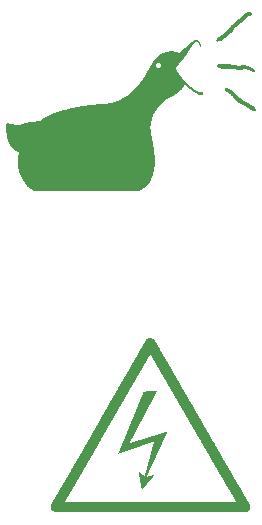
<source format=gbr>
%TF.GenerationSoftware,Altium Limited,Altium Designer,21.2.2 (38)*%
G04 Layer_Color=32896*
%FSLAX26Y26*%
%MOIN*%
%TF.SameCoordinates,75BC83C2-9D79-468A-8CB9-4745F9D1B378*%
%TF.FilePolarity,Positive*%
%TF.FileFunction,Legend,Bot*%
%TF.Part,Single*%
G01*
G75*
G36*
X1363656Y801494D02*
X1363886Y801417D01*
X1365072Y801149D01*
X1365379Y801073D01*
X1366221Y800766D01*
X1366642Y800575D01*
X1366719D01*
X1366757Y800537D01*
X1367523Y800077D01*
X1367944Y799809D01*
X1368633Y799273D01*
X1369513Y798393D01*
X1369590Y798240D01*
X1369743Y798086D01*
X1369820Y797933D01*
X1369973Y797780D01*
X1370509Y796632D01*
X1370585Y796325D01*
X1370662Y795789D01*
X1370585Y794871D01*
X1369973Y793722D01*
X1369628Y793301D01*
X1368786Y792459D01*
X1368633Y792382D01*
X1368403Y792152D01*
X1368250Y792076D01*
X1367484Y791540D01*
X1367331Y791463D01*
X1366719Y791080D01*
X1364651Y790085D01*
X1363579Y789625D01*
X1362814Y789319D01*
X1362316Y789128D01*
X1361703Y788898D01*
X1361321Y788745D01*
X1360095Y788286D01*
X1359713Y788133D01*
X1359062Y787865D01*
X1358526Y787635D01*
X1357837Y787329D01*
X1354851Y785797D01*
X1354315Y785491D01*
X1353702Y785108D01*
X1353549Y785032D01*
X1353013Y784649D01*
X1352860Y784572D01*
X1352132Y784074D01*
X1351864Y783883D01*
X1350371Y782773D01*
X1350103Y782581D01*
X1349950Y782428D01*
X1349797Y782352D01*
X1349491Y782045D01*
X1349338Y781969D01*
X1349108Y781739D01*
X1348955Y781662D01*
X1348572Y781279D01*
X1348419Y781203D01*
X1348036Y780820D01*
X1347883Y780744D01*
X1347270Y780131D01*
X1347117Y780054D01*
X1346275Y779212D01*
X1346122Y779136D01*
X1341413Y774427D01*
X1341336Y774274D01*
X1340034Y772972D01*
X1339958Y772819D01*
X1338197Y771058D01*
X1338120Y770904D01*
X1333947Y766731D01*
X1333794Y766655D01*
X1332110Y764970D01*
X1331956Y764894D01*
X1330961Y763898D01*
X1330808Y763822D01*
X1330119Y763133D01*
X1329966Y763056D01*
X1329353Y762443D01*
X1329200Y762367D01*
X1328587Y761755D01*
X1328434Y761678D01*
X1328051Y761295D01*
X1327898Y761219D01*
X1327439Y760759D01*
X1327286Y760683D01*
X1326979Y760376D01*
X1326826Y760300D01*
X1326443Y759917D01*
X1326290Y759840D01*
X1325984Y759534D01*
X1325831Y759457D01*
X1325601Y759228D01*
X1325448Y759151D01*
X1325218Y758921D01*
X1325065Y758845D01*
X1324835Y758615D01*
X1324682Y758539D01*
X1324529Y758385D01*
X1324376Y758309D01*
X1324146Y758079D01*
X1323993Y758003D01*
X1323840Y757850D01*
X1323687Y757773D01*
X1323534Y757620D01*
X1323381Y757543D01*
X1323228Y757390D01*
X1323074Y757313D01*
X1322117Y756586D01*
X1321849Y756395D01*
X1320892Y755667D01*
X1320624Y755476D01*
X1319667Y754749D01*
X1319399Y754557D01*
X1319246Y754404D01*
X1319093Y754327D01*
X1318940Y754174D01*
X1318787Y754098D01*
X1318557Y753868D01*
X1318404Y753791D01*
X1318251Y753638D01*
X1318097Y753562D01*
X1317868Y753332D01*
X1317715Y753255D01*
X1317485Y753026D01*
X1317332Y752949D01*
X1317102Y752719D01*
X1316949Y752643D01*
X1316643Y752337D01*
X1316489Y752260D01*
X1316260Y752030D01*
X1316107Y751954D01*
X1315724Y751571D01*
X1315571Y751494D01*
X1315188Y751111D01*
X1315035Y751035D01*
X1314499Y750499D01*
X1314346Y750422D01*
X1313427Y749504D01*
X1313274Y749427D01*
X1312393Y748546D01*
X1312316Y748393D01*
X1311398Y747474D01*
X1311321Y747321D01*
X1310938Y746938D01*
X1310862Y746785D01*
X1310479Y746403D01*
X1310402Y746249D01*
X1310173Y746019D01*
X1310096Y745866D01*
X1309866Y745637D01*
X1309790Y745484D01*
X1309637Y745331D01*
X1309560Y745177D01*
X1309330Y744948D01*
X1309254Y744795D01*
X1309101Y744641D01*
X1309024Y744488D01*
X1307493Y742344D01*
X1307416Y742191D01*
X1307033Y741655D01*
X1306957Y741502D01*
X1306574Y740966D01*
X1306497Y740813D01*
X1306114Y740277D01*
X1306038Y740124D01*
X1305655Y739588D01*
X1305578Y739435D01*
X1304813Y738363D01*
X1304736Y738210D01*
X1302860Y735644D01*
X1302669Y735377D01*
X1302324Y734955D01*
X1301559Y734037D01*
X1301444Y733922D01*
X1301367Y733769D01*
X1300755Y733156D01*
X1300678Y733003D01*
X1298879Y731203D01*
X1298725Y731127D01*
X1297883Y730285D01*
X1297730Y730208D01*
X1297194Y729672D01*
X1297041Y729596D01*
X1296582Y729136D01*
X1296428Y729060D01*
X1295969Y728600D01*
X1295816Y728524D01*
X1295510Y728217D01*
X1295356Y728141D01*
X1294974Y727758D01*
X1294820Y727681D01*
X1294438Y727298D01*
X1294284Y727222D01*
X1293978Y726916D01*
X1293825Y726839D01*
X1293519Y726533D01*
X1293366Y726456D01*
X1293060Y726150D01*
X1292906Y726073D01*
X1292600Y725767D01*
X1292447Y725691D01*
X1292140Y725384D01*
X1291987Y725308D01*
X1291681Y725001D01*
X1291528Y724925D01*
X1291222Y724619D01*
X1291069Y724542D01*
X1290762Y724236D01*
X1290609Y724159D01*
X1290303Y723853D01*
X1290150Y723776D01*
X1289843Y723470D01*
X1289690Y723393D01*
X1289384Y723087D01*
X1289231Y723011D01*
X1288925Y722704D01*
X1288772Y722628D01*
X1288465Y722322D01*
X1288312Y722245D01*
X1288082Y722015D01*
X1287929Y721939D01*
X1287623Y721633D01*
X1287470Y721556D01*
X1287164Y721250D01*
X1287011Y721173D01*
X1286704Y720867D01*
X1286551Y720790D01*
X1286245Y720484D01*
X1286092Y720407D01*
X1285862Y720178D01*
X1285709Y720101D01*
X1285402Y719795D01*
X1285249Y719718D01*
X1284943Y719412D01*
X1284790Y719335D01*
X1284560Y719106D01*
X1284407Y719029D01*
X1284178Y718799D01*
X1284024Y718723D01*
X1283718Y718416D01*
X1283565Y718340D01*
X1283335Y718110D01*
X1283182Y718034D01*
X1282876Y717727D01*
X1282723Y717651D01*
X1282493Y717421D01*
X1282340Y717345D01*
X1282110Y717115D01*
X1281957Y717038D01*
X1281727Y716808D01*
X1281574Y716732D01*
X1281344Y716502D01*
X1281191Y716426D01*
X1280961Y716196D01*
X1280808Y716120D01*
X1280579Y715890D01*
X1280425Y715813D01*
X1280272Y715660D01*
X1280119Y715584D01*
X1279889Y715354D01*
X1279736Y715277D01*
X1279507Y715047D01*
X1279353Y714971D01*
X1279200Y714818D01*
X1279047Y714741D01*
X1278894Y714588D01*
X1278741Y714511D01*
X1278511Y714282D01*
X1278358Y714205D01*
X1278205Y714052D01*
X1278052Y713975D01*
X1277899Y713822D01*
X1277746Y713746D01*
X1277593Y713593D01*
X1277439Y713516D01*
X1277286Y713363D01*
X1277133Y713286D01*
X1274453Y711372D01*
X1274300Y711296D01*
X1273841Y710989D01*
X1273688Y710913D01*
X1273228Y710607D01*
X1273075Y710530D01*
X1272616Y710224D01*
X1272462Y710147D01*
X1271390Y709534D01*
X1270701Y709152D01*
X1265724Y706702D01*
X1264652Y706242D01*
X1263121Y705629D01*
X1262393Y705361D01*
X1260594Y704787D01*
X1259829Y704557D01*
X1259293Y704404D01*
X1257761Y704021D01*
X1257263Y703907D01*
X1256804Y703830D01*
X1256421Y703754D01*
X1255962Y703677D01*
X1255349Y703600D01*
X1254583Y703524D01*
X1252861Y703486D01*
X1252631Y703562D01*
X1252057Y703677D01*
X1251406Y704021D01*
X1251291Y704136D01*
X1251138Y704519D01*
X1251061Y704826D01*
X1250985Y705821D01*
X1251100Y707390D01*
X1251329Y708845D01*
X1251483Y709611D01*
X1251559Y709917D01*
X1251636Y710300D01*
X1251750Y710721D01*
X1251827Y711028D01*
X1252057Y711793D01*
X1252325Y712521D01*
X1252554Y713133D01*
X1252708Y713516D01*
X1253282Y714626D01*
X1253665Y715162D01*
X1253741Y715316D01*
X1255005Y716579D01*
X1255158Y716655D01*
X1255388Y716885D01*
X1255541Y716962D01*
X1255694Y717115D01*
X1255847Y717192D01*
X1256383Y717574D01*
X1256536Y717651D01*
X1256995Y717957D01*
X1257149Y718034D01*
X1257761Y718416D01*
X1257914Y718493D01*
X1258603Y718876D01*
X1261666Y720484D01*
X1262508Y720943D01*
X1264116Y721862D01*
X1264729Y722245D01*
X1264882Y722322D01*
X1265341Y722628D01*
X1265495Y722704D01*
X1265954Y723011D01*
X1266107Y723087D01*
X1266643Y723470D01*
X1266796Y723547D01*
X1267332Y723929D01*
X1267485Y724006D01*
X1267639Y724159D01*
X1267792Y724236D01*
X1270357Y726112D01*
X1270625Y726303D01*
X1272003Y727375D01*
X1272424Y727720D01*
X1272692Y727911D01*
X1272845Y728064D01*
X1272998Y728141D01*
X1273228Y728370D01*
X1273381Y728447D01*
X1273688Y728753D01*
X1273841Y728830D01*
X1274070Y729060D01*
X1274224Y729136D01*
X1274530Y729442D01*
X1274683Y729519D01*
X1274912Y729749D01*
X1275066Y729825D01*
X1275372Y730131D01*
X1275525Y730208D01*
X1275831Y730514D01*
X1275984Y730591D01*
X1276367Y730974D01*
X1276521Y731051D01*
X1276827Y731357D01*
X1276980Y731433D01*
X1277363Y731816D01*
X1277516Y731893D01*
X1277822Y732199D01*
X1277975Y732275D01*
X1278282Y732582D01*
X1278435Y732658D01*
X1278818Y733041D01*
X1278971Y733118D01*
X1279277Y733424D01*
X1279430Y733501D01*
X1279736Y733807D01*
X1279889Y733883D01*
X1280272Y734266D01*
X1280425Y734343D01*
X1280732Y734649D01*
X1280885Y734726D01*
X1281268Y735109D01*
X1281421Y735185D01*
X1281727Y735491D01*
X1281880Y735568D01*
X1282263Y735951D01*
X1282416Y736027D01*
X1282723Y736334D01*
X1282876Y736410D01*
X1283258Y736793D01*
X1283412Y736870D01*
X1283794Y737252D01*
X1283948Y737329D01*
X1284254Y737635D01*
X1284407Y737712D01*
X1284790Y738095D01*
X1284943Y738171D01*
X1285326Y738554D01*
X1285479Y738631D01*
X1285785Y738937D01*
X1285939Y739014D01*
X1286321Y739396D01*
X1286475Y739473D01*
X1286781Y739779D01*
X1286934Y739856D01*
X1287317Y740239D01*
X1287470Y740315D01*
X1287853Y740698D01*
X1288006Y740775D01*
X1288389Y741157D01*
X1288542Y741234D01*
X1290188Y742880D01*
X1290265Y743033D01*
X1290801Y743569D01*
X1290877Y743722D01*
X1291260Y744105D01*
X1291337Y744259D01*
X1291719Y744641D01*
X1291796Y744795D01*
X1292026Y745024D01*
X1292102Y745177D01*
X1292332Y745407D01*
X1292409Y745560D01*
X1292638Y745790D01*
X1292715Y745943D01*
X1292868Y746096D01*
X1292945Y746249D01*
X1293098Y746403D01*
X1293174Y746556D01*
X1293404Y746785D01*
X1293481Y746938D01*
X1293634Y747091D01*
X1293710Y747245D01*
X1293863Y747398D01*
X1293940Y747551D01*
X1295089Y749159D01*
X1295165Y749312D01*
X1295318Y749465D01*
X1295395Y749618D01*
X1295778Y750154D01*
X1295854Y750308D01*
X1296773Y751686D01*
X1297156Y752222D01*
X1297232Y752375D01*
X1298725Y754404D01*
X1298917Y754672D01*
X1299261Y755093D01*
X1299453Y755361D01*
X1299606Y755514D01*
X1299682Y755667D01*
X1299912Y755897D01*
X1299989Y756050D01*
X1300295Y756356D01*
X1300372Y756510D01*
X1300755Y756892D01*
X1300831Y757045D01*
X1301444Y757658D01*
X1301520Y757811D01*
X1303779Y760070D01*
X1303932Y760147D01*
X1304621Y760836D01*
X1304774Y760912D01*
X1305157Y761295D01*
X1305310Y761372D01*
X1305770Y761831D01*
X1305923Y761908D01*
X1306153Y762137D01*
X1306306Y762214D01*
X1306612Y762520D01*
X1306765Y762597D01*
X1306995Y762827D01*
X1307148Y762903D01*
X1307378Y763133D01*
X1307531Y763209D01*
X1307761Y763439D01*
X1307914Y763516D01*
X1308143Y763745D01*
X1308297Y763822D01*
X1308450Y763975D01*
X1308603Y764052D01*
X1308756Y764205D01*
X1308909Y764281D01*
X1309062Y764434D01*
X1309215Y764511D01*
X1309369Y764664D01*
X1309522Y764741D01*
X1309675Y764894D01*
X1309828Y764970D01*
X1309981Y765124D01*
X1310134Y765200D01*
X1310287Y765353D01*
X1310440Y765430D01*
X1310594Y765583D01*
X1310747Y765660D01*
X1310900Y765813D01*
X1311053Y765889D01*
X1313082Y767382D01*
X1313542Y767689D01*
X1313656Y767803D01*
X1313810Y767880D01*
X1314039Y768110D01*
X1314192Y768186D01*
X1314346Y768339D01*
X1314499Y768416D01*
X1314652Y768569D01*
X1314805Y768646D01*
X1315035Y768875D01*
X1315188Y768952D01*
X1315418Y769182D01*
X1315571Y769258D01*
X1315801Y769488D01*
X1315954Y769565D01*
X1316183Y769794D01*
X1316336Y769871D01*
X1316643Y770177D01*
X1316796Y770254D01*
X1317025Y770483D01*
X1317179Y770560D01*
X1317485Y770866D01*
X1317638Y770943D01*
X1317944Y771249D01*
X1318097Y771326D01*
X1318480Y771708D01*
X1318633Y771785D01*
X1319016Y772168D01*
X1319169Y772245D01*
X1319552Y772627D01*
X1319705Y772704D01*
X1320165Y773163D01*
X1320318Y773240D01*
X1320777Y773699D01*
X1320930Y773776D01*
X1321390Y774235D01*
X1321543Y774312D01*
X1322156Y774924D01*
X1322309Y775001D01*
X1323074Y775766D01*
X1323228Y775843D01*
X1324376Y776992D01*
X1324529Y777068D01*
X1327171Y779710D01*
X1327247Y779863D01*
X1335172Y787788D01*
X1335325Y787865D01*
X1336551Y789090D01*
X1336704Y789166D01*
X1337469Y789932D01*
X1337622Y790009D01*
X1338235Y790621D01*
X1338388Y790697D01*
X1338848Y791157D01*
X1339001Y791233D01*
X1339384Y791616D01*
X1339537Y791693D01*
X1339920Y792076D01*
X1340073Y792152D01*
X1340379Y792459D01*
X1340532Y792535D01*
X1340762Y792765D01*
X1340915Y792842D01*
X1341145Y793071D01*
X1341298Y793148D01*
X1341451Y793301D01*
X1341604Y793378D01*
X1341834Y793607D01*
X1341987Y793684D01*
X1342944Y794411D01*
X1344322Y795330D01*
X1345165Y795866D01*
X1345739Y796210D01*
X1345892Y796287D01*
X1346428Y796593D01*
X1347117Y796976D01*
X1351634Y799197D01*
X1352707Y799656D01*
X1353089Y799809D01*
X1353587Y800001D01*
X1354200Y800230D01*
X1354506Y800307D01*
X1355846Y800728D01*
X1356458Y800881D01*
X1356995Y801034D01*
X1357301Y801111D01*
X1357951Y801226D01*
X1358334Y801302D01*
X1358794Y801379D01*
X1359828Y801494D01*
X1360134Y801570D01*
X1363656Y801494D01*
D02*
G37*
G36*
X1183506Y709345D02*
X1183912Y709277D01*
X1184455Y709141D01*
X1185404Y708803D01*
X1186082Y708531D01*
X1187268Y707955D01*
X1187878Y707616D01*
X1188624Y707141D01*
X1188760Y707074D01*
X1189234Y706735D01*
X1189370Y706667D01*
X1189505Y706532D01*
X1189641Y706464D01*
X1189777Y706328D01*
X1189912Y706260D01*
X1190048Y706125D01*
X1190183Y706057D01*
X1190387Y705854D01*
X1190522Y705786D01*
X1190658Y705650D01*
X1190793Y705582D01*
X1191200Y705176D01*
X1191336Y705108D01*
X1192149Y704294D01*
X1192285Y704226D01*
X1192590Y703921D01*
X1192658Y703786D01*
X1193404Y703040D01*
X1193472Y702904D01*
X1193743Y702633D01*
X1193810Y702498D01*
X1194082Y702226D01*
X1194149Y702091D01*
X1194285Y701955D01*
X1194353Y701820D01*
X1194556Y701616D01*
X1194624Y701481D01*
X1194759Y701345D01*
X1194827Y701210D01*
X1195505Y700260D01*
X1195776Y699786D01*
X1196115Y699244D01*
X1197200Y697006D01*
X1197743Y695650D01*
X1197912Y695210D01*
X1198353Y693820D01*
X1198624Y692871D01*
X1198759Y692329D01*
X1198963Y691176D01*
X1199031Y690905D01*
X1199098Y689617D01*
X1199031Y687380D01*
X1198963Y687176D01*
X1198861Y686532D01*
X1198726Y685990D01*
X1198624Y685617D01*
X1198488Y685278D01*
X1198420Y685142D01*
X1198319Y685041D01*
X1198217Y685142D01*
X1198115Y685922D01*
X1198048Y686261D01*
X1197946Y686634D01*
X1197641Y687481D01*
X1197505Y687820D01*
X1197166Y688566D01*
X1197031Y688905D01*
X1196217Y690396D01*
X1195539Y691549D01*
X1195200Y692091D01*
X1194726Y692837D01*
X1194454Y693244D01*
X1193946Y693956D01*
X1193878Y694091D01*
X1192895Y695413D01*
X1192726Y695650D01*
X1192421Y696023D01*
X1192251Y696261D01*
X1192116Y696396D01*
X1192048Y696532D01*
X1191844Y696735D01*
X1191776Y696871D01*
X1191573Y697074D01*
X1191505Y697210D01*
X1191234Y697481D01*
X1191167Y697617D01*
X1190827Y697955D01*
X1190760Y698091D01*
X1190353Y698498D01*
X1190285Y698633D01*
X1189675Y699244D01*
X1189607Y699379D01*
X1188285Y700701D01*
X1188150Y700769D01*
X1187607Y701311D01*
X1187472Y701379D01*
X1187200Y701650D01*
X1187065Y701718D01*
X1186862Y701922D01*
X1186726Y701989D01*
X1186590Y702125D01*
X1186455Y702193D01*
X1186319Y702328D01*
X1186184Y702396D01*
X1185709Y702735D01*
X1184150Y703481D01*
X1183472Y703548D01*
X1183268Y703481D01*
X1182624Y703243D01*
X1181641Y702735D01*
X1181167Y702396D01*
X1181031Y702328D01*
X1180896Y702193D01*
X1180760Y702125D01*
X1180624Y701989D01*
X1180489Y701922D01*
X1180218Y701650D01*
X1180082Y701582D01*
X1179540Y701040D01*
X1179404Y700972D01*
X1178150Y699718D01*
X1178082Y699582D01*
X1177404Y698904D01*
X1177336Y698769D01*
X1176862Y698294D01*
X1176794Y698159D01*
X1176387Y697752D01*
X1176320Y697617D01*
X1176048Y697345D01*
X1175980Y697210D01*
X1175642Y696871D01*
X1175574Y696735D01*
X1175303Y696464D01*
X1175235Y696328D01*
X1175031Y696125D01*
X1174964Y695990D01*
X1174693Y695718D01*
X1174625Y695583D01*
X1174421Y695379D01*
X1174353Y695244D01*
X1174150Y695040D01*
X1174082Y694905D01*
X1173879Y694701D01*
X1173811Y694566D01*
X1173608Y694362D01*
X1173540Y694227D01*
X1173404Y694091D01*
X1173337Y693956D01*
X1173133Y693752D01*
X1173065Y693616D01*
X1172930Y693481D01*
X1172862Y693345D01*
X1172726Y693210D01*
X1172659Y693074D01*
X1172523Y692939D01*
X1172455Y692803D01*
X1172252Y692600D01*
X1172184Y692464D01*
X1172048Y692329D01*
X1171981Y692193D01*
X1171845Y692057D01*
X1171777Y691922D01*
X1171642Y691786D01*
X1171574Y691651D01*
X1171438Y691515D01*
X1171370Y691380D01*
X1171235Y691244D01*
X1171167Y691108D01*
X1171032Y690973D01*
X1170964Y690837D01*
X1170828Y690702D01*
X1170760Y690566D01*
X1170116Y689718D01*
X1169845Y689312D01*
X1169743Y689210D01*
X1169676Y689074D01*
X1169540Y688939D01*
X1169472Y688803D01*
X1166760Y685007D01*
X1166693Y684871D01*
X1166015Y683922D01*
X1165947Y683786D01*
X1165811Y683651D01*
X1165744Y683515D01*
X1165405Y683041D01*
X1165337Y682905D01*
X1164659Y681956D01*
X1164591Y681820D01*
X1164252Y681346D01*
X1164184Y681210D01*
X1163845Y680736D01*
X1163777Y680600D01*
X1163439Y680125D01*
X1163371Y679990D01*
X1163032Y679515D01*
X1162964Y679380D01*
X1162828Y679244D01*
X1162761Y679109D01*
X1162422Y678634D01*
X1162354Y678499D01*
X1161439Y677109D01*
X1160625Y675888D01*
X1160286Y675346D01*
X1159744Y674532D01*
X1159405Y673990D01*
X1159134Y673583D01*
X1158659Y672838D01*
X1158388Y672431D01*
X1158049Y671889D01*
X1157778Y671482D01*
X1157439Y670939D01*
X1156964Y670194D01*
X1156625Y669651D01*
X1155676Y668160D01*
X1153642Y664906D01*
X1153235Y664228D01*
X1152761Y663482D01*
X1152354Y662804D01*
X1152015Y662262D01*
X1151608Y661584D01*
X1149575Y658330D01*
X1149100Y657584D01*
X1148761Y657042D01*
X1148286Y656296D01*
X1148015Y655889D01*
X1147676Y655347D01*
X1147405Y654940D01*
X1147066Y654398D01*
X1146524Y653584D01*
X1146185Y653042D01*
X1144287Y650194D01*
X1144049Y649889D01*
X1143982Y649754D01*
X1143338Y648906D01*
X1143168Y648669D01*
X1142694Y648059D01*
X1142049Y647212D01*
X1141948Y647110D01*
X1141880Y646974D01*
X1141677Y646771D01*
X1141609Y646635D01*
X1141405Y646432D01*
X1141338Y646296D01*
X1141134Y646093D01*
X1141066Y645957D01*
X1140863Y645754D01*
X1140795Y645618D01*
X1140592Y645415D01*
X1140524Y645279D01*
X1140321Y645076D01*
X1140253Y644940D01*
X1139982Y644669D01*
X1139914Y644534D01*
X1139711Y644330D01*
X1139643Y644194D01*
X1139371Y643923D01*
X1139304Y643788D01*
X1139033Y643517D01*
X1138965Y643381D01*
X1138762Y643178D01*
X1138694Y643042D01*
X1138422Y642771D01*
X1138355Y642635D01*
X1138083Y642364D01*
X1138016Y642229D01*
X1137677Y641889D01*
X1137609Y641754D01*
X1137338Y641483D01*
X1137270Y641347D01*
X1136999Y641076D01*
X1136931Y640940D01*
X1136592Y640601D01*
X1136524Y640466D01*
X1136185Y640127D01*
X1136117Y639991D01*
X1135778Y639652D01*
X1135711Y639517D01*
X1135439Y639246D01*
X1135372Y639110D01*
X1135033Y638771D01*
X1134965Y638635D01*
X1134558Y638229D01*
X1134490Y638093D01*
X1134083Y637686D01*
X1134016Y637551D01*
X1133677Y637212D01*
X1133609Y637076D01*
X1133134Y636601D01*
X1133067Y636466D01*
X1132660Y636059D01*
X1132592Y635924D01*
X1132185Y635517D01*
X1132118Y635381D01*
X1131643Y634907D01*
X1131575Y634771D01*
X1131101Y634297D01*
X1131033Y634161D01*
X1130558Y633687D01*
X1130491Y633551D01*
X1129948Y633009D01*
X1129880Y632873D01*
X1129270Y632263D01*
X1129202Y632127D01*
X1128660Y631585D01*
X1128592Y631449D01*
X1127846Y630703D01*
X1127779Y630568D01*
X1127033Y629822D01*
X1126965Y629687D01*
X1126084Y628805D01*
X1126016Y628670D01*
X1124999Y627653D01*
X1124931Y627517D01*
X1123440Y626026D01*
X1123372Y625890D01*
X1120898Y623416D01*
X1120762Y623348D01*
X1116999Y619585D01*
X1116932Y619449D01*
X1116457Y618975D01*
X1116389Y618840D01*
X1116118Y618568D01*
X1116050Y618433D01*
X1115915Y618297D01*
X1115847Y618162D01*
X1115508Y617687D01*
X1115237Y617009D01*
X1115169Y616534D01*
X1115101Y616263D01*
X1115203Y615145D01*
X1115339Y614331D01*
X1115542Y613518D01*
X1115813Y612772D01*
X1116016Y612230D01*
X1116593Y611179D01*
X1116864Y610772D01*
X1116932Y610636D01*
X1117203Y610230D01*
X1117271Y610094D01*
X1117610Y609484D01*
X1118220Y608196D01*
X1118355Y607857D01*
X1118660Y607009D01*
X1118965Y606433D01*
X1119304Y605891D01*
X1119372Y605755D01*
X1119643Y605348D01*
X1119711Y605213D01*
X1121203Y603179D01*
X1121508Y602806D01*
X1121610Y602704D01*
X1121677Y602569D01*
X1121813Y602433D01*
X1121881Y602298D01*
X1122016Y602162D01*
X1122084Y602026D01*
X1122220Y601891D01*
X1122287Y601755D01*
X1122423Y601620D01*
X1122491Y601484D01*
X1122830Y601010D01*
X1122898Y600874D01*
X1123304Y599993D01*
X1123474Y599552D01*
X1123575Y599450D01*
X1123847Y598976D01*
X1124525Y597959D01*
X1124864Y597484D01*
X1124931Y597349D01*
X1125067Y597213D01*
X1125135Y597077D01*
X1126287Y595518D01*
X1126931Y594671D01*
X1127101Y594433D01*
X1127745Y593586D01*
X1127914Y593349D01*
X1128897Y592027D01*
X1129745Y590840D01*
X1129813Y590705D01*
X1129948Y590569D01*
X1130016Y590434D01*
X1130287Y590027D01*
X1130355Y589891D01*
X1130491Y589552D01*
X1130660Y589112D01*
X1130999Y588569D01*
X1131541Y587756D01*
X1131643Y587654D01*
X1131711Y587519D01*
X1131847Y587383D01*
X1131914Y587247D01*
X1132050Y587112D01*
X1132118Y586976D01*
X1132321Y586773D01*
X1132389Y586637D01*
X1132592Y586434D01*
X1132660Y586298D01*
X1132796Y586163D01*
X1132863Y586027D01*
X1133134Y585756D01*
X1133202Y585620D01*
X1133406Y585417D01*
X1133474Y585281D01*
X1133745Y585010D01*
X1133812Y584875D01*
X1134083Y584603D01*
X1134151Y584468D01*
X1134423Y584197D01*
X1134490Y584061D01*
X1134829Y583722D01*
X1134897Y583587D01*
X1135236Y583247D01*
X1135304Y583112D01*
X1135711Y582705D01*
X1135778Y582569D01*
X1136117Y582231D01*
X1136185Y582095D01*
X1136592Y581688D01*
X1136660Y581553D01*
X1137134Y581078D01*
X1137202Y580942D01*
X1137609Y580536D01*
X1137677Y580400D01*
X1138151Y579926D01*
X1138219Y579790D01*
X1138762Y579248D01*
X1138829Y579112D01*
X1139371Y578570D01*
X1139439Y578434D01*
X1140050Y577824D01*
X1140117Y577688D01*
X1140795Y577010D01*
X1140863Y576875D01*
X1141541Y576197D01*
X1141609Y576061D01*
X1142354Y575316D01*
X1142422Y575180D01*
X1143236Y574366D01*
X1143304Y574231D01*
X1144253Y573282D01*
X1144321Y573146D01*
X1145405Y572061D01*
X1145473Y571926D01*
X1146558Y570841D01*
X1146626Y570706D01*
X1148117Y569214D01*
X1148185Y569078D01*
X1149880Y567384D01*
X1149947Y567248D01*
X1157303Y559892D01*
X1157439Y559825D01*
X1158930Y558333D01*
X1159066Y558265D01*
X1160015Y557316D01*
X1160150Y557248D01*
X1160828Y556571D01*
X1160964Y556503D01*
X1161506Y555960D01*
X1161642Y555893D01*
X1162184Y555350D01*
X1162320Y555282D01*
X1162727Y554875D01*
X1162862Y554808D01*
X1163133Y554537D01*
X1163269Y554469D01*
X1163540Y554197D01*
X1163676Y554130D01*
X1163947Y553859D01*
X1164082Y553791D01*
X1164354Y553519D01*
X1164489Y553452D01*
X1164761Y553181D01*
X1164896Y553113D01*
X1165167Y552842D01*
X1165303Y552774D01*
X1165574Y552503D01*
X1165710Y552435D01*
X1166049Y552096D01*
X1166184Y552028D01*
X1166523Y551689D01*
X1166659Y551621D01*
X1166998Y551283D01*
X1167133Y551215D01*
X1167608Y550740D01*
X1167744Y550672D01*
X1168150Y550265D01*
X1168286Y550198D01*
X1168693Y549927D01*
X1169167Y549723D01*
X1169438Y549655D01*
X1169777Y549588D01*
X1170387Y549113D01*
X1170489Y549011D01*
X1170557Y548876D01*
X1171032Y548265D01*
X1171133Y548164D01*
X1171269Y548096D01*
X1171676Y547689D01*
X1171811Y547621D01*
X1172082Y547350D01*
X1172218Y547283D01*
X1172489Y547011D01*
X1172625Y546944D01*
X1172760Y546808D01*
X1172896Y546740D01*
X1173099Y546537D01*
X1173235Y546469D01*
X1173370Y546333D01*
X1173506Y546266D01*
X1173642Y546130D01*
X1173777Y546062D01*
X1173913Y545927D01*
X1174048Y545859D01*
X1174184Y545723D01*
X1174320Y545656D01*
X1176828Y543825D01*
X1177438Y543351D01*
X1177811Y543045D01*
X1177913Y542944D01*
X1178048Y542876D01*
X1178489Y542435D01*
X1178557Y542300D01*
X1178726Y542062D01*
X1178862Y541995D01*
X1179201Y541859D01*
X1179608Y541791D01*
X1182116Y540503D01*
X1182997Y540029D01*
X1183743Y539622D01*
X1184353Y539283D01*
X1186319Y538334D01*
X1187268Y537927D01*
X1188285Y537520D01*
X1188726Y537351D01*
X1189675Y537012D01*
X1190251Y536842D01*
X1191132Y536571D01*
X1191404Y536503D01*
X1191878Y536368D01*
X1192149Y536300D01*
X1192590Y536198D01*
X1195573Y535452D01*
X1195946Y535351D01*
X1196217Y535283D01*
X1197166Y535012D01*
X1198251Y534673D01*
X1198692Y534571D01*
X1199607Y534469D01*
X1201098Y534537D01*
X1201437Y534673D01*
X1201776Y534876D01*
X1202454Y535554D01*
X1202590Y535622D01*
X1203064Y535961D01*
X1204081Y536436D01*
X1204691Y536707D01*
X1205166Y536842D01*
X1205437Y536910D01*
X1205912Y536639D01*
X1206081Y536469D01*
X1206149Y536334D01*
X1206556Y535452D01*
X1206691Y535114D01*
X1206895Y534639D01*
X1207030Y534300D01*
X1207166Y533825D01*
X1207369Y533147D01*
X1207437Y532876D01*
X1207573Y532063D01*
X1207640Y531588D01*
X1207573Y529283D01*
X1207505Y529080D01*
X1207369Y528537D01*
X1207234Y528198D01*
X1207064Y527758D01*
X1206556Y526843D01*
X1206251Y526470D01*
X1206081Y526300D01*
X1206014Y526165D01*
X1205912Y526063D01*
X1205776Y525995D01*
X1205505Y525724D01*
X1205369Y525656D01*
X1204827Y525317D01*
X1204556Y525250D01*
X1204217Y525114D01*
X1203675Y524978D01*
X1202793Y524910D01*
X1201505Y524843D01*
X1201302Y524775D01*
X1200658Y524673D01*
X1199675Y524639D01*
X1199471Y524707D01*
X1198827Y524809D01*
X1198488Y524876D01*
X1197675Y525080D01*
X1197336Y525148D01*
X1196963Y525250D01*
X1196692Y525317D01*
X1195743Y525588D01*
X1195065Y525792D01*
X1193065Y526504D01*
X1192522Y526707D01*
X1191167Y527249D01*
X1189472Y527995D01*
X1188353Y528504D01*
X1183540Y530944D01*
X1182794Y531351D01*
X1182184Y531690D01*
X1180760Y532503D01*
X1180218Y532842D01*
X1180082Y532910D01*
X1179540Y533249D01*
X1178929Y533588D01*
X1178523Y533859D01*
X1178387Y533927D01*
X1177980Y534198D01*
X1177845Y534266D01*
X1175709Y535656D01*
X1175167Y535995D01*
X1174455Y536503D01*
X1174320Y536571D01*
X1173845Y536910D01*
X1173709Y536978D01*
X1173574Y537114D01*
X1173438Y537181D01*
X1171167Y538842D01*
X1170930Y539012D01*
X1169710Y539961D01*
X1169337Y540266D01*
X1169235Y540368D01*
X1169099Y540435D01*
X1168896Y540639D01*
X1168760Y540707D01*
X1168489Y540978D01*
X1168354Y541045D01*
X1168150Y541249D01*
X1168015Y541317D01*
X1167744Y541588D01*
X1167608Y541656D01*
X1167405Y541859D01*
X1167269Y541927D01*
X1166998Y542198D01*
X1166862Y542266D01*
X1166659Y542469D01*
X1166523Y542537D01*
X1166252Y542808D01*
X1166116Y542876D01*
X1165913Y543079D01*
X1165777Y543147D01*
X1165574Y543351D01*
X1165438Y543418D01*
X1165235Y543622D01*
X1165100Y543689D01*
X1164828Y543961D01*
X1164693Y544029D01*
X1164489Y544232D01*
X1164354Y544300D01*
X1164218Y544435D01*
X1164082Y544503D01*
X1163879Y544706D01*
X1163744Y544774D01*
X1163540Y544978D01*
X1163405Y545045D01*
X1163201Y545249D01*
X1163066Y545317D01*
X1162930Y545452D01*
X1162795Y545520D01*
X1162591Y545723D01*
X1162456Y545791D01*
X1162320Y545927D01*
X1162184Y545995D01*
X1162049Y546130D01*
X1161913Y546198D01*
X1161710Y546401D01*
X1161574Y546469D01*
X1161439Y546605D01*
X1161303Y546672D01*
X1161168Y546808D01*
X1161032Y546876D01*
X1160896Y547011D01*
X1160761Y547079D01*
X1160625Y547215D01*
X1160489Y547283D01*
X1160354Y547418D01*
X1160218Y547486D01*
X1160083Y547621D01*
X1159947Y547689D01*
X1159812Y547825D01*
X1159676Y547893D01*
X1159540Y548028D01*
X1159405Y548096D01*
X1159269Y548232D01*
X1159134Y548299D01*
X1158998Y548435D01*
X1158862Y548503D01*
X1158727Y548638D01*
X1158591Y548706D01*
X1157744Y549350D01*
X1157507Y549520D01*
X1156659Y550164D01*
X1156422Y550333D01*
X1156049Y550639D01*
X1155812Y550808D01*
X1155439Y551113D01*
X1155202Y551283D01*
X1154829Y551588D01*
X1154591Y551757D01*
X1154456Y551893D01*
X1154320Y551960D01*
X1154117Y552164D01*
X1153981Y552232D01*
X1153778Y552435D01*
X1153642Y552503D01*
X1153439Y552706D01*
X1153303Y552774D01*
X1153032Y553045D01*
X1152897Y553113D01*
X1152625Y553384D01*
X1152490Y553452D01*
X1152286Y553655D01*
X1152151Y553723D01*
X1151812Y554062D01*
X1151676Y554130D01*
X1151337Y554469D01*
X1151202Y554537D01*
X1150795Y554943D01*
X1150659Y555011D01*
X1150320Y555350D01*
X1150185Y555418D01*
X1149846Y555757D01*
X1149710Y555825D01*
X1149507Y556028D01*
X1149371Y556096D01*
X1149168Y556299D01*
X1149032Y556367D01*
X1148829Y556571D01*
X1148693Y556638D01*
X1148558Y556774D01*
X1148422Y556842D01*
X1147948Y557181D01*
X1147812Y557248D01*
X1147337Y557520D01*
X1146727Y557791D01*
X1146185Y557926D01*
X1145710Y557994D01*
X1143948Y557926D01*
X1143812Y557791D01*
X1143677Y557723D01*
X1143507Y557553D01*
X1143439Y557011D01*
X1142694Y555587D01*
X1142016Y554638D01*
X1140863Y552265D01*
X1140490Y551215D01*
X1139982Y550299D01*
X1139643Y549825D01*
X1139575Y549689D01*
X1139439Y549554D01*
X1139371Y549418D01*
X1139236Y549283D01*
X1139168Y549147D01*
X1139033Y549011D01*
X1138965Y548876D01*
X1138762Y548672D01*
X1138694Y548537D01*
X1138422Y548265D01*
X1138355Y548130D01*
X1138016Y547791D01*
X1137948Y547655D01*
X1137541Y547249D01*
X1137473Y547113D01*
X1136999Y546639D01*
X1136931Y546503D01*
X1136050Y545622D01*
X1135982Y545486D01*
X1133033Y542537D01*
X1132897Y542469D01*
X1131812Y541384D01*
X1131677Y541317D01*
X1131067Y540707D01*
X1130931Y540639D01*
X1130389Y540096D01*
X1130253Y540029D01*
X1129779Y539554D01*
X1129643Y539486D01*
X1129236Y539079D01*
X1129101Y539012D01*
X1128830Y538740D01*
X1128694Y538673D01*
X1128355Y538334D01*
X1128219Y538266D01*
X1127948Y537995D01*
X1127813Y537927D01*
X1127542Y537656D01*
X1127406Y537588D01*
X1127135Y537317D01*
X1126999Y537249D01*
X1126796Y537045D01*
X1126660Y536978D01*
X1126457Y536774D01*
X1126321Y536707D01*
X1126118Y536503D01*
X1125982Y536436D01*
X1125779Y536232D01*
X1125643Y536164D01*
X1125440Y535961D01*
X1125304Y535893D01*
X1125169Y535758D01*
X1125033Y535690D01*
X1124830Y535486D01*
X1124694Y535418D01*
X1124559Y535283D01*
X1124423Y535215D01*
X1124219Y535012D01*
X1124084Y534944D01*
X1123948Y534808D01*
X1123813Y534740D01*
X1123609Y534537D01*
X1123474Y534469D01*
X1123338Y534334D01*
X1123203Y534266D01*
X1123067Y534130D01*
X1122931Y534063D01*
X1122728Y533859D01*
X1122592Y533791D01*
X1122457Y533656D01*
X1122321Y533588D01*
X1122186Y533452D01*
X1122050Y533385D01*
X1121915Y533249D01*
X1121779Y533181D01*
X1121643Y533046D01*
X1121508Y532978D01*
X1121372Y532842D01*
X1121236Y532775D01*
X1121101Y532639D01*
X1120965Y532571D01*
X1116694Y529520D01*
X1116559Y529453D01*
X1116084Y529114D01*
X1115949Y529046D01*
X1115813Y528910D01*
X1115677Y528842D01*
X1115203Y528504D01*
X1115067Y528436D01*
X1114593Y528097D01*
X1114457Y528029D01*
X1113067Y527114D01*
X1112525Y526775D01*
X1112118Y526504D01*
X1110491Y525487D01*
X1105915Y522741D01*
X1105780Y522673D01*
X1105237Y522334D01*
X1105102Y522266D01*
X1103678Y521453D01*
X1103135Y521114D01*
X1102390Y520707D01*
X1101915Y520436D01*
X1101305Y520097D01*
X1096560Y517385D01*
X1096017Y517046D01*
X1095271Y516639D01*
X1094729Y516301D01*
X1093983Y515894D01*
X1093509Y515623D01*
X1092966Y515284D01*
X1092356Y514945D01*
X1091882Y514673D01*
X1091339Y514334D01*
X1090729Y513996D01*
X1090187Y513657D01*
X1089577Y513318D01*
X1089034Y512979D01*
X1088899Y512911D01*
X1088356Y512572D01*
X1088221Y512504D01*
X1087678Y512165D01*
X1087543Y512097D01*
X1087001Y511758D01*
X1086865Y511690D01*
X1086322Y511352D01*
X1086187Y511284D01*
X1085780Y511013D01*
X1085645Y510945D01*
X1084899Y510470D01*
X1084763Y510402D01*
X1081136Y508064D01*
X1080729Y507792D01*
X1080628Y507691D01*
X1080492Y507623D01*
X1080018Y507284D01*
X1079882Y507216D01*
X1077611Y505555D01*
X1077374Y505386D01*
X1076764Y504911D01*
X1076391Y504606D01*
X1076153Y504437D01*
X1076018Y504301D01*
X1075882Y504233D01*
X1075679Y504030D01*
X1075543Y503962D01*
X1075340Y503759D01*
X1075204Y503691D01*
X1074865Y503352D01*
X1074730Y503284D01*
X1074459Y503013D01*
X1074323Y502945D01*
X1073984Y502606D01*
X1073848Y502538D01*
X1073509Y502199D01*
X1073374Y502132D01*
X1072967Y501725D01*
X1072832Y501657D01*
X1072357Y501183D01*
X1072221Y501115D01*
X1071679Y500572D01*
X1071543Y500505D01*
X1070933Y499894D01*
X1070798Y499827D01*
X1070052Y499081D01*
X1069916Y499013D01*
X1068764Y497860D01*
X1068628Y497793D01*
X1063917Y493081D01*
X1063849Y492945D01*
X1062764Y491861D01*
X1062696Y491725D01*
X1062018Y491047D01*
X1061950Y490912D01*
X1061340Y490301D01*
X1061273Y490166D01*
X1060798Y489691D01*
X1060730Y489556D01*
X1060323Y489149D01*
X1060256Y489013D01*
X1059917Y488674D01*
X1059849Y488539D01*
X1059510Y488200D01*
X1059442Y488064D01*
X1059171Y487793D01*
X1059103Y487658D01*
X1058832Y487386D01*
X1058764Y487251D01*
X1058561Y487047D01*
X1058493Y486912D01*
X1058290Y486708D01*
X1058222Y486573D01*
X1058018Y486369D01*
X1057951Y486234D01*
X1057747Y486030D01*
X1057679Y485895D01*
X1057544Y485759D01*
X1057476Y485624D01*
X1057340Y485488D01*
X1057273Y485353D01*
X1057069Y485149D01*
X1057002Y485013D01*
X1056866Y484878D01*
X1056798Y484742D01*
X1056662Y484607D01*
X1056595Y484471D01*
X1056459Y484336D01*
X1056391Y484200D01*
X1056256Y484064D01*
X1056188Y483929D01*
X1056052Y483793D01*
X1055985Y483658D01*
X1055849Y483522D01*
X1055781Y483386D01*
X1055646Y483251D01*
X1055578Y483115D01*
X1055442Y482980D01*
X1055374Y482844D01*
X1055239Y482709D01*
X1055171Y482573D01*
X1054527Y481726D01*
X1054256Y481319D01*
X1054154Y481217D01*
X1054086Y481081D01*
X1052391Y478709D01*
X1052324Y478573D01*
X1051646Y477624D01*
X1051578Y477488D01*
X1051442Y477353D01*
X1051375Y477217D01*
X1051035Y476743D01*
X1050968Y476607D01*
X1050629Y476132D01*
X1050561Y475997D01*
X1050222Y475522D01*
X1050154Y475387D01*
X1049815Y474912D01*
X1049748Y474776D01*
X1049409Y474302D01*
X1049137Y473827D01*
X1048866Y473421D01*
X1048798Y473285D01*
X1048527Y472878D01*
X1048459Y472743D01*
X1048120Y472200D01*
X1048053Y472065D01*
X1047781Y471590D01*
X1047171Y470302D01*
X1047103Y469895D01*
X1046832Y469488D01*
X1046765Y469353D01*
X1046290Y468743D01*
X1045985Y468370D01*
X1045544Y467929D01*
X1045476Y467794D01*
X1044934Y467251D01*
X1044866Y467116D01*
X1044663Y466912D01*
X1044595Y466777D01*
X1043917Y465828D01*
X1043849Y465692D01*
X1043578Y465285D01*
X1043511Y465150D01*
X1043171Y464607D01*
X1042697Y463726D01*
X1041070Y460404D01*
X1040527Y459184D01*
X1040392Y458845D01*
X1040188Y458370D01*
X1039917Y457692D01*
X1039714Y457218D01*
X1039578Y456879D01*
X1039409Y456438D01*
X1039138Y455760D01*
X1038731Y454675D01*
X1038188Y453184D01*
X1037646Y451625D01*
X1036663Y448540D01*
X1036392Y447659D01*
X1036189Y446981D01*
X1035917Y446100D01*
X1035375Y444201D01*
X1035307Y443930D01*
X1035036Y442981D01*
X1034901Y442439D01*
X1034765Y441964D01*
X1033951Y438710D01*
X1033850Y438269D01*
X1033782Y437998D01*
X1033714Y437659D01*
X1033579Y437117D01*
X1033511Y436778D01*
X1033443Y436507D01*
X1033240Y435490D01*
X1033172Y435219D01*
X1032697Y432846D01*
X1032629Y432439D01*
X1032562Y432100D01*
X1032155Y429659D01*
X1031850Y427321D01*
X1031782Y427049D01*
X1031680Y426134D01*
X1031612Y425592D01*
X1031545Y424982D01*
X1031477Y424439D01*
X1031409Y423829D01*
X1031206Y421795D01*
X1031138Y420982D01*
X1031070Y419897D01*
X1031002Y418745D01*
X1030968Y414236D01*
X1031036Y414033D01*
X1031104Y411999D01*
X1031172Y411796D01*
X1031273Y410474D01*
X1031341Y409796D01*
X1031477Y408575D01*
X1031680Y406948D01*
X1032087Y404169D01*
X1032358Y402406D01*
X1033036Y398338D01*
X1033104Y398000D01*
X1033172Y397593D01*
X1033240Y397254D01*
X1033375Y396440D01*
X1033443Y396101D01*
X1033511Y395695D01*
X1033579Y395355D01*
X1033646Y394949D01*
X1033714Y394610D01*
X1033782Y394203D01*
X1033850Y393864D01*
X1033918Y393457D01*
X1034053Y392779D01*
X1034121Y392373D01*
X1034189Y392034D01*
X1034256Y391627D01*
X1034392Y390949D01*
X1034460Y390542D01*
X1034663Y389525D01*
X1034731Y389118D01*
X1035002Y387762D01*
X1035070Y387356D01*
X1035274Y386339D01*
X1035341Y385932D01*
X1035612Y384576D01*
X1035680Y384169D01*
X1036087Y382136D01*
X1036155Y381729D01*
X1036765Y378678D01*
X1036833Y378271D01*
X1037375Y375560D01*
X1037443Y375153D01*
X1038188Y371424D01*
X1038256Y371017D01*
X1038663Y368983D01*
X1038731Y368577D01*
X1038799Y368238D01*
X1038867Y367831D01*
X1038934Y367492D01*
X1039612Y363424D01*
X1039748Y362543D01*
X1039816Y362136D01*
X1039951Y361255D01*
X1040358Y358543D01*
X1041070Y353357D01*
X1041138Y353086D01*
X1041239Y352306D01*
X1041307Y351764D01*
X1041409Y350849D01*
X1041477Y350577D01*
X1041646Y349188D01*
X1041748Y348272D01*
X1041815Y348001D01*
X1041917Y347086D01*
X1042324Y343832D01*
X1042392Y343222D01*
X1042460Y342679D01*
X1042527Y342069D01*
X1042595Y341527D01*
X1042934Y338476D01*
X1043205Y335764D01*
X1043409Y333527D01*
X1043476Y332714D01*
X1043544Y331968D01*
X1043612Y331290D01*
X1043815Y329459D01*
X1044019Y327832D01*
X1044290Y326002D01*
X1044426Y325188D01*
X1044561Y324510D01*
X1044629Y324239D01*
X1044798Y323663D01*
X1044866Y323188D01*
X1044934Y322510D01*
X1045002Y321222D01*
X1045070Y320138D01*
X1045138Y316206D01*
X1045205Y311460D01*
X1045104Y301935D01*
X1045036Y298342D01*
X1044968Y295766D01*
X1044900Y293528D01*
X1044832Y291698D01*
X1044765Y290139D01*
X1044697Y288851D01*
X1044629Y287698D01*
X1044561Y286749D01*
X1044493Y285935D01*
X1044426Y285325D01*
X1044290Y284512D01*
X1044188Y284275D01*
X1043849Y283529D01*
X1043782Y283257D01*
X1043646Y282783D01*
X1043443Y281969D01*
X1043341Y281529D01*
X1043205Y280851D01*
X1042934Y279224D01*
X1042663Y277393D01*
X1042527Y276512D01*
X1042460Y276105D01*
X1042324Y275224D01*
X1042256Y274885D01*
X1042188Y274478D01*
X1042121Y274139D01*
X1042053Y273733D01*
X1041985Y273394D01*
X1041917Y272987D01*
X1041782Y272309D01*
X1041714Y272038D01*
X1041375Y270343D01*
X1041307Y270072D01*
X1041239Y269733D01*
X1041171Y269461D01*
X1041104Y269123D01*
X1040968Y268580D01*
X1040900Y268241D01*
X1040833Y267970D01*
X1040765Y267631D01*
X1039951Y264377D01*
X1039850Y264004D01*
X1039782Y263733D01*
X1039646Y263258D01*
X1039578Y262987D01*
X1039443Y262513D01*
X1039375Y262241D01*
X1039239Y261767D01*
X1039036Y261089D01*
X1038765Y260140D01*
X1038561Y259462D01*
X1038290Y258580D01*
X1037477Y256004D01*
X1037307Y255564D01*
X1036900Y254411D01*
X1036697Y253869D01*
X1036561Y253530D01*
X1036358Y252987D01*
X1035545Y250953D01*
X1035104Y249903D01*
X1034697Y248954D01*
X1034426Y248344D01*
X1034223Y247869D01*
X1033884Y247123D01*
X1033612Y246513D01*
X1033274Y245767D01*
X1032867Y244886D01*
X1032324Y243733D01*
X1031511Y242038D01*
X1029477Y238039D01*
X1029002Y237157D01*
X1028664Y236547D01*
X1028392Y236073D01*
X1028053Y235530D01*
X1027986Y235395D01*
X1026562Y233158D01*
X1026494Y233022D01*
X1025748Y231463D01*
X1025613Y230852D01*
X1025138Y229971D01*
X1024799Y229497D01*
X1024731Y229361D01*
X1024596Y229226D01*
X1024528Y229090D01*
X1023884Y228242D01*
X1023782Y228141D01*
X1023714Y228005D01*
X1023511Y227802D01*
X1023443Y227666D01*
X1023240Y227463D01*
X1023172Y227327D01*
X1022969Y227124D01*
X1022901Y226988D01*
X1022562Y226649D01*
X1022494Y226514D01*
X1022223Y226243D01*
X1022155Y226107D01*
X1021749Y225700D01*
X1021681Y225565D01*
X1021138Y225022D01*
X1021071Y224887D01*
X1020460Y224277D01*
X1020393Y224141D01*
X1018969Y222717D01*
X1018901Y222582D01*
X1017850Y221531D01*
X1017715Y221463D01*
X1016630Y220378D01*
X1016494Y220310D01*
X1016088Y219904D01*
X1015952Y219836D01*
X1015681Y219565D01*
X1015545Y219497D01*
X1015274Y219226D01*
X1015139Y219158D01*
X1014935Y218955D01*
X1014799Y218887D01*
X1014596Y218684D01*
X1014461Y218616D01*
X1014257Y218412D01*
X1014121Y218345D01*
X1013986Y218209D01*
X1013850Y218141D01*
X1013647Y217938D01*
X1013511Y217870D01*
X1013376Y217734D01*
X1013240Y217667D01*
X1013037Y217463D01*
X1012901Y217395D01*
X1012766Y217260D01*
X1012630Y217192D01*
X1012494Y217056D01*
X1012359Y216989D01*
X1012223Y216853D01*
X1012088Y216785D01*
X1011952Y216650D01*
X1011817Y216582D01*
X1011681Y216446D01*
X1011545Y216378D01*
X1011410Y216243D01*
X1011274Y216175D01*
X1007952Y213802D01*
X1007817Y213734D01*
X1007681Y213599D01*
X1007545Y213531D01*
X1007071Y213192D01*
X1006935Y213124D01*
X1006461Y212785D01*
X1006325Y212718D01*
X1005851Y212379D01*
X1005715Y212311D01*
X1003681Y211023D01*
X1003546Y210955D01*
X1003071Y210684D01*
X1001512Y209938D01*
X1001003Y209836D01*
X1000664Y209701D01*
X999207Y208921D01*
X997817Y208006D01*
X997004Y207464D01*
X996902Y207362D01*
X996766Y207294D01*
X996292Y206955D01*
X996156Y206887D01*
X995817Y206684D01*
X639321Y206786D01*
X639151Y206955D01*
X639015Y207023D01*
X638880Y207158D01*
X638744Y207226D01*
X637897Y207870D01*
X637660Y208040D01*
X636812Y208684D01*
X636575Y208853D01*
X636202Y209159D01*
X635897Y209396D01*
X635761Y209463D01*
X635558Y209667D01*
X635423Y209735D01*
X635151Y210006D01*
X635016Y210074D01*
X634812Y210277D01*
X634677Y210345D01*
X634473Y210548D01*
X634338Y210616D01*
X634067Y210887D01*
X633931Y210955D01*
X633660Y211226D01*
X633524Y211294D01*
X633253Y211565D01*
X633117Y211633D01*
X632846Y211904D01*
X632711Y211972D01*
X632439Y212243D01*
X632304Y212311D01*
X631965Y212650D01*
X631829Y212718D01*
X631490Y213057D01*
X631355Y213124D01*
X630948Y213531D01*
X630812Y213599D01*
X630473Y213938D01*
X630338Y214006D01*
X629863Y214480D01*
X629728Y214548D01*
X629321Y214955D01*
X629185Y215023D01*
X628711Y215497D01*
X628575Y215565D01*
X628033Y216107D01*
X627897Y216175D01*
X627287Y216785D01*
X627152Y216853D01*
X626474Y217531D01*
X626338Y217599D01*
X625524Y218412D01*
X625389Y218480D01*
X624101Y219768D01*
X623965Y219836D01*
X620881Y222921D01*
X620813Y223056D01*
X619525Y224344D01*
X619457Y224480D01*
X618643Y225293D01*
X618576Y225429D01*
X617965Y226039D01*
X617898Y226175D01*
X617423Y226649D01*
X617355Y226785D01*
X616881Y227260D01*
X616813Y227395D01*
X616406Y227802D01*
X616338Y227938D01*
X616000Y228276D01*
X615932Y228412D01*
X615593Y228751D01*
X615525Y228887D01*
X615254Y229158D01*
X615186Y229293D01*
X614915Y229565D01*
X614847Y229700D01*
X614576Y229971D01*
X614508Y230107D01*
X614304Y230310D01*
X614237Y230446D01*
X613966Y230717D01*
X613898Y230852D01*
X613694Y231056D01*
X613626Y231192D01*
X613423Y231395D01*
X613355Y231530D01*
X613152Y231734D01*
X613084Y231869D01*
X612881Y232073D01*
X612813Y232208D01*
X612610Y232412D01*
X612542Y232547D01*
X612406Y232683D01*
X612338Y232819D01*
X612203Y232954D01*
X612135Y233090D01*
X611932Y233293D01*
X611864Y233429D01*
X611728Y233564D01*
X611661Y233700D01*
X611525Y233835D01*
X611457Y233971D01*
X611322Y234107D01*
X611254Y234242D01*
X611118Y234378D01*
X611050Y234513D01*
X610915Y234649D01*
X610847Y234785D01*
X610712Y234920D01*
X610644Y235056D01*
X610508Y235191D01*
X610440Y235327D01*
X610305Y235463D01*
X610237Y235598D01*
X608542Y237971D01*
X608474Y238107D01*
X607796Y239056D01*
X607729Y239191D01*
X607389Y239666D01*
X607322Y239802D01*
X606983Y240276D01*
X606712Y240751D01*
X606373Y241225D01*
X606101Y241700D01*
X605830Y242107D01*
X605762Y242242D01*
X605491Y242649D01*
X605423Y242784D01*
X604949Y243530D01*
X604881Y243666D01*
X604542Y244208D01*
X604474Y244344D01*
X604135Y244886D01*
X603729Y245632D01*
X603390Y246174D01*
X602915Y247055D01*
X602576Y247666D01*
X602102Y248547D01*
X601491Y249699D01*
X599186Y254377D01*
X598508Y255869D01*
X598305Y256343D01*
X598034Y256953D01*
X597424Y258377D01*
X597153Y259055D01*
X596949Y259530D01*
X596678Y260207D01*
X596509Y260648D01*
X596237Y261326D01*
X595424Y263495D01*
X594949Y264851D01*
X594034Y267665D01*
X593492Y269428D01*
X593288Y270105D01*
X592746Y272004D01*
X592678Y272275D01*
X592543Y272750D01*
X592407Y273292D01*
X592271Y273766D01*
X591797Y275664D01*
X591695Y276105D01*
X591627Y276376D01*
X591560Y276715D01*
X591424Y277258D01*
X591356Y277597D01*
X591288Y277868D01*
X591153Y278546D01*
X591085Y278817D01*
X590746Y280512D01*
X590678Y280919D01*
X590611Y281258D01*
X590543Y281664D01*
X590407Y282546D01*
X590237Y283935D01*
X590170Y284207D01*
X589933Y286342D01*
X589865Y287020D01*
X589729Y288512D01*
X589661Y289325D01*
X589593Y290207D01*
X589492Y292207D01*
X589424Y292478D01*
X589255Y296783D01*
X589187Y299494D01*
X589153Y305562D01*
X589221Y305765D01*
X589288Y309765D01*
X589356Y309969D01*
X589458Y312104D01*
X589526Y312985D01*
X589593Y313799D01*
X589729Y315155D01*
X589797Y315765D01*
X589933Y316850D01*
X590339Y319629D01*
X590475Y320443D01*
X590611Y321324D01*
X591017Y323765D01*
X591085Y324104D01*
X591153Y324510D01*
X591221Y324849D01*
X591288Y325256D01*
X591356Y325595D01*
X591424Y326002D01*
X592102Y329392D01*
X592170Y329663D01*
X592305Y330341D01*
X592441Y330883D01*
X592509Y331222D01*
X592780Y332307D01*
X592882Y332680D01*
X593220Y333764D01*
X593153Y334239D01*
X592780Y334612D01*
X592034Y334951D01*
X591695Y335086D01*
X590000Y335629D01*
X589526Y335764D01*
X588170Y336171D01*
X586916Y336612D01*
X586373Y336815D01*
X585628Y337086D01*
X585051Y337324D01*
X584577Y337527D01*
X583967Y337798D01*
X582678Y338408D01*
X581119Y339222D01*
X580645Y339493D01*
X580102Y339832D01*
X579628Y340103D01*
X578238Y341018D01*
X577424Y341561D01*
X577323Y341663D01*
X577187Y341730D01*
X577052Y341866D01*
X576916Y341934D01*
X576306Y342408D01*
X575458Y343052D01*
X575289Y343222D01*
X575153Y343289D01*
X574882Y343561D01*
X574746Y343628D01*
X574475Y343899D01*
X574340Y343967D01*
X573865Y344442D01*
X573730Y344510D01*
X573052Y345188D01*
X572916Y345255D01*
X571255Y346916D01*
X571187Y347052D01*
X570442Y347798D01*
X570374Y347933D01*
X569831Y348476D01*
X569764Y348611D01*
X569492Y348882D01*
X569425Y349018D01*
X569086Y349357D01*
X569018Y349493D01*
X568747Y349764D01*
X568679Y349899D01*
X568543Y350035D01*
X568476Y350171D01*
X568272Y350374D01*
X568204Y350510D01*
X568001Y350713D01*
X567933Y350849D01*
X567798Y350984D01*
X567730Y351120D01*
X567594Y351255D01*
X567526Y351391D01*
X567391Y351526D01*
X567323Y351662D01*
X567188Y351798D01*
X567120Y351933D01*
X566984Y352069D01*
X566916Y352204D01*
X565899Y353628D01*
X565832Y353764D01*
X565493Y354238D01*
X565425Y354374D01*
X565154Y354781D01*
X565086Y354916D01*
X564747Y355391D01*
X564408Y356001D01*
X564069Y356543D01*
X564001Y356679D01*
X563662Y357221D01*
X563255Y357967D01*
X562984Y358441D01*
X562442Y359458D01*
X560408Y363594D01*
X560069Y364340D01*
X559459Y365763D01*
X559188Y366441D01*
X558984Y366916D01*
X558442Y368272D01*
X558273Y368712D01*
X558001Y369390D01*
X557595Y370475D01*
X557459Y370814D01*
X556645Y372983D01*
X556103Y374475D01*
X555120Y377492D01*
X554849Y378373D01*
X554442Y379797D01*
X554374Y380068D01*
X554239Y380543D01*
X553696Y382712D01*
X553595Y383153D01*
X553527Y383424D01*
X553459Y383763D01*
X553391Y384034D01*
X553324Y384373D01*
X553256Y384644D01*
X553188Y384983D01*
X553120Y385254D01*
X552917Y386271D01*
X552849Y386542D01*
X552375Y388915D01*
X552239Y389729D01*
X552103Y390610D01*
X552001Y391525D01*
X551934Y391796D01*
X551832Y392779D01*
X551697Y394000D01*
X551561Y395355D01*
X551425Y396847D01*
X551222Y399288D01*
X551154Y400169D01*
X550951Y403084D01*
X550883Y404304D01*
X550815Y405457D01*
X550747Y406677D01*
X550679Y407965D01*
X550612Y409457D01*
X550544Y411151D01*
X550442Y415321D01*
X550374Y419253D01*
X550442Y419524D01*
X550510Y422439D01*
X550578Y422643D01*
X550679Y423626D01*
X550815Y424711D01*
X550883Y425320D01*
X550951Y425863D01*
X551019Y426541D01*
X551086Y427151D01*
X551154Y427829D01*
X551222Y428642D01*
X551290Y428914D01*
X551697Y429320D01*
X551832Y429388D01*
X551968Y429524D01*
X552103Y429592D01*
X552578Y429930D01*
X553866Y430541D01*
X554137Y430608D01*
X555086Y430744D01*
X556611Y430642D01*
X557154Y430575D01*
X558917Y430303D01*
X559256Y430236D01*
X560069Y430100D01*
X560747Y429964D01*
X561154Y429897D01*
X562510Y429626D01*
X562917Y429558D01*
X567662Y428609D01*
X568069Y428541D01*
X569764Y428202D01*
X570170Y428134D01*
X570848Y427998D01*
X571255Y427931D01*
X571933Y427795D01*
X572340Y427727D01*
X572679Y427659D01*
X573086Y427592D01*
X573425Y427524D01*
X574238Y427388D01*
X574577Y427321D01*
X577831Y426778D01*
X578713Y426643D01*
X582000Y426202D01*
X582272Y426134D01*
X584407Y425897D01*
X585899Y425761D01*
X586712Y425693D01*
X587797Y425626D01*
X589560Y425558D01*
X591288Y425524D01*
X591492Y425592D01*
X593729Y425660D01*
X593932Y425727D01*
X594881Y425795D01*
X595085Y425863D01*
X595797Y425965D01*
X596475Y426100D01*
X596746Y426168D01*
X597085Y426236D01*
X597898Y426439D01*
X598271Y426541D01*
X599729Y427049D01*
X600271Y427253D01*
X600610Y427388D01*
X601830Y427931D01*
X602169Y428066D01*
X602542Y428236D01*
X602881Y428371D01*
X603356Y428575D01*
X604373Y428981D01*
X604813Y429151D01*
X605152Y429286D01*
X605898Y429558D01*
X607051Y429964D01*
X607627Y430134D01*
X609525Y430744D01*
X610406Y431015D01*
X612305Y431558D01*
X612576Y431625D01*
X613050Y431761D01*
X616033Y432507D01*
X616474Y432608D01*
X616745Y432676D01*
X617762Y432880D01*
X618033Y432947D01*
X619050Y433151D01*
X619457Y433219D01*
X620135Y433354D01*
X620542Y433422D01*
X621423Y433558D01*
X621830Y433625D01*
X623220Y433795D01*
X623491Y433863D01*
X624541Y433964D01*
X625287Y434032D01*
X626236Y434100D01*
X626982Y434168D01*
X628338Y434303D01*
X630779Y434575D01*
X631321Y434642D01*
X631931Y434710D01*
X632473Y434778D01*
X633083Y434846D01*
X639592Y435659D01*
X640507Y435761D01*
X640778Y435829D01*
X642609Y436032D01*
X642880Y436100D01*
X643795Y436202D01*
X645965Y436473D01*
X646575Y436541D01*
X647117Y436608D01*
X647727Y436676D01*
X648269Y436744D01*
X648880Y436812D01*
X649422Y436880D01*
X653693Y437354D01*
X654371Y437422D01*
X654981Y437490D01*
X655727Y437558D01*
X656405Y437625D01*
X657896Y437761D01*
X658845Y437829D01*
X660744Y437896D01*
X661625Y437964D01*
X662371Y438100D01*
X662642Y438168D01*
X663184Y438371D01*
X663591Y438642D01*
X663828Y438812D01*
X664744Y439727D01*
X664811Y439863D01*
X666133Y441185D01*
X666269Y441252D01*
X666608Y441591D01*
X666744Y441659D01*
X666947Y441862D01*
X667082Y441930D01*
X667286Y442134D01*
X667421Y442201D01*
X667625Y442405D01*
X667760Y442472D01*
X667896Y442608D01*
X668031Y442676D01*
X668167Y442812D01*
X668303Y442879D01*
X668438Y443015D01*
X668574Y443083D01*
X668709Y443218D01*
X668845Y443286D01*
X670743Y444642D01*
X670879Y444710D01*
X671354Y445049D01*
X671489Y445116D01*
X671963Y445455D01*
X672099Y445523D01*
X672506Y445795D01*
X672641Y445862D01*
X673116Y446201D01*
X673252Y446269D01*
X673997Y446744D01*
X674133Y446811D01*
X674540Y447082D01*
X674675Y447150D01*
X675082Y447422D01*
X675218Y447489D01*
X675963Y447964D01*
X676099Y448032D01*
X676641Y448371D01*
X676777Y448438D01*
X677319Y448777D01*
X677929Y449116D01*
X678472Y449455D01*
X679218Y449862D01*
X679760Y450201D01*
X680506Y450608D01*
X681116Y450947D01*
X681590Y451218D01*
X682201Y451557D01*
X682946Y451964D01*
X683556Y452303D01*
X684302Y452710D01*
X685183Y453184D01*
X686200Y453726D01*
X687488Y454404D01*
X689048Y455218D01*
X695895Y458608D01*
X697319Y459286D01*
X698064Y459624D01*
X699827Y460438D01*
X700573Y460777D01*
X702403Y461591D01*
X702878Y461794D01*
X703488Y462065D01*
X705386Y462878D01*
X705725Y463014D01*
X706200Y463218D01*
X706539Y463353D01*
X707013Y463557D01*
X707352Y463692D01*
X707827Y463896D01*
X708844Y464302D01*
X709318Y464506D01*
X712369Y465726D01*
X712810Y465896D01*
X713827Y466302D01*
X714369Y466506D01*
X715047Y466777D01*
X716131Y467184D01*
X716471Y467319D01*
X720267Y468743D01*
X721013Y469014D01*
X721555Y469217D01*
X722504Y469556D01*
X723250Y469828D01*
X724199Y470166D01*
X725352Y470573D01*
X727318Y471251D01*
X730945Y472438D01*
X732436Y472912D01*
X733317Y473183D01*
X734673Y473590D01*
X736097Y473997D01*
X736639Y474132D01*
X737114Y474268D01*
X737656Y474404D01*
X738097Y474505D01*
X738368Y474573D01*
X738707Y474641D01*
X739521Y474776D01*
X740402Y474844D01*
X741283Y474980D01*
X741690Y475048D01*
X742707Y475251D01*
X742978Y475319D01*
X743317Y475387D01*
X743588Y475454D01*
X743927Y475522D01*
X744198Y475590D01*
X744537Y475658D01*
X748334Y476607D01*
X748707Y476709D01*
X751961Y477522D01*
X752402Y477624D01*
X754029Y478031D01*
X754367Y478099D01*
X755452Y478370D01*
X755791Y478437D01*
X756605Y478641D01*
X756944Y478709D01*
X757486Y478844D01*
X757825Y478912D01*
X758367Y479048D01*
X758706Y479115D01*
X759249Y479251D01*
X759588Y479319D01*
X760130Y479454D01*
X760469Y479522D01*
X760740Y479590D01*
X761079Y479658D01*
X761622Y479793D01*
X761961Y479861D01*
X762503Y479997D01*
X762842Y480065D01*
X763113Y480132D01*
X763452Y480200D01*
X763723Y480268D01*
X764062Y480336D01*
X764333Y480404D01*
X764672Y480471D01*
X764943Y480539D01*
X765283Y480607D01*
X765554Y480675D01*
X765893Y480742D01*
X766164Y480810D01*
X766842Y480946D01*
X767113Y481014D01*
X767452Y481081D01*
X767723Y481149D01*
X768401Y481285D01*
X768672Y481353D01*
X769011Y481420D01*
X769282Y481488D01*
X769960Y481624D01*
X770231Y481692D01*
X770909Y481827D01*
X771181Y481895D01*
X772197Y482098D01*
X772469Y482166D01*
X773486Y482370D01*
X773757Y482437D01*
X775452Y482776D01*
X775723Y482844D01*
X780807Y483861D01*
X781214Y483929D01*
X782231Y484132D01*
X782638Y484200D01*
X783316Y484336D01*
X783722Y484403D01*
X784062Y484471D01*
X784875Y484607D01*
X785214Y484675D01*
X786841Y484946D01*
X788705Y485183D01*
X789180Y485251D01*
X790129Y485318D01*
X790739Y485658D01*
X790841Y485759D01*
X790909Y485895D01*
X791621Y486200D01*
X791994Y486302D01*
X792807Y486505D01*
X793146Y486573D01*
X793417Y486640D01*
X794434Y486844D01*
X794841Y486912D01*
X795519Y487047D01*
X795926Y487115D01*
X796264Y487183D01*
X799112Y487658D01*
X799993Y487793D01*
X800400Y487861D01*
X802163Y488132D01*
X804468Y488471D01*
X805857Y488640D01*
X806129Y488708D01*
X806908Y488810D01*
X808773Y489047D01*
X809044Y489115D01*
X809823Y489217D01*
X810366Y489284D01*
X811281Y489386D01*
X811552Y489454D01*
X812400Y489556D01*
X813315Y489657D01*
X813586Y489725D01*
X815518Y489962D01*
X817145Y490166D01*
X818060Y490268D01*
X818332Y490335D01*
X819247Y490437D01*
X820332Y490572D01*
X820942Y490640D01*
X822569Y490844D01*
X823179Y490912D01*
X824264Y491047D01*
X824874Y491115D01*
X825958Y491250D01*
X826569Y491318D01*
X827111Y491386D01*
X828331Y491522D01*
X828874Y491590D01*
X830094Y491725D01*
X830636Y491793D01*
X832467Y491996D01*
X833009Y492064D01*
X833619Y492132D01*
X834297Y492200D01*
X836738Y492471D01*
X837416Y492539D01*
X839246Y492742D01*
X839924Y492810D01*
X840534Y492877D01*
X842568Y493081D01*
X843178Y493149D01*
X844534Y493284D01*
X845144Y493352D01*
X845822Y493420D01*
X846568Y493488D01*
X847924Y493623D01*
X848669Y493691D01*
X849347Y493759D01*
X850093Y493827D01*
X850771Y493895D01*
X854500Y494233D01*
X858567Y494572D01*
X861211Y494776D01*
X864228Y494945D01*
X864500Y495013D01*
X866703Y495115D01*
X867991Y495183D01*
X870296Y495318D01*
X871381Y495386D01*
X874364Y495589D01*
X877211Y495793D01*
X878092Y495861D01*
X881346Y496132D01*
X882024Y496200D01*
X882770Y496267D01*
X883380Y496335D01*
X885007Y496538D01*
X885922Y496640D01*
X886194Y496708D01*
X886973Y496810D01*
X890160Y497284D01*
X890566Y497352D01*
X891448Y497488D01*
X895109Y498098D01*
X895448Y498166D01*
X896261Y498301D01*
X896600Y498369D01*
X897007Y498437D01*
X897685Y498572D01*
X898091Y498640D01*
X898769Y498776D01*
X899176Y498844D01*
X900532Y499115D01*
X900803Y499183D01*
X901481Y499318D01*
X901752Y499386D01*
X902091Y499454D01*
X902363Y499521D01*
X902702Y499589D01*
X903515Y499793D01*
X903888Y499894D01*
X904329Y500064D01*
X904566Y500165D01*
X904701Y500301D01*
X905312Y500572D01*
X905990Y500843D01*
X906634Y501081D01*
X908024Y501521D01*
X908905Y501793D01*
X909583Y501996D01*
X910057Y502132D01*
X910735Y502335D01*
X912159Y502742D01*
X912837Y502945D01*
X914600Y503488D01*
X917108Y504301D01*
X917752Y504538D01*
X919718Y505216D01*
X921209Y505759D01*
X921752Y505962D01*
X922498Y506233D01*
X923176Y506504D01*
X923718Y506708D01*
X926091Y507657D01*
X926667Y507894D01*
X927006Y508030D01*
X927616Y508301D01*
X928565Y508708D01*
X929785Y509250D01*
X931277Y509928D01*
X932565Y510538D01*
X938599Y513589D01*
X940836Y514809D01*
X941785Y515351D01*
X942395Y515690D01*
X943819Y516504D01*
X944361Y516843D01*
X944497Y516911D01*
X944971Y517182D01*
X945514Y517521D01*
X945649Y517589D01*
X946192Y517928D01*
X946327Y517995D01*
X946870Y518334D01*
X947005Y518402D01*
X947548Y518741D01*
X947683Y518809D01*
X948090Y519080D01*
X948225Y519148D01*
X949717Y520097D01*
X949852Y520165D01*
X950327Y520504D01*
X950463Y520572D01*
X950937Y520911D01*
X951073Y520978D01*
X952293Y521792D01*
X952768Y522131D01*
X952903Y522199D01*
X953378Y522538D01*
X953513Y522605D01*
X953649Y522741D01*
X953785Y522809D01*
X956530Y524809D01*
X956937Y525080D01*
X957039Y525182D01*
X957174Y525250D01*
X957310Y525385D01*
X957446Y525453D01*
X957649Y525656D01*
X957784Y525724D01*
X957920Y525860D01*
X958056Y525927D01*
X958191Y526063D01*
X958327Y526131D01*
X958462Y526266D01*
X958598Y526334D01*
X958734Y526470D01*
X958869Y526538D01*
X959073Y526741D01*
X959208Y526809D01*
X959412Y527012D01*
X959547Y527080D01*
X959750Y527283D01*
X959886Y527351D01*
X960022Y527487D01*
X960157Y527554D01*
X960361Y527758D01*
X960496Y527826D01*
X960700Y528029D01*
X960835Y528097D01*
X961106Y528368D01*
X961242Y528436D01*
X961445Y528639D01*
X961581Y528707D01*
X961852Y528978D01*
X961988Y529046D01*
X962191Y529249D01*
X962327Y529317D01*
X962598Y529588D01*
X962734Y529656D01*
X963072Y529995D01*
X963208Y530063D01*
X963479Y530334D01*
X963615Y530402D01*
X963886Y530673D01*
X964021Y530741D01*
X964361Y531080D01*
X964496Y531148D01*
X964903Y531554D01*
X965038Y531622D01*
X965377Y531961D01*
X965513Y532029D01*
X965920Y532436D01*
X966055Y532503D01*
X966530Y532978D01*
X966666Y533046D01*
X967208Y533588D01*
X967343Y533656D01*
X967886Y534198D01*
X968021Y534266D01*
X968699Y534944D01*
X968835Y535012D01*
X969581Y535758D01*
X969716Y535825D01*
X970733Y536842D01*
X970869Y536910D01*
X972293Y538334D01*
X972428Y538402D01*
X977614Y543588D01*
X977648Y543622D01*
X981173Y547147D01*
X981309Y547215D01*
X983479Y549384D01*
X983614Y549452D01*
X984495Y550333D01*
X984631Y550401D01*
X985038Y550808D01*
X985173Y550876D01*
X985648Y551147D01*
X986902Y552401D01*
X986970Y552537D01*
X987444Y553011D01*
X987512Y553147D01*
X987783Y553418D01*
X987851Y553553D01*
X988190Y553893D01*
X988258Y554028D01*
X988529Y554299D01*
X988597Y554435D01*
X988800Y554638D01*
X988868Y554774D01*
X989139Y555045D01*
X989207Y555181D01*
X989410Y555384D01*
X989478Y555520D01*
X989682Y555723D01*
X989750Y555859D01*
X989953Y556062D01*
X990021Y556198D01*
X990224Y556401D01*
X990292Y556537D01*
X990495Y556740D01*
X990563Y556875D01*
X990699Y557011D01*
X990766Y557147D01*
X990970Y557350D01*
X991038Y557486D01*
X991173Y557621D01*
X991241Y557757D01*
X991444Y557960D01*
X991512Y558096D01*
X991648Y558231D01*
X991716Y558367D01*
X991919Y558570D01*
X991987Y558706D01*
X992122Y558841D01*
X992190Y558977D01*
X992326Y559113D01*
X992393Y559248D01*
X992597Y559452D01*
X992665Y559587D01*
X992800Y559723D01*
X992868Y559858D01*
X993004Y559994D01*
X993071Y560130D01*
X993207Y560265D01*
X993275Y560401D01*
X993410Y560536D01*
X993478Y560672D01*
X993614Y560807D01*
X993682Y560943D01*
X993885Y561146D01*
X993953Y561282D01*
X994088Y561418D01*
X994156Y561553D01*
X994292Y561689D01*
X994360Y561824D01*
X994495Y561960D01*
X994563Y562096D01*
X994698Y562231D01*
X994766Y562367D01*
X995410Y563214D01*
X995580Y563452D01*
X996563Y564774D01*
X996936Y565282D01*
X997004Y565418D01*
X997139Y565553D01*
X997207Y565689D01*
X1000597Y570434D01*
X1000664Y570570D01*
X1000800Y570706D01*
X1000868Y570841D01*
X1001207Y571316D01*
X1001274Y571451D01*
X1001952Y572400D01*
X1002020Y572536D01*
X1002359Y573010D01*
X1002427Y573146D01*
X1002563Y573282D01*
X1002630Y573417D01*
X1002969Y573892D01*
X1003037Y574027D01*
X1003376Y574502D01*
X1003444Y574638D01*
X1003715Y575044D01*
X1003783Y575180D01*
X1004122Y575654D01*
X1004190Y575790D01*
X1004529Y576265D01*
X1004596Y576400D01*
X1004868Y576807D01*
X1004935Y576943D01*
X1005274Y577417D01*
X1005342Y577553D01*
X1007240Y580536D01*
X1007308Y580671D01*
X1007580Y581078D01*
X1007647Y581213D01*
X1007918Y581620D01*
X1007986Y581756D01*
X1008257Y582163D01*
X1008325Y582298D01*
X1008596Y582705D01*
X1008664Y582841D01*
X1008935Y583247D01*
X1009003Y583383D01*
X1009478Y584129D01*
X1009545Y584264D01*
X1009817Y584671D01*
X1009885Y584807D01*
X1010359Y585552D01*
X1010427Y585688D01*
X1010901Y586434D01*
X1010969Y586569D01*
X1011308Y587112D01*
X1011376Y587247D01*
X1011647Y587654D01*
X1011715Y587790D01*
X1012054Y588332D01*
X1012122Y588468D01*
X1012461Y589010D01*
X1012528Y589146D01*
X1013003Y589891D01*
X1013071Y590027D01*
X1013410Y590569D01*
X1013477Y590705D01*
X1013817Y591247D01*
X1013884Y591383D01*
X1014223Y591925D01*
X1014291Y592061D01*
X1014630Y592603D01*
X1014698Y592739D01*
X1014969Y593213D01*
X1015308Y593756D01*
X1015376Y593891D01*
X1015715Y594433D01*
X1015783Y594569D01*
X1016122Y595111D01*
X1016189Y595247D01*
X1016461Y595722D01*
X1016799Y596264D01*
X1016867Y596400D01*
X1017206Y596942D01*
X1017545Y597552D01*
X1017884Y598094D01*
X1018223Y598705D01*
X1018494Y599179D01*
X1018833Y599721D01*
X1019172Y600332D01*
X1019715Y601281D01*
X1020053Y601823D01*
X1020460Y602569D01*
X1020799Y603111D01*
X1021206Y603857D01*
X1021545Y604399D01*
X1021952Y605145D01*
X1023308Y607518D01*
X1023647Y608128D01*
X1024460Y609552D01*
X1024799Y610162D01*
X1025341Y611111D01*
X1025680Y611721D01*
X1026494Y613145D01*
X1026833Y613755D01*
X1028460Y616602D01*
X1028799Y617144D01*
X1029206Y617890D01*
X1029545Y618433D01*
X1029951Y619178D01*
X1030223Y619653D01*
X1030562Y620195D01*
X1030901Y620806D01*
X1031172Y621280D01*
X1031511Y621822D01*
X1031579Y621958D01*
X1031850Y622433D01*
X1032189Y622975D01*
X1032256Y623111D01*
X1032596Y623653D01*
X1032663Y623788D01*
X1032935Y624263D01*
X1033274Y624805D01*
X1033341Y624941D01*
X1033680Y625483D01*
X1033748Y625619D01*
X1034087Y626161D01*
X1034155Y626297D01*
X1034494Y626839D01*
X1034562Y626975D01*
X1035036Y627721D01*
X1035104Y627856D01*
X1035443Y628399D01*
X1035511Y628534D01*
X1035782Y628941D01*
X1035850Y629076D01*
X1036324Y629822D01*
X1036392Y629958D01*
X1036663Y630364D01*
X1036731Y630500D01*
X1037002Y630907D01*
X1037070Y631042D01*
X1037341Y631449D01*
X1037409Y631585D01*
X1037680Y631991D01*
X1037748Y632127D01*
X1038087Y632602D01*
X1038358Y633076D01*
X1038629Y633483D01*
X1038697Y633619D01*
X1039036Y634093D01*
X1039104Y634229D01*
X1039375Y634636D01*
X1039443Y634771D01*
X1039782Y635246D01*
X1039850Y635381D01*
X1040188Y635856D01*
X1040256Y635991D01*
X1040595Y636466D01*
X1040663Y636601D01*
X1041002Y637076D01*
X1041070Y637212D01*
X1041409Y637686D01*
X1041477Y637822D01*
X1042155Y638771D01*
X1042222Y638907D01*
X1042358Y639042D01*
X1042426Y639178D01*
X1042765Y639652D01*
X1042832Y639788D01*
X1042968Y639924D01*
X1043036Y640059D01*
X1044358Y641856D01*
X1044629Y642262D01*
X1044731Y642364D01*
X1044798Y642500D01*
X1044934Y642635D01*
X1045002Y642771D01*
X1045138Y642907D01*
X1045205Y643042D01*
X1045341Y643178D01*
X1045409Y643313D01*
X1045612Y643517D01*
X1045680Y643652D01*
X1045815Y643788D01*
X1045883Y643923D01*
X1046019Y644059D01*
X1046087Y644194D01*
X1046222Y644330D01*
X1046290Y644466D01*
X1046493Y644669D01*
X1046561Y644805D01*
X1046765Y645008D01*
X1046832Y645144D01*
X1047036Y645347D01*
X1047103Y645483D01*
X1047307Y645686D01*
X1047375Y645822D01*
X1047578Y646025D01*
X1047646Y646161D01*
X1047917Y646432D01*
X1047985Y646567D01*
X1048256Y646839D01*
X1048324Y646974D01*
X1048595Y647245D01*
X1048663Y647381D01*
X1049002Y647720D01*
X1049070Y647856D01*
X1049476Y648262D01*
X1049544Y648398D01*
X1050019Y648872D01*
X1050086Y649008D01*
X1050764Y649686D01*
X1050832Y649821D01*
X1052459Y651448D01*
X1052527Y651584D01*
X1052764Y651822D01*
X1052900Y651889D01*
X1054120Y653110D01*
X1054256Y653177D01*
X1054798Y653720D01*
X1054934Y653787D01*
X1055341Y654194D01*
X1055476Y654262D01*
X1055815Y654601D01*
X1055951Y654669D01*
X1056222Y654940D01*
X1056358Y655008D01*
X1056629Y655279D01*
X1056764Y655347D01*
X1056967Y655550D01*
X1057103Y655618D01*
X1057307Y655821D01*
X1057442Y655889D01*
X1057646Y656092D01*
X1057781Y656160D01*
X1057917Y656296D01*
X1058052Y656364D01*
X1058188Y656499D01*
X1058323Y656567D01*
X1058459Y656703D01*
X1058595Y656770D01*
X1058730Y656906D01*
X1058866Y656974D01*
X1059001Y657109D01*
X1059137Y657177D01*
X1060561Y658194D01*
X1060696Y658262D01*
X1061171Y658601D01*
X1061306Y658669D01*
X1061781Y659008D01*
X1062255Y659279D01*
X1062798Y659618D01*
X1062934Y659686D01*
X1063340Y659957D01*
X1063950Y660296D01*
X1064899Y660838D01*
X1066120Y661516D01*
X1067543Y662262D01*
X1070730Y663821D01*
X1071476Y664160D01*
X1073306Y664973D01*
X1075204Y665787D01*
X1077238Y666601D01*
X1077679Y666770D01*
X1078764Y667177D01*
X1080119Y667651D01*
X1080899Y667889D01*
X1082390Y668363D01*
X1083814Y668770D01*
X1085170Y669109D01*
X1085645Y669245D01*
X1086085Y669346D01*
X1086424Y669414D01*
X1086695Y669482D01*
X1088390Y669821D01*
X1088797Y669889D01*
X1089136Y669956D01*
X1089543Y670024D01*
X1090424Y670160D01*
X1091339Y670261D01*
X1091611Y670329D01*
X1093271Y670499D01*
X1094017Y670567D01*
X1094966Y670634D01*
X1096051Y670702D01*
X1098017Y670770D01*
X1101712Y670804D01*
X1101915Y670736D01*
X1104695Y670668D01*
X1104898Y670601D01*
X1106356Y670499D01*
X1107034Y670431D01*
X1107644Y670363D01*
X1108728Y670227D01*
X1109644Y670126D01*
X1109915Y670058D01*
X1110559Y669956D01*
X1111372Y669821D01*
X1111711Y669753D01*
X1112118Y669685D01*
X1112796Y669549D01*
X1113067Y669482D01*
X1113745Y669346D01*
X1114288Y669211D01*
X1114627Y669143D01*
X1115983Y668804D01*
X1116355Y668702D01*
X1117304Y668431D01*
X1118389Y668092D01*
X1119033Y667855D01*
X1120186Y667448D01*
X1120728Y667245D01*
X1121067Y667109D01*
X1121610Y666906D01*
X1121948Y666770D01*
X1122694Y666499D01*
X1123237Y666295D01*
X1125440Y665584D01*
X1125813Y665685D01*
X1126626Y665889D01*
X1127372Y666160D01*
X1128118Y666499D01*
X1128694Y666804D01*
X1129914Y667618D01*
X1130050Y667753D01*
X1130185Y667821D01*
X1131134Y668770D01*
X1131270Y668838D01*
X1131880Y669448D01*
X1132016Y669516D01*
X1132490Y669990D01*
X1132626Y670058D01*
X1133101Y670533D01*
X1133236Y670601D01*
X1133643Y671007D01*
X1133779Y671075D01*
X1134118Y671414D01*
X1134253Y671482D01*
X1134660Y671889D01*
X1134795Y671956D01*
X1135067Y672228D01*
X1135202Y672295D01*
X1135541Y672634D01*
X1135677Y672702D01*
X1136016Y673041D01*
X1136151Y673109D01*
X1136558Y673516D01*
X1136694Y673583D01*
X1137101Y673990D01*
X1137236Y674058D01*
X1137643Y674465D01*
X1137778Y674532D01*
X1138253Y675007D01*
X1138389Y675075D01*
X1138863Y675549D01*
X1138999Y675617D01*
X1139609Y676227D01*
X1139744Y676295D01*
X1140490Y677041D01*
X1140626Y677109D01*
X1141643Y678126D01*
X1141778Y678193D01*
X1142660Y679075D01*
X1142795Y679142D01*
X1143405Y679753D01*
X1143541Y679820D01*
X1143948Y680227D01*
X1144083Y680295D01*
X1144490Y680702D01*
X1144626Y680769D01*
X1144897Y681041D01*
X1145032Y681109D01*
X1145303Y681380D01*
X1145439Y681447D01*
X1145643Y681651D01*
X1145778Y681719D01*
X1145914Y681854D01*
X1146049Y681922D01*
X1146659Y682397D01*
X1146795Y682532D01*
X1146931Y682600D01*
X1147202Y682871D01*
X1147337Y682939D01*
X1147744Y683346D01*
X1147880Y683414D01*
X1148286Y683820D01*
X1148422Y683888D01*
X1148965Y684430D01*
X1149100Y684498D01*
X1149642Y685041D01*
X1149778Y685108D01*
X1150524Y685854D01*
X1150659Y685922D01*
X1151541Y686803D01*
X1151676Y686871D01*
X1152693Y687888D01*
X1152829Y687956D01*
X1153574Y688702D01*
X1153710Y688769D01*
X1154320Y689380D01*
X1154456Y689447D01*
X1154998Y689990D01*
X1155134Y690057D01*
X1155608Y690532D01*
X1155744Y690600D01*
X1156218Y691074D01*
X1156354Y691142D01*
X1156829Y691617D01*
X1156964Y691684D01*
X1157371Y692091D01*
X1157507Y692159D01*
X1157913Y692566D01*
X1158049Y692634D01*
X1158456Y693040D01*
X1158591Y693108D01*
X1158998Y693515D01*
X1159134Y693583D01*
X1159540Y693989D01*
X1159676Y694057D01*
X1160015Y694396D01*
X1160150Y694464D01*
X1160422Y694735D01*
X1160557Y694803D01*
X1160896Y695142D01*
X1161032Y695210D01*
X1161439Y695616D01*
X1161574Y695684D01*
X1161913Y696023D01*
X1162049Y696091D01*
X1162388Y696430D01*
X1162523Y696498D01*
X1162930Y696905D01*
X1163066Y696972D01*
X1163405Y697311D01*
X1163540Y697379D01*
X1163879Y697718D01*
X1164015Y697786D01*
X1164354Y698125D01*
X1164489Y698193D01*
X1165032Y698735D01*
X1165167Y698803D01*
X1165371Y699006D01*
X1165506Y699074D01*
X1166116Y699345D01*
X1166727Y699684D01*
X1166862Y699820D01*
X1166998Y699888D01*
X1167269Y700159D01*
X1167405Y700226D01*
X1167811Y700633D01*
X1167947Y700701D01*
X1168421Y701176D01*
X1168557Y701244D01*
X1168828Y701515D01*
X1168964Y701582D01*
X1169235Y701854D01*
X1169370Y701922D01*
X1169574Y702125D01*
X1169710Y702193D01*
X1169913Y702396D01*
X1170049Y702464D01*
X1170252Y702667D01*
X1170387Y702735D01*
X1170523Y702871D01*
X1170659Y702938D01*
X1170862Y703142D01*
X1170998Y703210D01*
X1171133Y703345D01*
X1171269Y703413D01*
X1171404Y703548D01*
X1171540Y703616D01*
X1171676Y703752D01*
X1171811Y703820D01*
X1171947Y703955D01*
X1172082Y704023D01*
X1172218Y704159D01*
X1172353Y704226D01*
X1172489Y704362D01*
X1172625Y704430D01*
X1174252Y705582D01*
X1174387Y705650D01*
X1174862Y705989D01*
X1175879Y706464D01*
X1176421Y706599D01*
X1176658Y706836D01*
X1176726Y707108D01*
X1176964Y707345D01*
X1177099Y707413D01*
X1177506Y707684D01*
X1177641Y707752D01*
X1178929Y708362D01*
X1179608Y708633D01*
X1180082Y708836D01*
X1180523Y709006D01*
X1180896Y709108D01*
X1181370Y709243D01*
X1181641Y709311D01*
X1182116Y709379D01*
X1182760Y709413D01*
X1183506Y709345D01*
D02*
G37*
G36*
X1267875Y627706D02*
X1268084Y627637D01*
X1274650Y627532D01*
X1278403Y627463D01*
X1282364Y627393D01*
X1285838Y627324D01*
X1288757Y627255D01*
X1291467Y627185D01*
X1293691Y627115D01*
X1295706Y627046D01*
X1297443Y626976D01*
X1299042Y626907D01*
X1300501Y626837D01*
X1301752Y626768D01*
X1302933Y626699D01*
X1304045Y626629D01*
X1305018Y626560D01*
X1305921Y626490D01*
X1308214Y626282D01*
X1310090Y626073D01*
X1310646Y626004D01*
X1312523Y625726D01*
X1313357Y625587D01*
X1314746Y625309D01*
X1315302Y625170D01*
X1315650Y625100D01*
X1316032Y624996D01*
X1316310Y624927D01*
X1317005Y624718D01*
X1318950Y624093D01*
X1320410Y623676D01*
X1320966Y623537D01*
X1321417Y623433D01*
X1321765Y623363D01*
X1322182Y623293D01*
X1322529Y623224D01*
X1323085Y623155D01*
X1323710Y623085D01*
X1324683Y623015D01*
X1327081Y622981D01*
X1327289Y623050D01*
X1328957Y623120D01*
X1329165Y623189D01*
X1330277Y623259D01*
X1330486Y623328D01*
X1332362Y623537D01*
X1332640Y623606D01*
X1333370Y623711D01*
X1334273Y623850D01*
X1334690Y623919D01*
X1335593Y624058D01*
X1336427Y624197D01*
X1337331Y624336D01*
X1339242Y624579D01*
X1339520Y624649D01*
X1340527Y624753D01*
X1341430Y624822D01*
X1343202Y624857D01*
X1343411Y624788D01*
X1344731Y624718D01*
X1344940Y624649D01*
X1345669Y624544D01*
X1346503Y624405D01*
X1349978Y623711D01*
X1350256Y623641D01*
X1350603Y623571D01*
X1350881Y623502D01*
X1351229Y623433D01*
X1352896Y623015D01*
X1353278Y622911D01*
X1354251Y622633D01*
X1354946Y622425D01*
X1355606Y622182D01*
X1356788Y621765D01*
X1357552Y621487D01*
X1358942Y620931D01*
X1359324Y620757D01*
X1359811Y620549D01*
X1360714Y620132D01*
X1364536Y618186D01*
X1365300Y617769D01*
X1365926Y617422D01*
X1367385Y616588D01*
X1367941Y616240D01*
X1368566Y615893D01*
X1369122Y615545D01*
X1369261Y615476D01*
X1369817Y615128D01*
X1369956Y615059D01*
X1370512Y614712D01*
X1370651Y614642D01*
X1371207Y614295D01*
X1371346Y614225D01*
X1372110Y613739D01*
X1372249Y613669D01*
X1373014Y613183D01*
X1373152Y613113D01*
X1373570Y612835D01*
X1373709Y612766D01*
X1374195Y612418D01*
X1374334Y612349D01*
X1375758Y611411D01*
X1375863Y611306D01*
X1376002Y611237D01*
X1377357Y610229D01*
X1377461Y610125D01*
X1377600Y610056D01*
X1377878Y609778D01*
X1378017Y609708D01*
X1379094Y608631D01*
X1379164Y608492D01*
X1379303Y608353D01*
X1379372Y608214D01*
X1379650Y607797D01*
X1379824Y607346D01*
X1379893Y607067D01*
X1379963Y606720D01*
X1379997Y606060D01*
X1379928Y605852D01*
X1379824Y605261D01*
X1379476Y604288D01*
X1378886Y603280D01*
X1378156Y602551D01*
X1378017Y602481D01*
X1377600Y602203D01*
X1376905Y601925D01*
X1376349Y601786D01*
X1375376Y601648D01*
X1374091Y601752D01*
X1373396Y601891D01*
X1372562Y602099D01*
X1372215Y602238D01*
X1371450Y602516D01*
X1371103Y602655D01*
X1370338Y603003D01*
X1368531Y603975D01*
X1364814Y605886D01*
X1362521Y606998D01*
X1361478Y607485D01*
X1360575Y607902D01*
X1360088Y608110D01*
X1359463Y608388D01*
X1358977Y608596D01*
X1358629Y608735D01*
X1358143Y608944D01*
X1357101Y609361D01*
X1356649Y609534D01*
X1355884Y609813D01*
X1354043Y610403D01*
X1353348Y610611D01*
X1352861Y610751D01*
X1351194Y611168D01*
X1350013Y611376D01*
X1349735Y611446D01*
X1348553Y611584D01*
X1348275Y611654D01*
X1346746Y611723D01*
X1346052Y611793D01*
X1343584Y611689D01*
X1342890Y611619D01*
X1342264Y611550D01*
X1341361Y611411D01*
X1340527Y611272D01*
X1339832Y611133D01*
X1339554Y611063D01*
X1339207Y610994D01*
X1335871Y610160D01*
X1334829Y609951D01*
X1334551Y609882D01*
X1333717Y609743D01*
X1332814Y609604D01*
X1331702Y609465D01*
X1331007Y609396D01*
X1330243Y609326D01*
X1329270Y609256D01*
X1327741Y609187D01*
X1324718Y609152D01*
X1324510Y609222D01*
X1322216Y609291D01*
X1322008Y609361D01*
X1320792Y609465D01*
X1319680Y609604D01*
X1319263Y609673D01*
X1318360Y609813D01*
X1316970Y610091D01*
X1316692Y610160D01*
X1316310Y610264D01*
X1315754Y610403D01*
X1315059Y610611D01*
X1312696Y611376D01*
X1311306Y611723D01*
X1310820Y611793D01*
X1310542Y611862D01*
X1309361Y612001D01*
X1309083Y612071D01*
X1307589Y612175D01*
X1306408Y612245D01*
X1304740Y612314D01*
X1302308Y612384D01*
X1298625Y612453D01*
X1293413Y612523D01*
X1287645Y612592D01*
X1283406Y612662D01*
X1280140Y612731D01*
X1277569Y612801D01*
X1275485Y612870D01*
X1273886Y612940D01*
X1272496Y613009D01*
X1271315Y613078D01*
X1269369Y613217D01*
X1267841Y613356D01*
X1267146Y613426D01*
X1266590Y613495D01*
X1264713Y613773D01*
X1264297Y613843D01*
X1263254Y614051D01*
X1261864Y614399D01*
X1260266Y614955D01*
X1259919Y615094D01*
X1259536Y615267D01*
X1258355Y615893D01*
X1256931Y616831D01*
X1256826Y616935D01*
X1256687Y617005D01*
X1256549Y617144D01*
X1256409Y617213D01*
X1256270Y617352D01*
X1256131Y617422D01*
X1255854Y617699D01*
X1255715Y617769D01*
X1255367Y618116D01*
X1255228Y618186D01*
X1254012Y619402D01*
X1253943Y619541D01*
X1253804Y619680D01*
X1253734Y619819D01*
X1253595Y619958D01*
X1253525Y620097D01*
X1253248Y620583D01*
X1253039Y621070D01*
X1252900Y621556D01*
X1252831Y621834D01*
X1252761Y622529D01*
X1252831Y622807D01*
Y622876D01*
X1252935Y623398D01*
X1253143Y623954D01*
X1253456Y624544D01*
X1254116Y625413D01*
X1254498Y625795D01*
X1254568Y625934D01*
X1254811Y626108D01*
X1255159Y626455D01*
X1255297Y626525D01*
X1255437Y626664D01*
X1255575Y626733D01*
X1256131Y627081D01*
X1257243Y627428D01*
X1257730Y627498D01*
X1258008Y627567D01*
X1259120Y627637D01*
X1259398Y627706D01*
X1263428Y627776D01*
X1267875Y627706D01*
D02*
G37*
G36*
X1285565Y549230D02*
X1285780Y549158D01*
X1286245Y549051D01*
X1286532Y548979D01*
X1286925Y548872D01*
X1288034Y548478D01*
X1288607Y548264D01*
X1288965Y548120D01*
X1290253Y547548D01*
X1290647Y547369D01*
X1293438Y545938D01*
X1294082Y545580D01*
X1295084Y545007D01*
X1295657Y544649D01*
X1296158Y544363D01*
X1296730Y544005D01*
X1296873Y543934D01*
X1297303Y543647D01*
X1297446Y543576D01*
X1298269Y543039D01*
X1298305Y543003D01*
X1298448Y542932D01*
X1298949Y542574D01*
X1299450Y542287D01*
X1299951Y541929D01*
X1300094Y541858D01*
X1301096Y541142D01*
X1301239Y541071D01*
X1304639Y538601D01*
X1304961Y538351D01*
X1305104Y538279D01*
X1305248Y538136D01*
X1305391Y538065D01*
X1305534Y537922D01*
X1305677Y537850D01*
X1305820Y537707D01*
X1305963Y537635D01*
X1306106Y537492D01*
X1306250Y537420D01*
X1306464Y537206D01*
X1306607Y537134D01*
X1306822Y536919D01*
X1306965Y536848D01*
X1307180Y536633D01*
X1307323Y536562D01*
X1307538Y536347D01*
X1307681Y536275D01*
X1307824Y536132D01*
X1307967Y536061D01*
X1308182Y535846D01*
X1308325Y535774D01*
X1308611Y535488D01*
X1308755Y535417D01*
X1309041Y535130D01*
X1309184Y535058D01*
X1309470Y534772D01*
X1309613Y534701D01*
X1309900Y534414D01*
X1310043Y534343D01*
X1310401Y533985D01*
X1310544Y533913D01*
X1310973Y533484D01*
X1311117Y533413D01*
X1311546Y532983D01*
X1311689Y532912D01*
X1312262Y532339D01*
X1312405Y532267D01*
X1313264Y531408D01*
X1313407Y531337D01*
X1316806Y527937D01*
X1316878Y527794D01*
X1319812Y524860D01*
X1319884Y524717D01*
X1323928Y520673D01*
X1324071Y520601D01*
X1326003Y518669D01*
X1326147Y518597D01*
X1327220Y517524D01*
X1327363Y517452D01*
X1328079Y516736D01*
X1328222Y516665D01*
X1328795Y516092D01*
X1328938Y516021D01*
X1329367Y515591D01*
X1329510Y515520D01*
X1329940Y515090D01*
X1330083Y515018D01*
X1330441Y514661D01*
X1330584Y514589D01*
X1330870Y514303D01*
X1331013Y514231D01*
X1331300Y513945D01*
X1331443Y513873D01*
X1331657Y513659D01*
X1331801Y513587D01*
X1332015Y513372D01*
X1332159Y513301D01*
X1332373Y513086D01*
X1332516Y513014D01*
X1332731Y512800D01*
X1332874Y512728D01*
X1333017Y512585D01*
X1333161Y512513D01*
X1333304Y512370D01*
X1333447Y512299D01*
X1333590Y512156D01*
X1333733Y512084D01*
X1333876Y511941D01*
X1334019Y511869D01*
X1334163Y511726D01*
X1334306Y511655D01*
X1336310Y510223D01*
X1336453Y510152D01*
X1336954Y509794D01*
X1337097Y509722D01*
X1337598Y509364D01*
X1337741Y509293D01*
X1338528Y508792D01*
X1338671Y508720D01*
X1339101Y508434D01*
X1339244Y508362D01*
X1339817Y508005D01*
X1339960Y507933D01*
X1340533Y507575D01*
X1340676Y507503D01*
X1342178Y506644D01*
X1343467Y505929D01*
X1345041Y505070D01*
X1347189Y503925D01*
X1348548Y503209D01*
X1352843Y500990D01*
X1354203Y500275D01*
X1355777Y499416D01*
X1356421Y499058D01*
X1356922Y498772D01*
X1357566Y498414D01*
X1358139Y498056D01*
X1358926Y497626D01*
X1359427Y497340D01*
X1360000Y496982D01*
X1360143Y496911D01*
X1360716Y496553D01*
X1360859Y496481D01*
X1361431Y496123D01*
X1361575Y496052D01*
X1362004Y495766D01*
X1362147Y495694D01*
X1362720Y495336D01*
X1362863Y495265D01*
X1363292Y494978D01*
X1363435Y494907D01*
X1363936Y494549D01*
X1364437Y494263D01*
X1365905Y493296D01*
X1366477Y492939D01*
X1368195Y491793D01*
X1368947Y491257D01*
X1369090Y491185D01*
X1372489Y488716D01*
X1372919Y488430D01*
X1373098Y488251D01*
X1373241Y488179D01*
X1373384Y488036D01*
X1373527Y487964D01*
X1373670Y487821D01*
X1373813Y487750D01*
X1374028Y487535D01*
X1374171Y487463D01*
X1374314Y487320D01*
X1374457Y487249D01*
X1374672Y487034D01*
X1374815Y486962D01*
X1375030Y486748D01*
X1375173Y486676D01*
X1375388Y486461D01*
X1375531Y486390D01*
X1375817Y486103D01*
X1375960Y486032D01*
X1376247Y485746D01*
X1376390Y485674D01*
X1376819Y485245D01*
X1376963Y485173D01*
X1377535Y484600D01*
X1377678Y484529D01*
X1378286Y483921D01*
X1378358Y483777D01*
X1378716Y483420D01*
X1378788Y483276D01*
X1379002Y483062D01*
X1379074Y482918D01*
X1379289Y482704D01*
X1379360Y482561D01*
X1380004Y481630D01*
X1380076Y481487D01*
X1380362Y481058D01*
X1381650Y478409D01*
X1381794Y478052D01*
X1382223Y476692D01*
X1382295Y476405D01*
X1382402Y475940D01*
X1382509Y474974D01*
X1382438Y473900D01*
X1382295Y473543D01*
X1381794Y472612D01*
X1381293Y471968D01*
X1380970Y471646D01*
X1380827Y471574D01*
X1380684Y471431D01*
X1380541Y471360D01*
X1380040Y471073D01*
X1379539Y470859D01*
X1379038Y470715D01*
X1378179Y470572D01*
X1375960Y470644D01*
X1375746Y470715D01*
X1374923Y470894D01*
X1374350Y471038D01*
X1372919Y471538D01*
X1372561Y471682D01*
X1371953Y472004D01*
X1371308Y472362D01*
X1370807Y472648D01*
X1370235Y473006D01*
X1370092Y473077D01*
X1369519Y473435D01*
X1369376Y473507D01*
X1368947Y473793D01*
X1368803Y473865D01*
X1368302Y474223D01*
X1368159Y474294D01*
X1366692Y475260D01*
X1364545Y476692D01*
X1364437Y476799D01*
X1364294Y476871D01*
X1363793Y477228D01*
X1363650Y477300D01*
X1363507Y477443D01*
X1363364Y477515D01*
X1362362Y478231D01*
X1362219Y478302D01*
X1362076Y478445D01*
X1361932Y478517D01*
X1361431Y478875D01*
X1361288Y478946D01*
X1360787Y479304D01*
X1360644Y479376D01*
X1360143Y479733D01*
X1360000Y479805D01*
X1359499Y480163D01*
X1359356Y480235D01*
X1356994Y481738D01*
X1356851Y481809D01*
X1356421Y482095D01*
X1356278Y482167D01*
X1355849Y482453D01*
X1355706Y482525D01*
X1355133Y482883D01*
X1354990Y482954D01*
X1354561Y483241D01*
X1354417Y483312D01*
X1353845Y483670D01*
X1353702Y483742D01*
X1353129Y484099D01*
X1352485Y484457D01*
X1351912Y484815D01*
X1351268Y485173D01*
X1350696Y485531D01*
X1349908Y485960D01*
X1347904Y487105D01*
X1346616Y487821D01*
X1345829Y488251D01*
X1344898Y488752D01*
X1343682Y489396D01*
X1341892Y490326D01*
X1340676Y490970D01*
X1338528Y492115D01*
X1336954Y492974D01*
X1336453Y493261D01*
X1335165Y493976D01*
X1333662Y494835D01*
X1333089Y495193D01*
X1332445Y495551D01*
X1331872Y495909D01*
X1331729Y495980D01*
X1330942Y496481D01*
X1330799Y496553D01*
X1330011Y497054D01*
X1329868Y497125D01*
X1329439Y497412D01*
X1329296Y497483D01*
X1328795Y497841D01*
X1328651Y497913D01*
X1327184Y498879D01*
X1326755Y499165D01*
X1326648Y499273D01*
X1326504Y499344D01*
X1326003Y499702D01*
X1325860Y499774D01*
X1323964Y501169D01*
X1323713Y501348D01*
X1322818Y502028D01*
X1322568Y502207D01*
X1322425Y502350D01*
X1322282Y502422D01*
X1322067Y502637D01*
X1321924Y502708D01*
X1321709Y502923D01*
X1321566Y502994D01*
X1321351Y503209D01*
X1321208Y503281D01*
X1320993Y503495D01*
X1320850Y503567D01*
X1320635Y503782D01*
X1320492Y503853D01*
X1320134Y504211D01*
X1319991Y504283D01*
X1319633Y504640D01*
X1319490Y504712D01*
X1319132Y505070D01*
X1318989Y505142D01*
X1318560Y505571D01*
X1318417Y505642D01*
X1317701Y506358D01*
X1317558Y506430D01*
X1316556Y507432D01*
X1316413Y507503D01*
X1313872Y510044D01*
X1313800Y510187D01*
X1312727Y511261D01*
X1312655Y511404D01*
X1311939Y512120D01*
X1311868Y512263D01*
X1311295Y512836D01*
X1311224Y512979D01*
X1310794Y513408D01*
X1310723Y513551D01*
X1310293Y513981D01*
X1310222Y514124D01*
X1309792Y514553D01*
X1309721Y514697D01*
X1309363Y515054D01*
X1309291Y515197D01*
X1309005Y515484D01*
X1308933Y515627D01*
X1308576Y515985D01*
X1308504Y516128D01*
X1308218Y516414D01*
X1308146Y516557D01*
X1307860Y516843D01*
X1307788Y516987D01*
X1307502Y517273D01*
X1307430Y517416D01*
X1307144Y517702D01*
X1307073Y517846D01*
X1306858Y518060D01*
X1306786Y518203D01*
X1306428Y518561D01*
X1306357Y518704D01*
X1305999Y519062D01*
X1305928Y519205D01*
X1305570Y519563D01*
X1305498Y519706D01*
X1304997Y520207D01*
X1304926Y520351D01*
X1304425Y520852D01*
X1304353Y520995D01*
X1303565Y521782D01*
X1303494Y521925D01*
X1299951Y525468D01*
X1299808Y525539D01*
X1299092Y526255D01*
X1298949Y526327D01*
X1298520Y526756D01*
X1298377Y526828D01*
X1297947Y527257D01*
X1297804Y527329D01*
X1297518Y527615D01*
X1297374Y527687D01*
X1297088Y527973D01*
X1296945Y528045D01*
X1296659Y528331D01*
X1296516Y528402D01*
X1296301Y528617D01*
X1296158Y528689D01*
X1295943Y528903D01*
X1295800Y528975D01*
X1295585Y529190D01*
X1295442Y529261D01*
X1295299Y529404D01*
X1295156Y529476D01*
X1295013Y529619D01*
X1294870Y529691D01*
X1294655Y529905D01*
X1294512Y529977D01*
X1294369Y530120D01*
X1294226Y530192D01*
X1294082Y530335D01*
X1293939Y530406D01*
X1293796Y530550D01*
X1293653Y530621D01*
X1293510Y530764D01*
X1293367Y530836D01*
X1291363Y532267D01*
X1291219Y532339D01*
X1291076Y532482D01*
X1290933Y532554D01*
X1290432Y532912D01*
X1290289Y532983D01*
X1289788Y533341D01*
X1289645Y533413D01*
X1289144Y533770D01*
X1289001Y533842D01*
X1288500Y534200D01*
X1288357Y534271D01*
X1287855Y534629D01*
X1287354Y534915D01*
X1286853Y535273D01*
X1286710Y535345D01*
X1286209Y535703D01*
X1286066Y535774D01*
X1285565Y536132D01*
X1285422Y536204D01*
X1284921Y536562D01*
X1284778Y536633D01*
X1284277Y536991D01*
X1283776Y537277D01*
X1283633Y537420D01*
X1283490Y537492D01*
X1282989Y537850D01*
X1282845Y537922D01*
X1281199Y539138D01*
X1280806Y539460D01*
X1280698Y539568D01*
X1280555Y539639D01*
X1279804Y540391D01*
X1279732Y540534D01*
X1279589Y540677D01*
X1279517Y540820D01*
X1279231Y541250D01*
X1278873Y542037D01*
X1278658Y542538D01*
X1278480Y543003D01*
X1278301Y543611D01*
X1278158Y544184D01*
X1278122Y544792D01*
X1278193Y545222D01*
X1278336Y545580D01*
X1278945Y546617D01*
X1279088Y546761D01*
X1279159Y546904D01*
X1279374Y547118D01*
X1279446Y547262D01*
X1279768Y547584D01*
X1279911Y547655D01*
X1280197Y547942D01*
X1280341Y548013D01*
X1280484Y548156D01*
X1280627Y548228D01*
X1281271Y548586D01*
X1281915Y548872D01*
X1282917Y549158D01*
X1284134Y549302D01*
X1285565Y549230D01*
D02*
G37*
G36*
X1036645Y-285724D02*
X1037755D01*
Y-286834D01*
X1041086D01*
Y-287944D01*
X1042197D01*
Y-289055D01*
X1043307D01*
Y-290165D01*
X1044417D01*
Y-291275D01*
X1045528D01*
Y-292385D01*
Y-293496D01*
X1046638D01*
Y-294606D01*
Y-295716D01*
X1047748D01*
Y-296827D01*
X1048859D01*
Y-297937D01*
X1049969D01*
Y-299047D01*
Y-300158D01*
Y-301268D01*
X1051079D01*
Y-302378D01*
X1052190D01*
Y-303489D01*
Y-304599D01*
X1053300D01*
Y-305709D01*
Y-306820D01*
X1054410D01*
Y-307930D01*
X1055521D01*
Y-309040D01*
X1056631D01*
Y-310151D01*
X1055521D01*
Y-311261D01*
X1056631D01*
Y-312371D01*
X1057741D01*
Y-313481D01*
X1058851D01*
Y-314592D01*
X1057741D01*
Y-315702D01*
X1059962D01*
Y-316812D01*
Y-317923D01*
X1061072D01*
Y-319033D01*
X1062182D01*
Y-320143D01*
X1063293D01*
Y-321254D01*
X1062182D01*
Y-322364D01*
X1063293D01*
Y-323474D01*
X1064403D01*
Y-324585D01*
X1065513D01*
Y-325695D01*
X1064403D01*
Y-326805D01*
X1065513D01*
Y-327916D01*
X1066624D01*
Y-329026D01*
X1067734D01*
Y-330136D01*
Y-331246D01*
X1068844D01*
Y-332357D01*
Y-333467D01*
X1069955D01*
Y-334577D01*
X1071065D01*
Y-335688D01*
Y-336798D01*
Y-337908D01*
X1072175D01*
Y-339019D01*
X1073286D01*
Y-340129D01*
X1074396D01*
Y-341239D01*
Y-342350D01*
Y-343460D01*
X1075506D01*
Y-344570D01*
X1076617D01*
Y-345681D01*
Y-346791D01*
X1077727D01*
Y-347901D01*
Y-349012D01*
X1078837D01*
Y-350122D01*
X1079947D01*
Y-351232D01*
X1081058D01*
Y-352342D01*
X1079947D01*
Y-353453D01*
X1081058D01*
Y-354563D01*
X1082168D01*
Y-355673D01*
X1083278D01*
Y-356784D01*
Y-357894D01*
Y-359004D01*
X1084389D01*
Y-360115D01*
X1085499D01*
Y-361225D01*
X1086609D01*
Y-362335D01*
Y-363446D01*
Y-364556D01*
X1087720D01*
Y-365666D01*
X1088830D01*
Y-366776D01*
X1089940D01*
Y-367887D01*
X1088830D01*
Y-368997D01*
X1089940D01*
Y-370108D01*
X1091051D01*
Y-371218D01*
X1092161D01*
Y-372328D01*
Y-373438D01*
X1093271D01*
Y-374549D01*
Y-375659D01*
X1094382D01*
Y-376769D01*
Y-377880D01*
X1095492D01*
Y-378990D01*
Y-380100D01*
X1096602D01*
Y-381211D01*
X1097713D01*
Y-382321D01*
X1098823D01*
Y-383431D01*
Y-384542D01*
Y-385652D01*
X1099933D01*
Y-386762D01*
X1101043D01*
Y-387873D01*
Y-388983D01*
X1102154D01*
Y-390093D01*
Y-391204D01*
X1103264D01*
Y-392314D01*
X1104374D01*
Y-393424D01*
Y-394534D01*
Y-395645D01*
X1105485D01*
Y-396755D01*
X1106595D01*
Y-397865D01*
X1107705D01*
Y-398976D01*
X1106595D01*
Y-400086D01*
X1107705D01*
Y-401196D01*
X1108816D01*
Y-402307D01*
X1109926D01*
Y-403417D01*
Y-404527D01*
X1111036D01*
Y-405638D01*
Y-406748D01*
X1112147D01*
Y-407858D01*
X1113257D01*
Y-408969D01*
Y-410079D01*
Y-411189D01*
X1114367D01*
Y-412300D01*
X1115478D01*
Y-413410D01*
X1116588D01*
Y-414520D01*
Y-415630D01*
Y-416741D01*
X1117698D01*
Y-417851D01*
X1118809D01*
Y-418961D01*
Y-420072D01*
X1119919D01*
Y-421182D01*
Y-422292D01*
X1121029D01*
Y-423403D01*
X1122139D01*
Y-424513D01*
X1123250D01*
Y-425623D01*
X1122139D01*
Y-426734D01*
X1123250D01*
Y-427844D01*
X1124360D01*
Y-428954D01*
X1125470D01*
Y-430065D01*
Y-431175D01*
X1126581D01*
Y-432285D01*
Y-433396D01*
X1127691D01*
Y-434506D01*
X1128801D01*
Y-435616D01*
X1129912D01*
Y-436726D01*
X1128801D01*
Y-437837D01*
X1129912D01*
Y-438947D01*
X1131022D01*
Y-440057D01*
X1132132D01*
Y-441168D01*
X1131022D01*
Y-442278D01*
X1132132D01*
Y-443388D01*
X1133243D01*
Y-444499D01*
X1134353D01*
Y-445609D01*
Y-446719D01*
X1135463D01*
Y-447830D01*
Y-448940D01*
X1136574D01*
Y-450050D01*
X1137684D01*
Y-451161D01*
Y-452271D01*
Y-453381D01*
X1138794D01*
Y-454491D01*
X1139905D01*
Y-455602D01*
X1141015D01*
Y-456712D01*
Y-457822D01*
Y-458933D01*
X1142125D01*
Y-460043D01*
X1143236D01*
Y-461153D01*
Y-462264D01*
X1144346D01*
Y-463374D01*
Y-464484D01*
X1145456D01*
Y-465595D01*
X1146566D01*
Y-466705D01*
X1147677D01*
Y-467815D01*
X1146566D01*
Y-468926D01*
X1147677D01*
Y-470036D01*
X1148787D01*
Y-471146D01*
X1149897D01*
Y-472257D01*
Y-473367D01*
X1151008D01*
Y-474477D01*
Y-475587D01*
X1152118D01*
Y-476698D01*
X1153228D01*
Y-477808D01*
Y-478918D01*
Y-480029D01*
X1154339D01*
Y-481139D01*
X1155449D01*
Y-482249D01*
X1156559D01*
Y-483360D01*
X1155449D01*
Y-484470D01*
X1156559D01*
Y-485580D01*
X1157670D01*
Y-486691D01*
X1158780D01*
Y-487801D01*
Y-488911D01*
X1159890D01*
Y-490022D01*
Y-491132D01*
X1161001D01*
Y-492242D01*
Y-493353D01*
X1162111D01*
Y-494463D01*
Y-495573D01*
X1163221D01*
Y-496683D01*
X1164332D01*
Y-497794D01*
X1165442D01*
Y-498904D01*
Y-500014D01*
Y-501125D01*
X1166552D01*
Y-502235D01*
X1167662D01*
Y-503345D01*
Y-504456D01*
X1168773D01*
Y-505566D01*
Y-506676D01*
X1169883D01*
Y-507787D01*
X1170993D01*
Y-508897D01*
X1172104D01*
Y-510007D01*
X1170993D01*
Y-511118D01*
X1172104D01*
Y-512228D01*
X1173214D01*
Y-513338D01*
X1174324D01*
Y-514448D01*
X1173214D01*
Y-515559D01*
X1175435D01*
Y-516669D01*
Y-517779D01*
X1176545D01*
Y-518890D01*
Y-520000D01*
X1177655D01*
Y-521110D01*
Y-522221D01*
X1178766D01*
Y-523331D01*
X1179876D01*
Y-524441D01*
X1180986D01*
Y-525552D01*
X1179876D01*
Y-526662D01*
X1180986D01*
Y-527772D01*
X1182097D01*
Y-528883D01*
X1183207D01*
Y-529993D01*
Y-531103D01*
Y-532213D01*
X1184317D01*
Y-533324D01*
X1185428D01*
Y-534434D01*
Y-535544D01*
X1186538D01*
Y-536655D01*
Y-537765D01*
X1187648D01*
Y-538875D01*
X1188758D01*
Y-539986D01*
X1189869D01*
Y-541096D01*
X1188758D01*
Y-542206D01*
X1189869D01*
Y-543317D01*
X1190979D01*
Y-544427D01*
X1192089D01*
Y-545537D01*
Y-546648D01*
X1193200D01*
Y-547758D01*
Y-548868D01*
X1194310D01*
Y-549979D01*
X1195420D01*
Y-551089D01*
X1196531D01*
Y-552199D01*
X1195420D01*
Y-553309D01*
X1196531D01*
Y-554420D01*
X1197641D01*
Y-555530D01*
X1198751D01*
Y-556640D01*
X1197641D01*
Y-557751D01*
X1198751D01*
Y-558861D01*
X1199862D01*
Y-559971D01*
X1200972D01*
Y-561082D01*
Y-562192D01*
X1202082D01*
Y-563302D01*
Y-564413D01*
X1203193D01*
Y-565523D01*
X1204303D01*
Y-566633D01*
Y-567744D01*
Y-568854D01*
X1205413D01*
Y-569964D01*
X1206524D01*
Y-571075D01*
X1207634D01*
Y-572185D01*
Y-573295D01*
Y-574405D01*
X1208744D01*
Y-575516D01*
X1209854D01*
Y-576626D01*
Y-577736D01*
X1210965D01*
Y-578847D01*
Y-579957D01*
X1212075D01*
Y-581067D01*
X1213185D01*
Y-582178D01*
X1214296D01*
Y-583288D01*
X1213185D01*
Y-584398D01*
X1214296D01*
Y-585509D01*
X1215406D01*
Y-586619D01*
X1216516D01*
Y-587729D01*
Y-588840D01*
X1217627D01*
Y-589950D01*
Y-591060D01*
X1218737D01*
Y-592171D01*
X1219847D01*
Y-593281D01*
Y-594391D01*
Y-595501D01*
X1220958D01*
Y-596612D01*
X1222068D01*
Y-597722D01*
X1223178D01*
Y-598832D01*
X1222068D01*
Y-599943D01*
X1223178D01*
Y-601053D01*
X1224289D01*
Y-602163D01*
X1225399D01*
Y-603274D01*
Y-604384D01*
X1226509D01*
Y-605494D01*
Y-606605D01*
X1227620D01*
Y-607715D01*
Y-608825D01*
X1228730D01*
Y-609936D01*
Y-611046D01*
X1229840D01*
Y-612156D01*
X1230950D01*
Y-613267D01*
X1232061D01*
Y-614377D01*
Y-615487D01*
Y-616597D01*
X1233171D01*
Y-617708D01*
X1234281D01*
Y-618818D01*
Y-619928D01*
X1235392D01*
Y-621039D01*
Y-622149D01*
X1236502D01*
Y-623259D01*
X1237612D01*
Y-624370D01*
X1238723D01*
Y-625480D01*
X1237612D01*
Y-626590D01*
X1238723D01*
Y-627701D01*
X1239833D01*
Y-628811D01*
X1240943D01*
Y-629921D01*
X1239833D01*
Y-631032D01*
X1242054D01*
Y-632142D01*
Y-633252D01*
X1243164D01*
Y-634363D01*
X1244274D01*
Y-635473D01*
X1245384D01*
Y-636583D01*
X1244274D01*
Y-637693D01*
X1245384D01*
Y-638804D01*
X1246495D01*
Y-639914D01*
X1247605D01*
Y-641024D01*
X1246495D01*
Y-642135D01*
X1247605D01*
Y-643245D01*
X1248716D01*
Y-644355D01*
X1249826D01*
Y-645466D01*
Y-646576D01*
Y-647686D01*
X1250936D01*
Y-648797D01*
X1252046D01*
Y-649907D01*
X1253157D01*
Y-651017D01*
Y-652128D01*
Y-653238D01*
X1254267D01*
Y-654348D01*
X1255377D01*
Y-655459D01*
X1256488D01*
Y-656569D01*
Y-657679D01*
Y-658789D01*
X1257598D01*
Y-659900D01*
X1258708D01*
Y-661010D01*
Y-662120D01*
X1259819D01*
Y-663231D01*
Y-664341D01*
X1260929D01*
Y-665451D01*
X1262039D01*
Y-666562D01*
X1263150D01*
Y-667672D01*
X1262039D01*
Y-668782D01*
X1263150D01*
Y-669893D01*
X1264260D01*
Y-671003D01*
X1265370D01*
Y-672113D01*
Y-673224D01*
Y-674334D01*
X1266480D01*
Y-675444D01*
X1267591D01*
Y-676555D01*
X1268701D01*
Y-677665D01*
Y-678775D01*
Y-679885D01*
X1269812D01*
Y-680996D01*
X1270922D01*
Y-682106D01*
Y-683216D01*
Y-684327D01*
X1272032D01*
Y-685437D01*
X1273142D01*
Y-686547D01*
X1274253D01*
Y-687658D01*
Y-688768D01*
Y-689878D01*
X1275363D01*
Y-690989D01*
X1276473D01*
Y-692099D01*
Y-693209D01*
X1277584D01*
Y-694320D01*
Y-695430D01*
X1278694D01*
Y-696540D01*
X1279804D01*
Y-697651D01*
X1280915D01*
Y-698761D01*
Y-699871D01*
Y-700981D01*
X1282025D01*
Y-702092D01*
X1283135D01*
Y-703202D01*
Y-704312D01*
X1284246D01*
Y-705423D01*
Y-706533D01*
X1285356D01*
Y-707643D01*
X1286466D01*
Y-708754D01*
Y-709864D01*
Y-710974D01*
X1287576D01*
Y-712085D01*
X1288687D01*
Y-713195D01*
X1289797D01*
Y-714305D01*
X1288687D01*
Y-715416D01*
X1289797D01*
Y-716526D01*
X1290908D01*
Y-717636D01*
X1292018D01*
Y-718746D01*
Y-719857D01*
X1294238D01*
Y-720967D01*
X1293128D01*
Y-722077D01*
X1294238D01*
Y-723188D01*
X1295349D01*
Y-724298D01*
Y-725408D01*
Y-726519D01*
X1296459D01*
Y-727629D01*
X1297569D01*
Y-728739D01*
X1298680D01*
Y-729850D01*
Y-730960D01*
Y-732070D01*
X1299790D01*
Y-733181D01*
X1300900D01*
Y-734291D01*
Y-735401D01*
X1302011D01*
Y-736512D01*
Y-737622D01*
X1303121D01*
Y-738732D01*
X1304231D01*
Y-739842D01*
X1305342D01*
Y-740953D01*
X1304231D01*
Y-742063D01*
X1305342D01*
Y-743173D01*
X1306452D01*
Y-744284D01*
X1307562D01*
Y-745394D01*
X1306452D01*
Y-746504D01*
X1308672D01*
Y-747615D01*
Y-748725D01*
X1309783D01*
Y-749835D01*
X1310893D01*
Y-750946D01*
Y-752056D01*
Y-753166D01*
X1312004D01*
Y-754277D01*
X1313114D01*
Y-755387D01*
X1314224D01*
Y-756497D01*
X1313114D01*
Y-757608D01*
X1314224D01*
Y-758718D01*
X1315334D01*
Y-759828D01*
X1316445D01*
Y-760938D01*
Y-762049D01*
Y-763159D01*
X1317555D01*
Y-764269D01*
X1318665D01*
Y-765380D01*
X1319776D01*
Y-766490D01*
Y-767600D01*
Y-768711D01*
X1320886D01*
Y-769821D01*
X1321996D01*
Y-770931D01*
X1323107D01*
Y-772042D01*
Y-773152D01*
Y-774262D01*
X1324217D01*
Y-775373D01*
X1325327D01*
Y-776483D01*
Y-777593D01*
X1326438D01*
Y-778704D01*
Y-779814D01*
X1327548D01*
Y-780924D01*
X1328658D01*
Y-782034D01*
X1329768D01*
Y-783145D01*
X1328658D01*
Y-784255D01*
X1329768D01*
Y-785365D01*
X1330879D01*
Y-786476D01*
X1331989D01*
Y-787586D01*
X1330879D01*
Y-788696D01*
X1331989D01*
Y-789807D01*
X1333099D01*
Y-790917D01*
X1334210D01*
Y-792027D01*
X1335320D01*
Y-793138D01*
Y-794248D01*
Y-795358D01*
X1336430D01*
Y-796469D01*
X1337541D01*
Y-797579D01*
Y-798689D01*
Y-799800D01*
X1338651D01*
Y-800910D01*
X1339761D01*
Y-802020D01*
X1340872D01*
Y-803130D01*
Y-804241D01*
Y-805351D01*
X1341982D01*
Y-806462D01*
X1343092D01*
Y-807572D01*
Y-808682D01*
X1344203D01*
Y-809792D01*
Y-810903D01*
X1345313D01*
Y-812013D01*
X1346423D01*
Y-813123D01*
X1347534D01*
Y-814234D01*
Y-815344D01*
Y-816454D01*
X1348644D01*
Y-817565D01*
X1349754D01*
Y-818675D01*
Y-819785D01*
X1350864D01*
Y-820896D01*
Y-822006D01*
X1351975D01*
Y-823116D01*
X1353085D01*
Y-824226D01*
X1354195D01*
Y-825337D01*
X1353085D01*
Y-826447D01*
X1354195D01*
Y-827558D01*
X1355306D01*
Y-828668D01*
X1356416D01*
Y-829778D01*
X1355306D01*
Y-830888D01*
X1356416D01*
Y-831999D01*
X1357526D01*
Y-833109D01*
X1358637D01*
Y-834219D01*
Y-835330D01*
X1359747D01*
Y-836440D01*
Y-837550D01*
X1360857D01*
Y-838661D01*
X1361968D01*
Y-839771D01*
Y-840881D01*
Y-841992D01*
X1363078D01*
Y-843102D01*
Y-844212D01*
Y-845322D01*
X1364188D01*
Y-846433D01*
Y-847543D01*
Y-848654D01*
Y-849764D01*
Y-850874D01*
X1363078D01*
Y-851984D01*
Y-853095D01*
Y-854205D01*
X1361968D01*
Y-855315D01*
X1363078D01*
Y-856426D01*
X1361968D01*
Y-857536D01*
X1360857D01*
Y-858646D01*
X1359747D01*
Y-859757D01*
X1358637D01*
Y-860867D01*
X1357526D01*
Y-861977D01*
X1356416D01*
Y-863088D01*
X1355306D01*
Y-864198D01*
X1351975D01*
Y-865308D01*
X1348644D01*
Y-866418D01*
X1347534D01*
Y-865308D01*
X1346423D01*
Y-866418D01*
X1345313D01*
Y-865308D01*
X1344203D01*
Y-866418D01*
X1343092D01*
Y-865308D01*
X1341982D01*
Y-866418D01*
X1340872D01*
Y-865308D01*
X1339761D01*
Y-866418D01*
X1338651D01*
Y-865308D01*
X1337541D01*
Y-866418D01*
X1336430D01*
Y-865308D01*
X1335320D01*
Y-866418D01*
X1334210D01*
Y-865308D01*
X1333099D01*
Y-866418D01*
X1331989D01*
Y-865308D01*
X1330879D01*
Y-866418D01*
X1329768D01*
Y-865308D01*
X1328658D01*
Y-866418D01*
X1327548D01*
Y-865308D01*
X1326438D01*
Y-866418D01*
X1325327D01*
Y-865308D01*
X1324217D01*
Y-866418D01*
X1323107D01*
Y-865308D01*
X1321996D01*
Y-866418D01*
X1320886D01*
Y-865308D01*
X1319776D01*
Y-866418D01*
X1318665D01*
Y-865308D01*
X1317555D01*
Y-866418D01*
X1316445D01*
Y-865308D01*
X1315334D01*
Y-866418D01*
X1314224D01*
Y-865308D01*
X1313114D01*
Y-866418D01*
X1312004D01*
Y-865308D01*
X1310893D01*
Y-866418D01*
X1309783D01*
Y-865308D01*
X1308672D01*
Y-866418D01*
X1307562D01*
Y-865308D01*
X1306452D01*
Y-866418D01*
X1305342D01*
Y-865308D01*
X1304231D01*
Y-866418D01*
X1303121D01*
Y-865308D01*
X1302011D01*
Y-866418D01*
X1300900D01*
Y-865308D01*
X1299790D01*
Y-866418D01*
X1298680D01*
Y-865308D01*
X1297569D01*
Y-866418D01*
X1296459D01*
Y-865308D01*
X1295349D01*
Y-866418D01*
X1294238D01*
Y-865308D01*
X1293128D01*
Y-866418D01*
X1292018D01*
Y-865308D01*
X1290908D01*
Y-866418D01*
X1289797D01*
Y-865308D01*
X1288687D01*
Y-866418D01*
X1287576D01*
Y-865308D01*
X1286466D01*
Y-866418D01*
X1285356D01*
Y-865308D01*
X1284246D01*
Y-866418D01*
X1283135D01*
Y-865308D01*
X1282025D01*
Y-866418D01*
X1280915D01*
Y-865308D01*
X1279804D01*
Y-866418D01*
X1278694D01*
Y-865308D01*
X1277584D01*
Y-866418D01*
X1276473D01*
Y-865308D01*
X1275363D01*
Y-866418D01*
X1274253D01*
Y-865308D01*
X1273142D01*
Y-866418D01*
X1272032D01*
Y-865308D01*
X1270922D01*
Y-866418D01*
X1269812D01*
Y-865308D01*
X1268701D01*
Y-866418D01*
X1267591D01*
Y-865308D01*
X1266480D01*
Y-866418D01*
X1265370D01*
Y-865308D01*
X1264260D01*
Y-866418D01*
X1263150D01*
Y-865308D01*
X1262039D01*
Y-866418D01*
X1260929D01*
Y-865308D01*
X1259819D01*
Y-866418D01*
X1258708D01*
Y-865308D01*
X1257598D01*
Y-866418D01*
X1256488D01*
Y-865308D01*
X1255377D01*
Y-866418D01*
X1254267D01*
Y-865308D01*
X1253157D01*
Y-866418D01*
X1252046D01*
Y-865308D01*
X1250936D01*
Y-866418D01*
X1249826D01*
Y-865308D01*
X1248716D01*
Y-866418D01*
X1247605D01*
Y-865308D01*
X1246495D01*
Y-866418D01*
X1245384D01*
Y-865308D01*
X1244274D01*
Y-866418D01*
X1243164D01*
Y-865308D01*
X1242054D01*
Y-866418D01*
X1240943D01*
Y-865308D01*
X1239833D01*
Y-866418D01*
X1238723D01*
Y-865308D01*
X1237612D01*
Y-866418D01*
X1236502D01*
Y-865308D01*
X1235392D01*
Y-866418D01*
X1234281D01*
Y-865308D01*
X1233171D01*
Y-866418D01*
X1232061D01*
Y-865308D01*
X1230950D01*
Y-866418D01*
X1229840D01*
Y-865308D01*
X1228730D01*
Y-866418D01*
X1227620D01*
Y-865308D01*
X1226509D01*
Y-866418D01*
X1225399D01*
Y-865308D01*
X1224289D01*
Y-866418D01*
X1223178D01*
Y-865308D01*
X1222068D01*
Y-866418D01*
X1220958D01*
Y-865308D01*
X1219847D01*
Y-866418D01*
X1218737D01*
Y-865308D01*
X1217627D01*
Y-866418D01*
X1216516D01*
Y-865308D01*
X1215406D01*
Y-866418D01*
X1214296D01*
Y-865308D01*
X1213185D01*
Y-866418D01*
X1212075D01*
Y-865308D01*
X1210965D01*
Y-866418D01*
X1209854D01*
Y-865308D01*
X1208744D01*
Y-866418D01*
X1207634D01*
Y-865308D01*
X1206524D01*
Y-866418D01*
X1205413D01*
Y-865308D01*
X1204303D01*
Y-866418D01*
X1203193D01*
Y-865308D01*
X1202082D01*
Y-866418D01*
X1200972D01*
Y-865308D01*
X1199862D01*
Y-866418D01*
X1198751D01*
Y-865308D01*
X1197641D01*
Y-866418D01*
X1196531D01*
Y-865308D01*
X1195420D01*
Y-866418D01*
X1194310D01*
Y-865308D01*
X1193200D01*
Y-866418D01*
X1192089D01*
Y-865308D01*
X1190979D01*
Y-866418D01*
X1189869D01*
Y-865308D01*
X1188758D01*
Y-866418D01*
X1187648D01*
Y-865308D01*
X1186538D01*
Y-866418D01*
X1185428D01*
Y-865308D01*
X1184317D01*
Y-866418D01*
X1183207D01*
Y-865308D01*
X1182097D01*
Y-866418D01*
X1180986D01*
Y-865308D01*
X1179876D01*
Y-866418D01*
X1178766D01*
Y-865308D01*
X1177655D01*
Y-866418D01*
X1176545D01*
Y-865308D01*
X1175435D01*
Y-866418D01*
X1174324D01*
Y-865308D01*
X1173214D01*
Y-866418D01*
X1172104D01*
Y-865308D01*
X1170993D01*
Y-866418D01*
X1169883D01*
Y-865308D01*
X1168773D01*
Y-866418D01*
X1167662D01*
Y-865308D01*
X1166552D01*
Y-866418D01*
X1165442D01*
Y-865308D01*
X1164332D01*
Y-866418D01*
X1163221D01*
Y-865308D01*
X1162111D01*
Y-866418D01*
X1161001D01*
Y-865308D01*
X1159890D01*
Y-866418D01*
X1158780D01*
Y-865308D01*
X1157670D01*
Y-866418D01*
X1156559D01*
Y-865308D01*
X1155449D01*
Y-866418D01*
X1154339D01*
Y-865308D01*
X1153228D01*
Y-866418D01*
X1152118D01*
Y-865308D01*
X1151008D01*
Y-866418D01*
X1149897D01*
Y-865308D01*
X1148787D01*
Y-866418D01*
X1147677D01*
Y-865308D01*
X1146566D01*
Y-866418D01*
X1145456D01*
Y-865308D01*
X1144346D01*
Y-866418D01*
X1143236D01*
Y-865308D01*
X1142125D01*
Y-866418D01*
X1141015D01*
Y-865308D01*
X1139905D01*
Y-866418D01*
X1138794D01*
Y-865308D01*
X1137684D01*
Y-866418D01*
X1136574D01*
Y-865308D01*
X1135463D01*
Y-866418D01*
X1134353D01*
Y-865308D01*
X1133243D01*
Y-866418D01*
X1132132D01*
Y-865308D01*
X1131022D01*
Y-866418D01*
X1129912D01*
Y-865308D01*
X1128801D01*
Y-866418D01*
X1127691D01*
Y-865308D01*
X1126581D01*
Y-866418D01*
X1125470D01*
Y-865308D01*
X1124360D01*
Y-866418D01*
X1123250D01*
Y-865308D01*
X1122139D01*
Y-866418D01*
X1121029D01*
Y-865308D01*
X1119919D01*
Y-866418D01*
X1118809D01*
Y-865308D01*
X1117698D01*
Y-866418D01*
X1116588D01*
Y-865308D01*
X1115478D01*
Y-866418D01*
X1114367D01*
Y-865308D01*
X1113257D01*
Y-866418D01*
X1112147D01*
Y-865308D01*
X1111036D01*
Y-866418D01*
X1109926D01*
Y-865308D01*
X1108816D01*
Y-866418D01*
X1107705D01*
Y-865308D01*
X1106595D01*
Y-866418D01*
X1105485D01*
Y-865308D01*
X1104374D01*
Y-866418D01*
X1103264D01*
Y-865308D01*
X1102154D01*
Y-866418D01*
X1101043D01*
Y-865308D01*
X1099933D01*
Y-866418D01*
X1098823D01*
Y-865308D01*
X1097713D01*
Y-866418D01*
X1096602D01*
Y-865308D01*
X1095492D01*
Y-866418D01*
X1094382D01*
Y-865308D01*
X1093271D01*
Y-866418D01*
X1092161D01*
Y-865308D01*
X1091051D01*
Y-866418D01*
X1089940D01*
Y-865308D01*
X1088830D01*
Y-866418D01*
X1087720D01*
Y-865308D01*
X1086609D01*
Y-866418D01*
X1085499D01*
Y-865308D01*
X1084389D01*
Y-866418D01*
X1083278D01*
Y-865308D01*
X1082168D01*
Y-866418D01*
X1081058D01*
Y-865308D01*
X1079947D01*
Y-866418D01*
X1078837D01*
Y-865308D01*
X1077727D01*
Y-866418D01*
X1076617D01*
Y-865308D01*
X1075506D01*
Y-866418D01*
X1074396D01*
Y-865308D01*
X1073286D01*
Y-866418D01*
X1072175D01*
Y-865308D01*
X1071065D01*
Y-866418D01*
X1069955D01*
Y-865308D01*
X1068844D01*
Y-866418D01*
X1067734D01*
Y-865308D01*
X1066624D01*
Y-866418D01*
X1065513D01*
Y-865308D01*
X1064403D01*
Y-866418D01*
X1063293D01*
Y-865308D01*
X1062182D01*
Y-866418D01*
X1061072D01*
Y-865308D01*
X1059962D01*
Y-866418D01*
X1058851D01*
Y-865308D01*
X1057741D01*
Y-866418D01*
X1056631D01*
Y-865308D01*
X1055521D01*
Y-866418D01*
X1054410D01*
Y-865308D01*
X1053300D01*
Y-866418D01*
X1052190D01*
Y-865308D01*
X1051079D01*
Y-866418D01*
X1049969D01*
Y-865308D01*
X1048859D01*
Y-866418D01*
X1047748D01*
Y-865308D01*
X1046638D01*
Y-866418D01*
X1045528D01*
Y-865308D01*
X1044417D01*
Y-866418D01*
X1043307D01*
Y-865308D01*
X1042197D01*
Y-866418D01*
X1041086D01*
Y-865308D01*
X1039976D01*
Y-866418D01*
X1038866D01*
Y-865308D01*
X1037755D01*
Y-866418D01*
X1036645D01*
Y-865308D01*
X1035535D01*
Y-866418D01*
X1034425D01*
Y-865308D01*
X1033314D01*
Y-866418D01*
X1032204D01*
Y-865308D01*
X1031094D01*
Y-866418D01*
X1029983D01*
Y-865308D01*
X1028873D01*
Y-866418D01*
X1027763D01*
Y-865308D01*
X1026652D01*
Y-866418D01*
X1025542D01*
Y-865308D01*
X1024432D01*
Y-866418D01*
X1023321D01*
Y-865308D01*
X1022211D01*
Y-866418D01*
X1021101D01*
Y-865308D01*
X1019990D01*
Y-866418D01*
X1018880D01*
Y-865308D01*
X1017770D01*
Y-866418D01*
X1016659D01*
Y-865308D01*
X1015549D01*
Y-866418D01*
X1014439D01*
Y-865308D01*
X1013329D01*
Y-866418D01*
X1012218D01*
Y-865308D01*
X1011108D01*
Y-866418D01*
X1009998D01*
Y-865308D01*
X1008887D01*
Y-866418D01*
X1007777D01*
Y-865308D01*
X1006667D01*
Y-866418D01*
X1005556D01*
Y-865308D01*
X1004446D01*
Y-866418D01*
X1003336D01*
Y-865308D01*
X1002225D01*
Y-866418D01*
X1001115D01*
Y-865308D01*
X1000005D01*
Y-866418D01*
X998894D01*
Y-865308D01*
X997784D01*
Y-866418D01*
X996674D01*
Y-865308D01*
X995563D01*
Y-866418D01*
X994453D01*
Y-865308D01*
X993343D01*
Y-866418D01*
X992233D01*
Y-865308D01*
X991122D01*
Y-866418D01*
X990012D01*
Y-865308D01*
X988902D01*
Y-866418D01*
X987791D01*
Y-865308D01*
X986681D01*
Y-866418D01*
X985571D01*
Y-865308D01*
X984460D01*
Y-866418D01*
X983350D01*
Y-865308D01*
X982240D01*
Y-866418D01*
X981129D01*
Y-865308D01*
X980019D01*
Y-866418D01*
X978909D01*
Y-865308D01*
X977798D01*
Y-866418D01*
X976688D01*
Y-865308D01*
X975578D01*
Y-866418D01*
X974468D01*
Y-865308D01*
X973357D01*
Y-866418D01*
X972247D01*
Y-865308D01*
X971137D01*
Y-866418D01*
X970026D01*
Y-865308D01*
X968916D01*
Y-866418D01*
X967806D01*
Y-865308D01*
X966695D01*
Y-866418D01*
X965585D01*
Y-865308D01*
X964475D01*
Y-866418D01*
X963364D01*
Y-865308D01*
X962254D01*
Y-866418D01*
X961144D01*
Y-865308D01*
X960034D01*
Y-866418D01*
X958923D01*
Y-865308D01*
X957813D01*
Y-866418D01*
X956702D01*
Y-865308D01*
X955592D01*
Y-866418D01*
X954482D01*
Y-865308D01*
X953372D01*
Y-866418D01*
X952261D01*
Y-865308D01*
X951151D01*
Y-866418D01*
X950041D01*
Y-865308D01*
X948930D01*
Y-866418D01*
X947820D01*
Y-865308D01*
X946710D01*
Y-866418D01*
X945599D01*
Y-865308D01*
X944489D01*
Y-866418D01*
X943379D01*
Y-865308D01*
X942268D01*
Y-866418D01*
X941158D01*
Y-865308D01*
X940048D01*
Y-866418D01*
X938938D01*
Y-865308D01*
X937827D01*
Y-866418D01*
X936717D01*
Y-865308D01*
X935606D01*
Y-866418D01*
X934496D01*
Y-865308D01*
X933386D01*
Y-866418D01*
X932276D01*
Y-865308D01*
X931165D01*
Y-866418D01*
X930055D01*
Y-865308D01*
X928945D01*
Y-866418D01*
X927834D01*
Y-865308D01*
X926724D01*
Y-866418D01*
X925614D01*
Y-865308D01*
X924503D01*
Y-866418D01*
X923393D01*
Y-865308D01*
X922283D01*
Y-866418D01*
X921172D01*
Y-865308D01*
X920062D01*
Y-866418D01*
X918952D01*
Y-865308D01*
X917841D01*
Y-866418D01*
X916731D01*
Y-865308D01*
X915621D01*
Y-866418D01*
X914510D01*
Y-865308D01*
X913400D01*
Y-866418D01*
X912290D01*
Y-865308D01*
X911180D01*
Y-866418D01*
X910069D01*
Y-865308D01*
X908959D01*
Y-866418D01*
X907849D01*
Y-865308D01*
X906738D01*
Y-866418D01*
X905628D01*
Y-865308D01*
X904518D01*
Y-866418D01*
X903407D01*
Y-865308D01*
X902297D01*
Y-866418D01*
X901187D01*
Y-865308D01*
X900076D01*
Y-866418D01*
X898966D01*
Y-865308D01*
X897856D01*
Y-866418D01*
X896745D01*
Y-865308D01*
X895635D01*
Y-866418D01*
X894525D01*
Y-865308D01*
X893414D01*
Y-866418D01*
X892304D01*
Y-865308D01*
X891194D01*
Y-866418D01*
X890084D01*
Y-865308D01*
X888973D01*
Y-866418D01*
X887863D01*
Y-865308D01*
X886753D01*
Y-866418D01*
X885642D01*
Y-865308D01*
X884532D01*
Y-866418D01*
X883422D01*
Y-865308D01*
X882311D01*
Y-866418D01*
X881201D01*
Y-865308D01*
X880091D01*
Y-866418D01*
X878980D01*
Y-865308D01*
X877870D01*
Y-866418D01*
X876760D01*
Y-865308D01*
X875649D01*
Y-866418D01*
X874539D01*
Y-865308D01*
X873429D01*
Y-866418D01*
X872318D01*
Y-865308D01*
X871208D01*
Y-866418D01*
X870098D01*
Y-865308D01*
X868988D01*
Y-866418D01*
X867877D01*
Y-865308D01*
X866767D01*
Y-866418D01*
X865657D01*
Y-865308D01*
X864546D01*
Y-866418D01*
X863436D01*
Y-865308D01*
X862326D01*
Y-866418D01*
X861215D01*
Y-865308D01*
X860105D01*
Y-866418D01*
X858995D01*
Y-865308D01*
X857884D01*
Y-866418D01*
X856774D01*
Y-865308D01*
X855664D01*
Y-866418D01*
X854553D01*
Y-865308D01*
X853443D01*
Y-866418D01*
X852333D01*
Y-865308D01*
X851222D01*
Y-866418D01*
X850112D01*
Y-865308D01*
X849002D01*
Y-866418D01*
X847892D01*
Y-865308D01*
X846781D01*
Y-866418D01*
X845671D01*
Y-865308D01*
X844561D01*
Y-866418D01*
X843450D01*
Y-865308D01*
X842340D01*
Y-866418D01*
X841230D01*
Y-865308D01*
X840119D01*
Y-866418D01*
X839009D01*
Y-865308D01*
X837899D01*
Y-866418D01*
X836788D01*
Y-865308D01*
X835678D01*
Y-866418D01*
X834568D01*
Y-865308D01*
X833457D01*
Y-866418D01*
X832347D01*
Y-865308D01*
X831237D01*
Y-866418D01*
X830126D01*
Y-865308D01*
X829016D01*
Y-866418D01*
X827906D01*
Y-865308D01*
X826796D01*
Y-866418D01*
X825685D01*
Y-865308D01*
X824575D01*
Y-866418D01*
X823465D01*
Y-865308D01*
X822354D01*
Y-866418D01*
X821244D01*
Y-865308D01*
X820134D01*
Y-866418D01*
X819023D01*
Y-865308D01*
X817913D01*
Y-866418D01*
X816803D01*
Y-865308D01*
X815692D01*
Y-866418D01*
X814582D01*
Y-865308D01*
X813472D01*
Y-866418D01*
X812361D01*
Y-865308D01*
X811251D01*
Y-866418D01*
X810141D01*
Y-865308D01*
X809030D01*
Y-866418D01*
X807920D01*
Y-865308D01*
X806810D01*
Y-866418D01*
X805700D01*
Y-865308D01*
X804589D01*
Y-866418D01*
X803479D01*
Y-865308D01*
X802369D01*
Y-866418D01*
X801258D01*
Y-865308D01*
X800148D01*
Y-866418D01*
X799038D01*
Y-865308D01*
X797927D01*
Y-866418D01*
X796817D01*
Y-865308D01*
X795707D01*
Y-866418D01*
X794596D01*
Y-865308D01*
X793486D01*
Y-866418D01*
X792376D01*
Y-865308D01*
X791265D01*
Y-866418D01*
X790155D01*
Y-865308D01*
X789045D01*
Y-866418D01*
X787935D01*
Y-865308D01*
X786824D01*
Y-866418D01*
X785714D01*
Y-865308D01*
X784604D01*
Y-866418D01*
X783493D01*
Y-865308D01*
X782383D01*
Y-866418D01*
X781273D01*
Y-865308D01*
X780162D01*
Y-866418D01*
X779052D01*
Y-865308D01*
X777942D01*
Y-866418D01*
X776831D01*
Y-865308D01*
X775721D01*
Y-866418D01*
X774611D01*
Y-865308D01*
X773500D01*
Y-866418D01*
X772390D01*
Y-865308D01*
X771280D01*
Y-866418D01*
X770169D01*
Y-865308D01*
X769059D01*
Y-866418D01*
X767949D01*
Y-865308D01*
X766839D01*
Y-866418D01*
X765728D01*
Y-865308D01*
X764618D01*
Y-866418D01*
X763508D01*
Y-865308D01*
X762397D01*
Y-866418D01*
X761287D01*
Y-865308D01*
X760177D01*
Y-866418D01*
X759066D01*
Y-865308D01*
X757956D01*
Y-866418D01*
X756846D01*
Y-865308D01*
X755735D01*
Y-866418D01*
X754625D01*
Y-865308D01*
X753515D01*
Y-866418D01*
X752404D01*
Y-865308D01*
X751294D01*
Y-866418D01*
X750184D01*
Y-865308D01*
X749073D01*
Y-866418D01*
X747963D01*
Y-865308D01*
X746853D01*
Y-866418D01*
X745743D01*
Y-865308D01*
X744632D01*
Y-866418D01*
X743522D01*
Y-865308D01*
X742412D01*
Y-866418D01*
X741301D01*
Y-865308D01*
X740191D01*
Y-866418D01*
X739081D01*
Y-865308D01*
X737970D01*
Y-866418D01*
X736860D01*
Y-865308D01*
X735750D01*
Y-866418D01*
X734639D01*
Y-865308D01*
X733529D01*
Y-866418D01*
X732419D01*
Y-865308D01*
X731308D01*
Y-866418D01*
X730198D01*
Y-865308D01*
X729088D01*
Y-866418D01*
X727977D01*
Y-865308D01*
X726867D01*
Y-866418D01*
X725757D01*
Y-865308D01*
X724647D01*
Y-866418D01*
X723536D01*
Y-865308D01*
X722426D01*
Y-866418D01*
X721316D01*
Y-865308D01*
X720205D01*
Y-866418D01*
X719095D01*
Y-865308D01*
X717985D01*
Y-866418D01*
X716874D01*
Y-865308D01*
X715764D01*
Y-866418D01*
X714654D01*
Y-865308D01*
X709102D01*
Y-864198D01*
X707992D01*
Y-863088D01*
X704661D01*
Y-861977D01*
X703551D01*
Y-860867D01*
X702440D01*
Y-859757D01*
X701330D01*
Y-858646D01*
X700220D01*
Y-857536D01*
Y-856426D01*
Y-855315D01*
X699109D01*
Y-854205D01*
X697999D01*
Y-853095D01*
X699109D01*
Y-851984D01*
X697999D01*
Y-850874D01*
Y-849764D01*
Y-848654D01*
Y-847543D01*
Y-846433D01*
Y-845322D01*
Y-844212D01*
X699109D01*
Y-843102D01*
Y-841992D01*
Y-840881D01*
X700220D01*
Y-839771D01*
X701330D01*
Y-838661D01*
X700220D01*
Y-837550D01*
X701330D01*
Y-836440D01*
X702440D01*
Y-835330D01*
X703551D01*
Y-834219D01*
Y-833109D01*
Y-831999D01*
X704661D01*
Y-830888D01*
X705771D01*
Y-829778D01*
X706881D01*
Y-828668D01*
Y-827558D01*
Y-826447D01*
X707992D01*
Y-825337D01*
X709102D01*
Y-824226D01*
X710212D01*
Y-823116D01*
Y-822006D01*
Y-820896D01*
X711323D01*
Y-819785D01*
X712433D01*
Y-818675D01*
Y-817565D01*
X713543D01*
Y-816454D01*
Y-815344D01*
X714654D01*
Y-814234D01*
X715764D01*
Y-813123D01*
X716874D01*
Y-812013D01*
X715764D01*
Y-810903D01*
X716874D01*
Y-809792D01*
X717985D01*
Y-808682D01*
X719095D01*
Y-807572D01*
Y-806462D01*
X720205D01*
Y-805351D01*
Y-804241D01*
X721316D01*
Y-803130D01*
X722426D01*
Y-802020D01*
Y-800910D01*
Y-799800D01*
X723536D01*
Y-798689D01*
X724647D01*
Y-797579D01*
Y-796469D01*
Y-795358D01*
X725757D01*
Y-794248D01*
X726867D01*
Y-793138D01*
X727977D01*
Y-792027D01*
Y-790917D01*
X729088D01*
Y-789807D01*
Y-788696D01*
X730198D01*
Y-787586D01*
Y-786476D01*
X731308D01*
Y-785365D01*
Y-784255D01*
X732419D01*
Y-783145D01*
X733529D01*
Y-782034D01*
X734639D01*
Y-780924D01*
Y-779814D01*
Y-778704D01*
X735750D01*
Y-777593D01*
X736860D01*
Y-776483D01*
Y-775373D01*
X737970D01*
Y-774262D01*
Y-773152D01*
X739081D01*
Y-772042D01*
X740191D01*
Y-770931D01*
Y-769821D01*
Y-768711D01*
X741301D01*
Y-767600D01*
X742412D01*
Y-766490D01*
X743522D01*
Y-765380D01*
X742412D01*
Y-764269D01*
X744632D01*
Y-763159D01*
Y-762049D01*
X745743D01*
Y-760938D01*
Y-759828D01*
X746853D01*
Y-758718D01*
Y-757608D01*
X747963D01*
Y-756497D01*
X749073D01*
Y-755387D01*
Y-754277D01*
Y-753166D01*
X750184D01*
Y-752056D01*
X751294D01*
Y-750946D01*
X752404D01*
Y-749835D01*
Y-748725D01*
Y-747615D01*
X753515D01*
Y-746504D01*
X754625D01*
Y-745394D01*
Y-744284D01*
X755735D01*
Y-743173D01*
Y-742063D01*
X756846D01*
Y-740953D01*
X757956D01*
Y-739842D01*
X759066D01*
Y-738732D01*
X757956D01*
Y-737622D01*
X759066D01*
Y-736512D01*
X760177D01*
Y-735401D01*
X761287D01*
Y-734291D01*
Y-733181D01*
X762397D01*
Y-732070D01*
Y-730960D01*
X763508D01*
Y-729850D01*
X764618D01*
Y-728739D01*
X765728D01*
Y-727629D01*
X764618D01*
Y-726519D01*
X765728D01*
Y-725408D01*
X766839D01*
Y-724298D01*
X767949D01*
Y-723188D01*
X766839D01*
Y-722077D01*
X767949D01*
Y-720967D01*
X769059D01*
Y-719857D01*
X770169D01*
Y-718746D01*
Y-717636D01*
X771280D01*
Y-716526D01*
Y-715416D01*
X772390D01*
Y-714305D01*
X773500D01*
Y-713195D01*
Y-712085D01*
Y-710974D01*
X774611D01*
Y-709864D01*
X775721D01*
Y-708754D01*
X776831D01*
Y-707643D01*
Y-706533D01*
Y-705423D01*
X777942D01*
Y-704312D01*
X779052D01*
Y-703202D01*
Y-702092D01*
X780162D01*
Y-700981D01*
Y-699871D01*
X781273D01*
Y-698761D01*
X782383D01*
Y-697651D01*
X783493D01*
Y-696540D01*
X782383D01*
Y-695430D01*
X783493D01*
Y-694320D01*
X784604D01*
Y-693209D01*
X785714D01*
Y-692099D01*
Y-690989D01*
X786824D01*
Y-689878D01*
Y-688768D01*
X787935D01*
Y-687658D01*
X789045D01*
Y-686547D01*
Y-685437D01*
Y-684327D01*
X790155D01*
Y-683216D01*
X791265D01*
Y-682106D01*
Y-680996D01*
Y-679885D01*
X792376D01*
Y-678775D01*
X793486D01*
Y-677665D01*
X794596D01*
Y-676555D01*
Y-675444D01*
X795707D01*
Y-674334D01*
Y-673224D01*
X796817D01*
Y-672113D01*
Y-671003D01*
X797927D01*
Y-669893D01*
Y-668782D01*
X799038D01*
Y-667672D01*
X800148D01*
Y-666562D01*
X801258D01*
Y-665451D01*
Y-664341D01*
Y-663231D01*
X802369D01*
Y-662120D01*
X803479D01*
Y-661010D01*
Y-659900D01*
X804589D01*
Y-658789D01*
Y-657679D01*
X805700D01*
Y-656569D01*
X806810D01*
Y-655459D01*
X807920D01*
Y-654348D01*
X806810D01*
Y-653238D01*
X807920D01*
Y-652128D01*
X809030D01*
Y-651017D01*
X810141D01*
Y-649907D01*
X809030D01*
Y-648797D01*
X810141D01*
Y-647686D01*
X811251D01*
Y-646576D01*
X812361D01*
Y-645466D01*
Y-644355D01*
X813472D01*
Y-643245D01*
Y-642135D01*
X814582D01*
Y-641024D01*
X815692D01*
Y-639914D01*
X816803D01*
Y-638804D01*
X815692D01*
Y-637693D01*
X816803D01*
Y-636583D01*
X817913D01*
Y-635473D01*
X819023D01*
Y-634363D01*
Y-633252D01*
Y-632142D01*
X820134D01*
Y-631032D01*
X821244D01*
Y-629921D01*
Y-628811D01*
X822354D01*
Y-627701D01*
Y-626590D01*
X823465D01*
Y-625480D01*
X824575D01*
Y-624370D01*
X825685D01*
Y-623259D01*
X824575D01*
Y-622149D01*
X825685D01*
Y-621039D01*
X826796D01*
Y-619928D01*
X827906D01*
Y-618818D01*
Y-617708D01*
X829016D01*
Y-616597D01*
Y-615487D01*
X830126D01*
Y-614377D01*
X831237D01*
Y-613267D01*
X832347D01*
Y-612156D01*
X831237D01*
Y-611046D01*
X832347D01*
Y-609936D01*
X833457D01*
Y-608825D01*
X834568D01*
Y-607715D01*
X833457D01*
Y-606605D01*
X834568D01*
Y-605494D01*
X835678D01*
Y-604384D01*
X836788D01*
Y-603274D01*
Y-602163D01*
X837899D01*
Y-601053D01*
Y-599943D01*
X839009D01*
Y-598832D01*
X840119D01*
Y-597722D01*
Y-596612D01*
Y-595501D01*
X841230D01*
Y-594391D01*
X842340D01*
Y-593281D01*
X843450D01*
Y-592171D01*
Y-591060D01*
Y-589950D01*
X844561D01*
Y-588840D01*
X845671D01*
Y-587729D01*
Y-586619D01*
X846781D01*
Y-585509D01*
Y-584398D01*
X847892D01*
Y-583288D01*
X849002D01*
Y-582178D01*
X850112D01*
Y-581067D01*
X849002D01*
Y-579957D01*
X850112D01*
Y-578847D01*
X851222D01*
Y-577736D01*
X852333D01*
Y-576626D01*
Y-575516D01*
X853443D01*
Y-574405D01*
Y-573295D01*
X854553D01*
Y-572185D01*
X855664D01*
Y-571075D01*
Y-569964D01*
Y-568854D01*
X856774D01*
Y-567744D01*
X857884D01*
Y-566633D01*
X858995D01*
Y-565523D01*
X857884D01*
Y-564413D01*
X858995D01*
Y-563302D01*
X860105D01*
Y-562192D01*
X861215D01*
Y-561082D01*
Y-559971D01*
X862326D01*
Y-558861D01*
Y-557751D01*
X863436D01*
Y-556640D01*
Y-555530D01*
X864546D01*
Y-554420D01*
Y-553309D01*
X865657D01*
Y-552199D01*
X866767D01*
Y-551089D01*
X867877D01*
Y-549979D01*
Y-548868D01*
Y-547758D01*
X868988D01*
Y-546648D01*
X870098D01*
Y-545537D01*
Y-544427D01*
X871208D01*
Y-543317D01*
Y-542206D01*
X872318D01*
Y-541096D01*
X873429D01*
Y-539986D01*
X874539D01*
Y-538875D01*
X873429D01*
Y-537765D01*
X874539D01*
Y-536655D01*
X875649D01*
Y-535544D01*
X876760D01*
Y-534434D01*
X875649D01*
Y-533324D01*
X877870D01*
Y-532213D01*
Y-531103D01*
X878980D01*
Y-529993D01*
X880091D01*
Y-528883D01*
X881201D01*
Y-527772D01*
X880091D01*
Y-526662D01*
X881201D01*
Y-525552D01*
X882311D01*
Y-524441D01*
X883422D01*
Y-523331D01*
X882311D01*
Y-522221D01*
X883422D01*
Y-521110D01*
X884532D01*
Y-520000D01*
X885642D01*
Y-518890D01*
Y-517779D01*
Y-516669D01*
X886753D01*
Y-515559D01*
X887863D01*
Y-514448D01*
X888973D01*
Y-513338D01*
Y-512228D01*
Y-511118D01*
X890084D01*
Y-510007D01*
X891194D01*
Y-508897D01*
X892304D01*
Y-507787D01*
Y-506676D01*
Y-505566D01*
X893414D01*
Y-504456D01*
X894525D01*
Y-503345D01*
Y-502235D01*
X895635D01*
Y-501125D01*
Y-500014D01*
X896745D01*
Y-498904D01*
X897856D01*
Y-497794D01*
X898966D01*
Y-496683D01*
X897856D01*
Y-495573D01*
X898966D01*
Y-494463D01*
X900076D01*
Y-493353D01*
X901187D01*
Y-492242D01*
Y-491132D01*
Y-490022D01*
X902297D01*
Y-488911D01*
X903407D01*
Y-487801D01*
X904518D01*
Y-486691D01*
Y-485580D01*
Y-484470D01*
X905628D01*
Y-483360D01*
X906738D01*
Y-482249D01*
Y-481139D01*
Y-480029D01*
X907849D01*
Y-478918D01*
X908959D01*
Y-477808D01*
X910069D01*
Y-476698D01*
Y-475587D01*
Y-474477D01*
X911180D01*
Y-473367D01*
X912290D01*
Y-472257D01*
Y-471146D01*
X913400D01*
Y-470036D01*
Y-468926D01*
X914510D01*
Y-467815D01*
X915621D01*
Y-466705D01*
X916731D01*
Y-465595D01*
Y-464484D01*
Y-463374D01*
X917841D01*
Y-462264D01*
X918952D01*
Y-461153D01*
Y-460043D01*
X920062D01*
Y-458933D01*
Y-457822D01*
X921172D01*
Y-456712D01*
X922283D01*
Y-455602D01*
Y-454491D01*
Y-453381D01*
X923393D01*
Y-452271D01*
X924503D01*
Y-451161D01*
X925614D01*
Y-450050D01*
X924503D01*
Y-448940D01*
X925614D01*
Y-447830D01*
X926724D01*
Y-446719D01*
X927834D01*
Y-445609D01*
Y-444499D01*
X930055D01*
Y-443388D01*
X928945D01*
Y-442278D01*
X930055D01*
Y-441168D01*
X931165D01*
Y-440057D01*
Y-438947D01*
Y-437837D01*
X932276D01*
Y-436726D01*
X933386D01*
Y-435616D01*
X934496D01*
Y-434506D01*
Y-433396D01*
Y-432285D01*
X935606D01*
Y-431175D01*
X936717D01*
Y-430065D01*
Y-428954D01*
X937827D01*
Y-427844D01*
Y-426734D01*
X938938D01*
Y-425623D01*
X940048D01*
Y-424513D01*
X941158D01*
Y-423403D01*
X940048D01*
Y-422292D01*
X941158D01*
Y-421182D01*
X942268D01*
Y-420072D01*
X943379D01*
Y-418961D01*
X942268D01*
Y-417851D01*
X944489D01*
Y-416741D01*
Y-415630D01*
X945599D01*
Y-414520D01*
X946710D01*
Y-413410D01*
Y-412300D01*
Y-411189D01*
X947820D01*
Y-410079D01*
X948930D01*
Y-408969D01*
X950041D01*
Y-407858D01*
X948930D01*
Y-406748D01*
X950041D01*
Y-405638D01*
X951151D01*
Y-404527D01*
X952261D01*
Y-403417D01*
Y-402307D01*
X953372D01*
Y-401196D01*
Y-400086D01*
X954482D01*
Y-398976D01*
X955592D01*
Y-397865D01*
Y-396755D01*
Y-395645D01*
X956702D01*
Y-394534D01*
X957813D01*
Y-393424D01*
X958923D01*
Y-392314D01*
Y-391204D01*
Y-390093D01*
X960034D01*
Y-388983D01*
X961144D01*
Y-387873D01*
Y-386762D01*
X962254D01*
Y-385652D01*
Y-384542D01*
X963364D01*
Y-383431D01*
X964475D01*
Y-382321D01*
X965585D01*
Y-381211D01*
X964475D01*
Y-380100D01*
X965585D01*
Y-378990D01*
X966695D01*
Y-377880D01*
X967806D01*
Y-376769D01*
X966695D01*
Y-375659D01*
X967806D01*
Y-374549D01*
X968916D01*
Y-373438D01*
X970026D01*
Y-372328D01*
X971137D01*
Y-371218D01*
Y-370108D01*
Y-368997D01*
X972247D01*
Y-367887D01*
X973357D01*
Y-366776D01*
Y-365666D01*
Y-364556D01*
X974468D01*
Y-363446D01*
X975578D01*
Y-362335D01*
X976688D01*
Y-361225D01*
Y-360115D01*
Y-359004D01*
X977798D01*
Y-357894D01*
X978909D01*
Y-356784D01*
Y-355673D01*
X980019D01*
Y-354563D01*
Y-353453D01*
X981129D01*
Y-352342D01*
X982240D01*
Y-351232D01*
X983350D01*
Y-350122D01*
Y-349012D01*
Y-347901D01*
X984460D01*
Y-346791D01*
X985571D01*
Y-345681D01*
Y-344570D01*
X986681D01*
Y-343460D01*
Y-342350D01*
X987791D01*
Y-341239D01*
X988902D01*
Y-340129D01*
Y-339019D01*
Y-337908D01*
X990012D01*
Y-336798D01*
X991122D01*
Y-335688D01*
X992233D01*
Y-334577D01*
X991122D01*
Y-333467D01*
X992233D01*
Y-332357D01*
X993343D01*
Y-331246D01*
X994453D01*
Y-330136D01*
Y-329026D01*
X995563D01*
Y-327916D01*
Y-326805D01*
X996674D01*
Y-325695D01*
X997784D01*
Y-324585D01*
Y-323474D01*
Y-322364D01*
X998894D01*
Y-321254D01*
X1000005D01*
Y-320143D01*
X1001115D01*
Y-319033D01*
Y-317923D01*
Y-316812D01*
X1002225D01*
Y-315702D01*
X1003336D01*
Y-314592D01*
Y-313481D01*
X1004446D01*
Y-312371D01*
Y-311261D01*
X1005556D01*
Y-310151D01*
X1006667D01*
Y-309040D01*
X1007777D01*
Y-307930D01*
X1006667D01*
Y-306820D01*
X1007777D01*
Y-305709D01*
X1008887D01*
Y-304599D01*
X1009998D01*
Y-303489D01*
X1008887D01*
Y-302378D01*
X1011108D01*
Y-301268D01*
Y-300158D01*
X1012218D01*
Y-299047D01*
X1013329D01*
Y-297937D01*
X1014439D01*
Y-296827D01*
X1013329D01*
Y-295716D01*
X1014439D01*
Y-294606D01*
X1015549D01*
Y-293496D01*
X1016659D01*
Y-292385D01*
Y-291275D01*
X1017770D01*
Y-290165D01*
Y-289055D01*
X1019990D01*
Y-287944D01*
X1021101D01*
Y-286834D01*
X1023321D01*
Y-285724D01*
X1026652D01*
Y-284613D01*
X1034425D01*
Y-285724D01*
X1035535D01*
Y-284613D01*
X1036645D01*
Y-285724D01*
D02*
G37*
%LPC*%
G36*
X1057510Y632093D02*
X1056493Y632025D01*
X1056290Y631958D01*
X1055646Y631720D01*
X1055103Y631517D01*
X1054425Y631246D01*
X1054256Y631212D01*
X1054222Y631178D01*
X1053849Y631009D01*
X1052697Y630398D01*
X1052053Y629958D01*
X1051815Y629720D01*
X1051679Y629653D01*
X1051578Y629551D01*
X1051510Y629415D01*
X1051103Y629009D01*
X1051035Y628873D01*
X1050900Y628737D01*
X1050832Y628602D01*
X1050493Y628127D01*
X1048324Y623721D01*
X1048392Y623450D01*
X1048595Y622975D01*
X1048730Y622636D01*
X1048934Y622161D01*
X1049205Y621483D01*
X1049409Y621009D01*
X1049680Y620331D01*
X1050561Y618636D01*
X1050866Y618263D01*
X1051205Y617856D01*
X1051679Y617382D01*
X1051815Y617314D01*
X1051951Y617178D01*
X1052086Y617111D01*
X1052222Y616975D01*
X1052832Y616636D01*
X1054934Y615619D01*
X1055273Y615484D01*
X1055951Y615280D01*
X1056391Y615179D01*
X1056934Y615111D01*
X1057781Y615077D01*
X1057985Y615145D01*
X1058629Y615246D01*
X1058900Y615314D01*
X1059849Y615653D01*
X1060594Y615992D01*
X1061781Y616636D01*
X1062425Y617077D01*
X1063442Y618094D01*
X1063510Y618229D01*
X1063645Y618365D01*
X1063713Y618500D01*
X1063849Y618636D01*
X1063917Y618772D01*
X1064255Y619246D01*
X1065137Y621077D01*
X1065408Y621755D01*
X1065747Y622839D01*
X1065815Y623314D01*
X1065747Y624399D01*
X1065679Y624602D01*
X1065510Y625043D01*
X1065306Y625585D01*
X1065035Y626263D01*
X1064696Y627009D01*
X1063917Y628466D01*
X1063442Y629076D01*
X1063306Y629212D01*
X1063239Y629348D01*
X1063001Y629585D01*
X1062866Y629653D01*
X1062594Y629924D01*
X1062459Y629992D01*
X1062323Y630127D01*
X1062188Y630195D01*
X1061645Y630534D01*
X1060222Y631212D01*
X1059883Y631347D01*
X1059408Y631551D01*
X1059069Y631687D01*
X1057985Y632025D01*
X1057510Y632093D01*
D02*
G37*
G36*
X1032204Y-340129D02*
X1029983D01*
Y-341239D01*
X1028873D01*
Y-342350D01*
Y-343460D01*
X1027763D01*
Y-344570D01*
Y-345681D01*
X1026652D01*
Y-346791D01*
Y-347901D01*
X1025542D01*
Y-349012D01*
X1024432D01*
Y-350122D01*
Y-351232D01*
X1023321D01*
Y-352342D01*
Y-353453D01*
X1022211D01*
Y-354563D01*
Y-355673D01*
X1021101D01*
Y-356784D01*
X1019990D01*
Y-357894D01*
Y-359004D01*
X1018880D01*
Y-360115D01*
Y-361225D01*
X1017770D01*
Y-362335D01*
X1016659D01*
Y-363446D01*
Y-364556D01*
X1015549D01*
Y-365666D01*
Y-366776D01*
X1014439D01*
Y-367887D01*
X1013329D01*
Y-368997D01*
Y-370108D01*
X1012218D01*
Y-371218D01*
Y-372328D01*
X1011108D01*
Y-373438D01*
Y-374549D01*
X1009998D01*
Y-375659D01*
Y-376769D01*
X1008887D01*
Y-377880D01*
X1007777D01*
Y-378990D01*
Y-380100D01*
X1006667D01*
Y-381211D01*
Y-382321D01*
X1005556D01*
Y-383431D01*
X1004446D01*
Y-384542D01*
Y-385652D01*
X1003336D01*
Y-386762D01*
Y-387873D01*
X1002225D01*
Y-388983D01*
Y-390093D01*
X1001115D01*
Y-391204D01*
X1000005D01*
Y-392314D01*
Y-393424D01*
X998894D01*
Y-394534D01*
Y-395645D01*
X997784D01*
Y-396755D01*
X996674D01*
Y-397865D01*
Y-398976D01*
X995563D01*
Y-400086D01*
Y-401196D01*
X994453D01*
Y-402307D01*
Y-403417D01*
X993343D01*
Y-404527D01*
X992233D01*
Y-405638D01*
Y-406748D01*
X991122D01*
Y-407858D01*
Y-408969D01*
X990012D01*
Y-410079D01*
X988902D01*
Y-411189D01*
Y-412300D01*
X987791D01*
Y-413410D01*
Y-414520D01*
X986681D01*
Y-415630D01*
Y-416741D01*
X985571D01*
Y-417851D01*
X984460D01*
Y-418961D01*
Y-420072D01*
X983350D01*
Y-421182D01*
Y-422292D01*
X982240D01*
Y-423403D01*
Y-424513D01*
X981129D01*
Y-425623D01*
X980019D01*
Y-426734D01*
Y-427844D01*
X978909D01*
Y-428954D01*
Y-430065D01*
X977798D01*
Y-431175D01*
X976688D01*
Y-432285D01*
Y-433396D01*
X975578D01*
Y-434506D01*
Y-435616D01*
X974468D01*
Y-436726D01*
Y-437837D01*
X973357D01*
Y-438947D01*
X972247D01*
Y-440057D01*
Y-441168D01*
X971137D01*
Y-442278D01*
Y-443388D01*
X970026D01*
Y-444499D01*
Y-445609D01*
X968916D01*
Y-446719D01*
X967806D01*
Y-447830D01*
Y-448940D01*
X966695D01*
Y-450050D01*
Y-451161D01*
X965585D01*
Y-452271D01*
X964475D01*
Y-453381D01*
Y-454491D01*
X963364D01*
Y-455602D01*
Y-456712D01*
X962254D01*
Y-457822D01*
Y-458933D01*
X961144D01*
Y-460043D01*
X960034D01*
Y-461153D01*
Y-462264D01*
X958923D01*
Y-463374D01*
Y-464484D01*
X957813D01*
Y-465595D01*
Y-466705D01*
X956702D01*
Y-467815D01*
X955592D01*
Y-468926D01*
Y-470036D01*
X954482D01*
Y-471146D01*
Y-472257D01*
X953372D01*
Y-473367D01*
X952261D01*
Y-474477D01*
Y-475587D01*
X951151D01*
Y-476698D01*
Y-477808D01*
X950041D01*
Y-478918D01*
X948930D01*
Y-480029D01*
Y-481139D01*
X947820D01*
Y-482249D01*
Y-483360D01*
X946710D01*
Y-484470D01*
Y-485580D01*
X945599D01*
Y-486691D01*
Y-487801D01*
X944489D01*
Y-488911D01*
X943379D01*
Y-490022D01*
Y-491132D01*
X942268D01*
Y-492242D01*
Y-493353D01*
X941158D01*
Y-494463D01*
X940048D01*
Y-495573D01*
Y-496683D01*
X938938D01*
Y-497794D01*
Y-498904D01*
X937827D01*
Y-500014D01*
Y-501125D01*
X936717D01*
Y-502235D01*
X935606D01*
Y-503345D01*
Y-504456D01*
X934496D01*
Y-505566D01*
Y-506676D01*
X933386D01*
Y-507787D01*
Y-508897D01*
X932276D01*
Y-510007D01*
X931165D01*
Y-511118D01*
Y-512228D01*
X930055D01*
Y-513338D01*
Y-514448D01*
X928945D01*
Y-515559D01*
X927834D01*
Y-516669D01*
Y-517779D01*
X926724D01*
Y-518890D01*
Y-520000D01*
X925614D01*
Y-521110D01*
X924503D01*
Y-522221D01*
Y-523331D01*
X923393D01*
Y-524441D01*
Y-525552D01*
X922283D01*
Y-526662D01*
Y-527772D01*
X921172D01*
Y-528883D01*
Y-529993D01*
X920062D01*
Y-531103D01*
X918952D01*
Y-532213D01*
Y-533324D01*
X917841D01*
Y-534434D01*
Y-535544D01*
X916731D01*
Y-536655D01*
X915621D01*
Y-537765D01*
Y-538875D01*
X914510D01*
Y-539986D01*
Y-541096D01*
X913400D01*
Y-542206D01*
Y-543317D01*
X912290D01*
Y-544427D01*
X911180D01*
Y-545537D01*
Y-546648D01*
X910069D01*
Y-547758D01*
Y-548868D01*
X908959D01*
Y-549979D01*
X907849D01*
Y-551089D01*
Y-552199D01*
X906738D01*
Y-553309D01*
Y-554420D01*
X905628D01*
Y-555530D01*
Y-556640D01*
X904518D01*
Y-557751D01*
X903407D01*
Y-558861D01*
Y-559971D01*
X902297D01*
Y-561082D01*
Y-562192D01*
X901187D01*
Y-563302D01*
X900076D01*
Y-564413D01*
Y-565523D01*
X898966D01*
Y-566633D01*
Y-567744D01*
X897856D01*
Y-568854D01*
Y-569964D01*
X896745D01*
Y-571075D01*
X895635D01*
Y-572185D01*
Y-573295D01*
X894525D01*
Y-574405D01*
Y-575516D01*
X893414D01*
Y-576626D01*
Y-577736D01*
X892304D01*
Y-578847D01*
X891194D01*
Y-579957D01*
Y-581067D01*
X890084D01*
Y-582178D01*
Y-583288D01*
X888973D01*
Y-584398D01*
X887863D01*
Y-585509D01*
Y-586619D01*
X886753D01*
Y-587729D01*
Y-588840D01*
X885642D01*
Y-589950D01*
Y-591060D01*
X884532D01*
Y-592171D01*
X883422D01*
Y-593281D01*
Y-594391D01*
X882311D01*
Y-595501D01*
Y-596612D01*
X881201D01*
Y-597722D01*
Y-598832D01*
X880091D01*
Y-599943D01*
X878980D01*
Y-601053D01*
Y-602163D01*
X877870D01*
Y-603274D01*
Y-604384D01*
X876760D01*
Y-605494D01*
X875649D01*
Y-606605D01*
Y-607715D01*
X874539D01*
Y-608825D01*
Y-609936D01*
X873429D01*
Y-611046D01*
Y-612156D01*
X872318D01*
Y-613267D01*
X871208D01*
Y-614377D01*
Y-615487D01*
X870098D01*
Y-616597D01*
Y-617708D01*
X868988D01*
Y-618818D01*
X867877D01*
Y-619928D01*
Y-621039D01*
X866767D01*
Y-622149D01*
Y-623259D01*
X865657D01*
Y-624370D01*
Y-625480D01*
X864546D01*
Y-626590D01*
X863436D01*
Y-627701D01*
Y-628811D01*
X862326D01*
Y-629921D01*
Y-631032D01*
X861215D01*
Y-632142D01*
X860105D01*
Y-633252D01*
Y-634363D01*
X858995D01*
Y-635473D01*
Y-636583D01*
X857884D01*
Y-637693D01*
Y-638804D01*
X856774D01*
Y-639914D01*
Y-641024D01*
X855664D01*
Y-642135D01*
X854553D01*
Y-643245D01*
Y-644355D01*
X853443D01*
Y-645466D01*
Y-646576D01*
X852333D01*
Y-647686D01*
X851222D01*
Y-648797D01*
Y-649907D01*
X850112D01*
Y-651017D01*
Y-652128D01*
X849002D01*
Y-653238D01*
X847892D01*
Y-654348D01*
Y-655459D01*
X846781D01*
Y-656569D01*
Y-657679D01*
X845671D01*
Y-658789D01*
Y-659900D01*
X844561D01*
Y-661010D01*
X843450D01*
Y-662120D01*
Y-663231D01*
X842340D01*
Y-664341D01*
Y-665451D01*
X841230D01*
Y-666562D01*
Y-667672D01*
X840119D01*
Y-668782D01*
X839009D01*
Y-669893D01*
Y-671003D01*
X837899D01*
Y-672113D01*
Y-673224D01*
X836788D01*
Y-674334D01*
X835678D01*
Y-675444D01*
Y-676555D01*
X834568D01*
Y-677665D01*
Y-678775D01*
X833457D01*
Y-679885D01*
Y-680996D01*
X832347D01*
Y-682106D01*
X831237D01*
Y-683216D01*
Y-684327D01*
X830126D01*
Y-685437D01*
Y-686547D01*
X829016D01*
Y-687658D01*
Y-688768D01*
X827906D01*
Y-689878D01*
X826796D01*
Y-690989D01*
Y-692099D01*
X825685D01*
Y-693209D01*
Y-694320D01*
X824575D01*
Y-695430D01*
X823465D01*
Y-696540D01*
Y-697651D01*
X822354D01*
Y-698761D01*
Y-699871D01*
X821244D01*
Y-700981D01*
X820134D01*
Y-702092D01*
Y-703202D01*
X819023D01*
Y-704312D01*
Y-705423D01*
X817913D01*
Y-706533D01*
Y-707643D01*
X816803D01*
Y-708754D01*
Y-709864D01*
X815692D01*
Y-710974D01*
X814582D01*
Y-712085D01*
Y-713195D01*
X813472D01*
Y-714305D01*
Y-715416D01*
X812361D01*
Y-716526D01*
X811251D01*
Y-717636D01*
Y-718746D01*
X810141D01*
Y-719857D01*
Y-720967D01*
X809030D01*
Y-722077D01*
Y-723188D01*
X807920D01*
Y-724298D01*
X806810D01*
Y-725408D01*
Y-726519D01*
X805700D01*
Y-727629D01*
Y-728739D01*
X804589D01*
Y-729850D01*
Y-730960D01*
X803479D01*
Y-732070D01*
X802369D01*
Y-733181D01*
Y-734291D01*
X801258D01*
Y-735401D01*
Y-736512D01*
X800148D01*
Y-737622D01*
X799038D01*
Y-738732D01*
Y-739842D01*
X797927D01*
Y-740953D01*
Y-742063D01*
X796817D01*
Y-743173D01*
X795707D01*
Y-744284D01*
Y-745394D01*
X794596D01*
Y-746504D01*
Y-747615D01*
X793486D01*
Y-748725D01*
Y-749835D01*
X792376D01*
Y-750946D01*
Y-752056D01*
X791265D01*
Y-753166D01*
X790155D01*
Y-754277D01*
Y-755387D01*
X789045D01*
Y-756497D01*
Y-757608D01*
X787935D01*
Y-758718D01*
X786824D01*
Y-759828D01*
Y-760938D01*
X785714D01*
Y-762049D01*
Y-763159D01*
X784604D01*
Y-764269D01*
Y-765380D01*
X783493D01*
Y-766490D01*
X782383D01*
Y-767600D01*
Y-768711D01*
X781273D01*
Y-769821D01*
Y-770931D01*
X780162D01*
Y-772042D01*
X779052D01*
Y-773152D01*
Y-774262D01*
X777942D01*
Y-775373D01*
Y-776483D01*
X776831D01*
Y-777593D01*
Y-778704D01*
X775721D01*
Y-779814D01*
X774611D01*
Y-780924D01*
Y-782034D01*
X773500D01*
Y-783145D01*
Y-784255D01*
X772390D01*
Y-785365D01*
X771280D01*
Y-786476D01*
Y-787586D01*
X770169D01*
Y-788696D01*
Y-789807D01*
X769059D01*
Y-790917D01*
Y-792027D01*
X767949D01*
Y-793138D01*
Y-794248D01*
X766839D01*
Y-795358D01*
X765728D01*
Y-796469D01*
Y-797579D01*
X764618D01*
Y-798689D01*
Y-799800D01*
X763508D01*
Y-800910D01*
X762397D01*
Y-802020D01*
Y-803130D01*
X761287D01*
Y-804241D01*
Y-805351D01*
X760177D01*
Y-806462D01*
X759066D01*
Y-807572D01*
Y-808682D01*
X757956D01*
Y-809792D01*
Y-810903D01*
X756846D01*
Y-812013D01*
Y-813123D01*
X755735D01*
Y-814234D01*
X754625D01*
Y-815344D01*
Y-816454D01*
X753515D01*
Y-817565D01*
Y-818675D01*
X752404D01*
Y-819785D01*
Y-820896D01*
X751294D01*
Y-822006D01*
X750184D01*
Y-823116D01*
Y-824226D01*
X749073D01*
Y-825337D01*
Y-826447D01*
X747963D01*
Y-827558D01*
X746853D01*
Y-828668D01*
Y-829778D01*
Y-830888D01*
X1315334D01*
Y-829778D01*
Y-828668D01*
Y-827558D01*
X1314224D01*
Y-826447D01*
Y-825337D01*
X1313114D01*
Y-824226D01*
X1312004D01*
Y-823116D01*
Y-822006D01*
X1310893D01*
Y-820896D01*
Y-819785D01*
X1309783D01*
Y-818675D01*
X1308672D01*
Y-817565D01*
Y-816454D01*
X1307562D01*
Y-815344D01*
Y-814234D01*
X1306452D01*
Y-813123D01*
X1305342D01*
Y-812013D01*
Y-810903D01*
Y-809792D01*
X1304231D01*
Y-808682D01*
X1303121D01*
Y-807572D01*
X1302011D01*
Y-806462D01*
X1303121D01*
Y-805351D01*
X1300900D01*
Y-804241D01*
Y-803130D01*
X1299790D01*
Y-802020D01*
Y-800910D01*
X1298680D01*
Y-799800D01*
Y-798689D01*
X1297569D01*
Y-797579D01*
X1296459D01*
Y-796469D01*
Y-795358D01*
Y-794248D01*
X1295349D01*
Y-793138D01*
X1294238D01*
Y-792027D01*
X1293128D01*
Y-790917D01*
Y-789807D01*
X1292018D01*
Y-788696D01*
Y-787586D01*
X1290908D01*
Y-786476D01*
X1289797D01*
Y-785365D01*
Y-784255D01*
Y-783145D01*
X1288687D01*
Y-782034D01*
X1287576D01*
Y-780924D01*
Y-779814D01*
X1286466D01*
Y-778704D01*
X1285356D01*
Y-777593D01*
Y-776483D01*
X1284246D01*
Y-775373D01*
Y-774262D01*
X1283135D01*
Y-773152D01*
Y-772042D01*
X1282025D01*
Y-770931D01*
X1280915D01*
Y-769821D01*
Y-768711D01*
Y-767600D01*
X1279804D01*
Y-766490D01*
X1278694D01*
Y-765380D01*
X1277584D01*
Y-764269D01*
X1278694D01*
Y-763159D01*
X1276473D01*
Y-762049D01*
Y-760938D01*
X1275363D01*
Y-759828D01*
Y-758718D01*
X1274253D01*
Y-757608D01*
Y-756497D01*
X1273142D01*
Y-755387D01*
X1272032D01*
Y-754277D01*
Y-753166D01*
Y-752056D01*
X1270922D01*
Y-750946D01*
X1269812D01*
Y-749835D01*
X1268701D01*
Y-748725D01*
Y-747615D01*
X1267591D01*
Y-746504D01*
Y-745394D01*
X1266480D01*
Y-744284D01*
X1265370D01*
Y-743173D01*
Y-742063D01*
Y-740953D01*
X1264260D01*
Y-739842D01*
X1263150D01*
Y-738732D01*
Y-737622D01*
X1262039D01*
Y-736512D01*
X1260929D01*
Y-735401D01*
Y-734291D01*
X1259819D01*
Y-733181D01*
Y-732070D01*
X1258708D01*
Y-730960D01*
Y-729850D01*
X1257598D01*
Y-728739D01*
X1256488D01*
Y-727629D01*
Y-726519D01*
X1255377D01*
Y-725408D01*
Y-724298D01*
X1254267D01*
Y-723188D01*
X1253157D01*
Y-722077D01*
X1254267D01*
Y-720967D01*
X1252046D01*
Y-719857D01*
Y-718746D01*
X1250936D01*
Y-717636D01*
Y-716526D01*
X1249826D01*
Y-715416D01*
Y-714305D01*
X1248716D01*
Y-713195D01*
X1247605D01*
Y-712085D01*
Y-710974D01*
Y-709864D01*
X1246495D01*
Y-708754D01*
X1245384D01*
Y-707643D01*
X1244274D01*
Y-706533D01*
Y-705423D01*
X1243164D01*
Y-704312D01*
Y-703202D01*
X1242054D01*
Y-702092D01*
X1240943D01*
Y-700981D01*
Y-699871D01*
Y-698761D01*
X1239833D01*
Y-697651D01*
X1238723D01*
Y-696540D01*
X1237612D01*
Y-695430D01*
Y-694320D01*
X1236502D01*
Y-693209D01*
Y-692099D01*
X1235392D01*
Y-690989D01*
Y-689878D01*
X1234281D01*
Y-688768D01*
Y-687658D01*
X1233171D01*
Y-686547D01*
X1232061D01*
Y-685437D01*
Y-684327D01*
X1230950D01*
Y-683216D01*
Y-682106D01*
X1229840D01*
Y-680996D01*
X1228730D01*
Y-679885D01*
Y-678775D01*
X1227620D01*
Y-677665D01*
Y-676555D01*
X1226509D01*
Y-675444D01*
Y-674334D01*
X1225399D01*
Y-673224D01*
Y-672113D01*
X1224289D01*
Y-671003D01*
X1223178D01*
Y-669893D01*
Y-668782D01*
Y-667672D01*
X1222068D01*
Y-666562D01*
X1220958D01*
Y-665451D01*
X1219847D01*
Y-664341D01*
Y-663231D01*
X1218737D01*
Y-662120D01*
Y-661010D01*
X1217627D01*
Y-659900D01*
X1216516D01*
Y-658789D01*
Y-657679D01*
Y-656569D01*
X1215406D01*
Y-655459D01*
X1214296D01*
Y-654348D01*
X1213185D01*
Y-653238D01*
Y-652128D01*
X1212075D01*
Y-651017D01*
Y-649907D01*
X1210965D01*
Y-648797D01*
Y-647686D01*
X1209854D01*
Y-646576D01*
Y-645466D01*
X1208744D01*
Y-644355D01*
X1207634D01*
Y-643245D01*
Y-642135D01*
X1206524D01*
Y-641024D01*
Y-639914D01*
X1205413D01*
Y-638804D01*
X1204303D01*
Y-637693D01*
Y-636583D01*
X1203193D01*
Y-635473D01*
Y-634363D01*
X1202082D01*
Y-633252D01*
X1200972D01*
Y-632142D01*
Y-631032D01*
X1199862D01*
Y-629921D01*
Y-628811D01*
X1198751D01*
Y-627701D01*
Y-626590D01*
Y-625480D01*
X1196531D01*
Y-624370D01*
Y-623259D01*
X1195420D01*
Y-622149D01*
Y-621039D01*
X1194310D01*
Y-619928D01*
Y-618818D01*
X1193200D01*
Y-617708D01*
X1192089D01*
Y-616597D01*
Y-615487D01*
Y-614377D01*
X1190979D01*
Y-613267D01*
X1189869D01*
Y-612156D01*
X1188758D01*
Y-611046D01*
Y-609936D01*
X1187648D01*
Y-608825D01*
Y-607715D01*
X1186538D01*
Y-606605D01*
Y-605494D01*
X1185428D01*
Y-604384D01*
Y-603274D01*
X1184317D01*
Y-602163D01*
X1183207D01*
Y-601053D01*
Y-599943D01*
X1182097D01*
Y-598832D01*
Y-597722D01*
X1180986D01*
Y-596612D01*
X1179876D01*
Y-595501D01*
Y-594391D01*
X1178766D01*
Y-593281D01*
Y-592171D01*
X1177655D01*
Y-591060D01*
X1176545D01*
Y-589950D01*
Y-588840D01*
X1175435D01*
Y-587729D01*
Y-586619D01*
X1174324D01*
Y-585509D01*
Y-584398D01*
Y-583288D01*
X1172104D01*
Y-582178D01*
Y-581067D01*
X1170993D01*
Y-579957D01*
Y-578847D01*
X1169883D01*
Y-577736D01*
Y-576626D01*
X1168773D01*
Y-575516D01*
X1167662D01*
Y-574405D01*
Y-573295D01*
Y-572185D01*
X1166552D01*
Y-571075D01*
X1165442D01*
Y-569964D01*
X1164332D01*
Y-568854D01*
Y-567744D01*
X1163221D01*
Y-566633D01*
Y-565523D01*
X1162111D01*
Y-564413D01*
Y-563302D01*
X1161001D01*
Y-562192D01*
Y-561082D01*
X1159890D01*
Y-559971D01*
X1158780D01*
Y-558861D01*
Y-557751D01*
X1157670D01*
Y-556640D01*
X1156559D01*
Y-555530D01*
Y-554420D01*
X1155449D01*
Y-553309D01*
Y-552199D01*
X1154339D01*
Y-551089D01*
Y-549979D01*
X1153228D01*
Y-548868D01*
X1152118D01*
Y-547758D01*
Y-546648D01*
X1151008D01*
Y-545537D01*
Y-544427D01*
X1149897D01*
Y-543317D01*
X1148787D01*
Y-542206D01*
Y-541096D01*
X1147677D01*
Y-539986D01*
Y-538875D01*
X1146566D01*
Y-537765D01*
Y-536655D01*
X1145456D01*
Y-535544D01*
Y-534434D01*
X1144346D01*
Y-533324D01*
X1143236D01*
Y-532213D01*
Y-531103D01*
Y-529993D01*
X1142125D01*
Y-528883D01*
X1141015D01*
Y-527772D01*
X1139905D01*
Y-526662D01*
Y-525552D01*
X1138794D01*
Y-524441D01*
Y-523331D01*
X1137684D01*
Y-522221D01*
X1136574D01*
Y-521110D01*
Y-520000D01*
Y-518890D01*
X1135463D01*
Y-517779D01*
X1134353D01*
Y-516669D01*
Y-515559D01*
X1133243D01*
Y-514448D01*
X1132132D01*
Y-513338D01*
Y-512228D01*
X1131022D01*
Y-511118D01*
Y-510007D01*
X1129912D01*
Y-508897D01*
Y-507787D01*
X1128801D01*
Y-506676D01*
X1127691D01*
Y-505566D01*
Y-504456D01*
X1126581D01*
Y-503345D01*
Y-502235D01*
X1125470D01*
Y-501125D01*
X1124360D01*
Y-500014D01*
Y-498904D01*
X1123250D01*
Y-497794D01*
Y-496683D01*
X1122139D01*
Y-495573D01*
Y-494463D01*
X1121029D01*
Y-493353D01*
X1119919D01*
Y-492242D01*
Y-491132D01*
X1118809D01*
Y-490022D01*
Y-488911D01*
Y-487801D01*
X1117698D01*
Y-486691D01*
X1116588D01*
Y-485580D01*
X1115478D01*
Y-484470D01*
Y-483360D01*
X1114367D01*
Y-482249D01*
Y-481139D01*
X1113257D01*
Y-480029D01*
X1112147D01*
Y-478918D01*
Y-477808D01*
Y-476698D01*
X1111036D01*
Y-475587D01*
X1109926D01*
Y-474477D01*
Y-473367D01*
X1108816D01*
Y-472257D01*
X1107705D01*
Y-471146D01*
Y-470036D01*
X1106595D01*
Y-468926D01*
Y-467815D01*
X1105485D01*
Y-466705D01*
Y-465595D01*
X1104374D01*
Y-464484D01*
X1103264D01*
Y-463374D01*
Y-462264D01*
X1102154D01*
Y-461153D01*
Y-460043D01*
X1101043D01*
Y-458933D01*
X1099933D01*
Y-457822D01*
Y-456712D01*
X1098823D01*
Y-455602D01*
Y-454491D01*
X1097713D01*
Y-453381D01*
Y-452271D01*
X1096602D01*
Y-451161D01*
X1095492D01*
Y-450050D01*
Y-448940D01*
X1094382D01*
Y-447830D01*
Y-446719D01*
Y-445609D01*
X1093271D01*
Y-444499D01*
X1092161D01*
Y-443388D01*
X1091051D01*
Y-442278D01*
Y-441168D01*
X1089940D01*
Y-440057D01*
Y-438947D01*
X1088830D01*
Y-437837D01*
X1087720D01*
Y-436726D01*
Y-435616D01*
Y-434506D01*
X1086609D01*
Y-433396D01*
X1085499D01*
Y-432285D01*
X1084389D01*
Y-431175D01*
Y-430065D01*
X1083278D01*
Y-428954D01*
Y-427844D01*
X1082168D01*
Y-426734D01*
Y-425623D01*
X1081058D01*
Y-424513D01*
Y-423403D01*
X1079947D01*
Y-422292D01*
X1078837D01*
Y-421182D01*
Y-420072D01*
X1077727D01*
Y-418961D01*
Y-417851D01*
X1076617D01*
Y-416741D01*
X1075506D01*
Y-415630D01*
Y-414520D01*
X1074396D01*
Y-413410D01*
Y-412300D01*
X1073286D01*
Y-411189D01*
X1072175D01*
Y-410079D01*
Y-408969D01*
X1071065D01*
Y-407858D01*
Y-406748D01*
X1069955D01*
Y-405638D01*
Y-404527D01*
X1068844D01*
Y-403417D01*
X1067734D01*
Y-402307D01*
Y-401196D01*
X1066624D01*
Y-400086D01*
Y-398976D01*
X1065513D01*
Y-397865D01*
Y-396755D01*
X1064403D01*
Y-395645D01*
X1063293D01*
Y-394534D01*
Y-393424D01*
Y-392314D01*
X1062182D01*
Y-391204D01*
X1061072D01*
Y-390093D01*
X1059962D01*
Y-388983D01*
Y-387873D01*
X1058851D01*
Y-386762D01*
Y-385652D01*
X1057741D01*
Y-384542D01*
Y-383431D01*
X1056631D01*
Y-382321D01*
Y-381211D01*
X1055521D01*
Y-380100D01*
X1054410D01*
Y-378990D01*
Y-377880D01*
X1053300D01*
Y-376769D01*
Y-375659D01*
X1052190D01*
Y-374549D01*
X1051079D01*
Y-373438D01*
Y-372328D01*
X1049969D01*
Y-371218D01*
Y-370108D01*
X1048859D01*
Y-368997D01*
X1047748D01*
Y-367887D01*
Y-366776D01*
X1046638D01*
Y-365666D01*
Y-364556D01*
X1045528D01*
Y-363446D01*
Y-362335D01*
X1044417D01*
Y-361225D01*
X1043307D01*
Y-360115D01*
Y-359004D01*
X1042197D01*
Y-357894D01*
Y-356784D01*
X1041086D01*
Y-355673D01*
Y-354563D01*
X1039976D01*
Y-353453D01*
X1038866D01*
Y-352342D01*
Y-351232D01*
Y-350122D01*
X1037755D01*
Y-349012D01*
X1036645D01*
Y-347901D01*
X1035535D01*
Y-346791D01*
Y-345681D01*
X1034425D01*
Y-344570D01*
Y-343460D01*
X1033314D01*
Y-342350D01*
Y-341239D01*
X1032204D01*
Y-340129D01*
D02*
G37*
%LPD*%
G36*
X1053300Y-463374D02*
X1052190D01*
Y-464484D01*
Y-465595D01*
X1051079D01*
Y-466705D01*
Y-467815D01*
X1049969D01*
Y-468926D01*
Y-470036D01*
X1048859D01*
Y-471146D01*
X1047748D01*
Y-472257D01*
Y-473367D01*
X1046638D01*
Y-474477D01*
Y-475587D01*
X1045528D01*
Y-476698D01*
Y-477808D01*
X1044417D01*
Y-478918D01*
Y-480029D01*
X1043307D01*
Y-481139D01*
Y-482249D01*
X1042197D01*
Y-483360D01*
Y-484470D01*
X1041086D01*
Y-485580D01*
X1039976D01*
Y-486691D01*
Y-487801D01*
Y-488911D01*
X1038866D01*
Y-490022D01*
X1037755D01*
Y-491132D01*
Y-492242D01*
X1036645D01*
Y-493353D01*
Y-494463D01*
X1035535D01*
Y-495573D01*
Y-496683D01*
X1034425D01*
Y-497794D01*
Y-498904D01*
X1033314D01*
Y-500014D01*
Y-501125D01*
X1032204D01*
Y-502235D01*
Y-503345D01*
X1031094D01*
Y-504456D01*
Y-505566D01*
X1029983D01*
Y-506676D01*
Y-507787D01*
X1028873D01*
Y-508897D01*
X1027763D01*
Y-510007D01*
Y-511118D01*
X1026652D01*
Y-512228D01*
Y-513338D01*
X1025542D01*
Y-514448D01*
Y-515559D01*
X1024432D01*
Y-516669D01*
Y-517779D01*
X1023321D01*
Y-518890D01*
Y-520000D01*
X1022211D01*
Y-521110D01*
Y-522221D01*
X1021101D01*
Y-523331D01*
X1019990D01*
Y-524441D01*
Y-525552D01*
X1018880D01*
Y-526662D01*
Y-527772D01*
X1017770D01*
Y-528883D01*
Y-529993D01*
X1016659D01*
Y-531103D01*
Y-532213D01*
X1015549D01*
Y-533324D01*
Y-534434D01*
X1014439D01*
Y-535544D01*
Y-536655D01*
X1013329D01*
Y-537765D01*
Y-538875D01*
X1012218D01*
Y-539986D01*
Y-541096D01*
X1011108D01*
Y-542206D01*
Y-543317D01*
X1009998D01*
Y-544427D01*
X1008887D01*
Y-545537D01*
Y-546648D01*
X1007777D01*
Y-547758D01*
Y-548868D01*
X1006667D01*
Y-549979D01*
Y-551089D01*
X1005556D01*
Y-552199D01*
Y-553309D01*
X1004446D01*
Y-554420D01*
Y-555530D01*
X1003336D01*
Y-556640D01*
Y-557751D01*
X1002225D01*
Y-558861D01*
Y-559971D01*
X1001115D01*
Y-561082D01*
X1000005D01*
Y-562192D01*
Y-563302D01*
X998894D01*
Y-564413D01*
Y-565523D01*
X997784D01*
Y-566633D01*
Y-567744D01*
X996674D01*
Y-568854D01*
Y-569964D01*
X995563D01*
Y-571075D01*
Y-572185D01*
X994453D01*
Y-573295D01*
Y-574405D01*
X993343D01*
Y-575516D01*
Y-576626D01*
X992233D01*
Y-577736D01*
Y-578847D01*
X991122D01*
Y-579957D01*
X990012D01*
Y-581067D01*
Y-582178D01*
X988902D01*
Y-583288D01*
Y-584398D01*
X987791D01*
Y-585509D01*
Y-586619D01*
X986681D01*
Y-587729D01*
Y-588840D01*
X985571D01*
Y-589950D01*
Y-591060D01*
X984460D01*
Y-592171D01*
Y-593281D01*
X983350D01*
Y-594391D01*
Y-595501D01*
X982240D01*
Y-596612D01*
Y-597722D01*
X981129D01*
Y-598832D01*
X980019D01*
Y-599943D01*
Y-601053D01*
X978909D01*
Y-602163D01*
Y-603274D01*
X977798D01*
Y-604384D01*
Y-605494D01*
X976688D01*
Y-606605D01*
Y-607715D01*
X975578D01*
Y-608825D01*
Y-609936D01*
X974468D01*
Y-611046D01*
Y-612156D01*
X973357D01*
Y-613267D01*
Y-614377D01*
X972247D01*
Y-615487D01*
Y-616597D01*
X971137D01*
Y-617708D01*
X970026D01*
Y-618818D01*
Y-619928D01*
X968916D01*
Y-621039D01*
Y-622149D01*
X967806D01*
Y-623259D01*
Y-624370D01*
X966695D01*
Y-625480D01*
Y-626590D01*
X965585D01*
Y-627701D01*
Y-628811D01*
X964475D01*
Y-629921D01*
Y-631032D01*
X963364D01*
Y-632142D01*
X962254D01*
Y-633252D01*
Y-634363D01*
X966695D01*
Y-633252D01*
X970026D01*
Y-632142D01*
X973357D01*
Y-631032D01*
X976688D01*
Y-629921D01*
X980019D01*
Y-628811D01*
X984460D01*
Y-627701D01*
X987791D01*
Y-626590D01*
X991122D01*
Y-625480D01*
X994453D01*
Y-624370D01*
X998894D01*
Y-623259D01*
X1002225D01*
Y-622149D01*
X1005556D01*
Y-621039D01*
X1008887D01*
Y-619928D01*
X1013329D01*
Y-618818D01*
X1016659D01*
Y-617708D01*
X1019990D01*
Y-616597D01*
X1023321D01*
Y-615487D01*
X1027763D01*
Y-614377D01*
X1031094D01*
Y-613267D01*
X1034425D01*
Y-612156D01*
X1037755D01*
Y-611046D01*
X1041086D01*
Y-609936D01*
X1045528D01*
Y-608825D01*
X1048859D01*
Y-607715D01*
X1052190D01*
Y-606605D01*
X1056631D01*
Y-605494D01*
X1059962D01*
Y-604384D01*
X1063293D01*
Y-603274D01*
X1066624D01*
Y-602163D01*
X1069955D01*
Y-601053D01*
X1074396D01*
Y-599943D01*
X1077727D01*
Y-598832D01*
X1081058D01*
Y-597722D01*
X1085499D01*
Y-596612D01*
X1088830D01*
Y-597722D01*
X1087720D01*
Y-598832D01*
X1086609D01*
Y-599943D01*
Y-601053D01*
Y-602163D01*
X1085499D01*
Y-603274D01*
Y-604384D01*
X1084389D01*
Y-605494D01*
Y-606605D01*
X1083278D01*
Y-607715D01*
Y-608825D01*
X1082168D01*
Y-609936D01*
Y-611046D01*
X1081058D01*
Y-612156D01*
Y-613267D01*
Y-614377D01*
X1079947D01*
Y-615487D01*
Y-616597D01*
X1078837D01*
Y-617708D01*
Y-618818D01*
X1077727D01*
Y-619928D01*
Y-621039D01*
X1076617D01*
Y-622149D01*
Y-623259D01*
X1075506D01*
Y-624370D01*
Y-625480D01*
X1074396D01*
Y-626590D01*
Y-627701D01*
X1073286D01*
Y-628811D01*
Y-629921D01*
Y-631032D01*
X1072175D01*
Y-632142D01*
X1071065D01*
Y-633252D01*
Y-634363D01*
Y-635473D01*
X1069955D01*
Y-636583D01*
Y-637693D01*
X1068844D01*
Y-638804D01*
Y-639914D01*
X1067734D01*
Y-641024D01*
Y-642135D01*
X1066624D01*
Y-643245D01*
Y-644355D01*
X1065513D01*
Y-645466D01*
Y-646576D01*
Y-647686D01*
X1064403D01*
Y-648797D01*
Y-649907D01*
X1063293D01*
Y-651017D01*
Y-652128D01*
X1062182D01*
Y-653238D01*
Y-654348D01*
X1061072D01*
Y-655459D01*
Y-656569D01*
X1059962D01*
Y-657679D01*
Y-658789D01*
X1058851D01*
Y-659900D01*
Y-661010D01*
X1057741D01*
Y-662120D01*
Y-663231D01*
Y-664341D01*
X1056631D01*
Y-665451D01*
Y-666562D01*
X1055521D01*
Y-667672D01*
Y-668782D01*
X1054410D01*
Y-669893D01*
Y-671003D01*
X1053300D01*
Y-672113D01*
Y-673224D01*
X1052190D01*
Y-674334D01*
Y-675444D01*
X1051079D01*
Y-676555D01*
Y-677665D01*
X1049969D01*
Y-678775D01*
Y-679885D01*
Y-680996D01*
X1048859D01*
Y-682106D01*
Y-683216D01*
X1047748D01*
Y-684327D01*
Y-685437D01*
X1046638D01*
Y-686547D01*
Y-687658D01*
X1045528D01*
Y-688768D01*
Y-689878D01*
X1044417D01*
Y-690989D01*
Y-692099D01*
X1043307D01*
Y-693209D01*
Y-694320D01*
X1042197D01*
Y-695430D01*
Y-696540D01*
Y-697651D01*
X1041086D01*
Y-698761D01*
Y-699871D01*
X1039976D01*
Y-700981D01*
Y-702092D01*
X1038866D01*
Y-703202D01*
Y-704312D01*
X1037755D01*
Y-705423D01*
Y-706533D01*
X1036645D01*
Y-707643D01*
Y-708754D01*
X1035535D01*
Y-709864D01*
Y-710974D01*
X1034425D01*
Y-712085D01*
Y-713195D01*
Y-714305D01*
X1033314D01*
Y-715416D01*
Y-716526D01*
X1032204D01*
Y-717636D01*
Y-718746D01*
X1031094D01*
Y-719857D01*
Y-720967D01*
X1029983D01*
Y-722077D01*
Y-723188D01*
X1028873D01*
Y-724298D01*
Y-725408D01*
X1027763D01*
Y-726519D01*
Y-727629D01*
X1026652D01*
Y-728739D01*
Y-729850D01*
Y-730960D01*
X1025542D01*
Y-732070D01*
Y-733181D01*
X1024432D01*
Y-734291D01*
Y-735401D01*
X1023321D01*
Y-736512D01*
Y-737622D01*
X1022211D01*
Y-738732D01*
Y-739842D01*
X1021101D01*
Y-740953D01*
Y-742063D01*
X1019990D01*
Y-743173D01*
Y-744284D01*
Y-745394D01*
X1018880D01*
Y-746504D01*
X1022211D01*
Y-745394D01*
X1026652D01*
Y-744284D01*
X1032204D01*
Y-743173D01*
X1036645D01*
Y-742063D01*
X1041086D01*
Y-740953D01*
X1045528D01*
Y-742063D01*
X1044417D01*
Y-743173D01*
X1043307D01*
Y-744284D01*
X1042197D01*
Y-745394D01*
X1041086D01*
Y-746504D01*
Y-747615D01*
X1039976D01*
Y-748725D01*
X1038866D01*
Y-749835D01*
X1037755D01*
Y-750946D01*
X1036645D01*
Y-752056D01*
X1035535D01*
Y-753166D01*
X1034425D01*
Y-754277D01*
X1033314D01*
Y-755387D01*
Y-756497D01*
X1032204D01*
Y-757608D01*
X1031094D01*
Y-758718D01*
X1029983D01*
Y-759828D01*
X1028873D01*
Y-760938D01*
X1027763D01*
Y-762049D01*
Y-763159D01*
X1026652D01*
Y-764269D01*
X1025542D01*
Y-765380D01*
X1024432D01*
Y-766490D01*
X1023321D01*
Y-767600D01*
X1022211D01*
Y-768711D01*
X1021101D01*
Y-769821D01*
X1019990D01*
Y-770931D01*
Y-772042D01*
X1018880D01*
Y-773152D01*
X1017770D01*
Y-774262D01*
X1016659D01*
Y-775373D01*
X1015549D01*
Y-776483D01*
X1014439D01*
Y-777593D01*
Y-778704D01*
X1013329D01*
Y-779814D01*
X1012218D01*
Y-780924D01*
X1011108D01*
Y-782034D01*
X1009998D01*
Y-783145D01*
X1008887D01*
Y-784255D01*
X1007777D01*
Y-785365D01*
X1006667D01*
Y-786476D01*
Y-787586D01*
X1005556D01*
Y-788696D01*
X1004446D01*
Y-789807D01*
X1003336D01*
Y-790917D01*
X1002225D01*
Y-789807D01*
Y-788696D01*
Y-787586D01*
Y-786476D01*
X1001115D01*
Y-785365D01*
Y-784255D01*
Y-783145D01*
Y-782034D01*
Y-780924D01*
Y-779814D01*
Y-778704D01*
X1000005D01*
Y-777593D01*
Y-776483D01*
Y-775373D01*
Y-774262D01*
Y-773152D01*
X998894D01*
Y-772042D01*
Y-770931D01*
Y-769821D01*
Y-768711D01*
Y-767600D01*
Y-766490D01*
X997784D01*
Y-765380D01*
Y-764269D01*
Y-763159D01*
Y-762049D01*
Y-760938D01*
Y-759828D01*
X996674D01*
Y-758718D01*
Y-757608D01*
Y-756497D01*
Y-755387D01*
Y-754277D01*
Y-753166D01*
Y-752056D01*
X995563D01*
Y-750946D01*
Y-749835D01*
Y-748725D01*
Y-747615D01*
Y-746504D01*
X994453D01*
Y-745394D01*
Y-744284D01*
Y-743173D01*
Y-742063D01*
Y-740953D01*
Y-739842D01*
Y-738732D01*
X993343D01*
Y-737622D01*
Y-736512D01*
Y-735401D01*
Y-734291D01*
Y-733181D01*
X992233D01*
Y-732070D01*
Y-730960D01*
X994453D01*
Y-732070D01*
X995563D01*
Y-733181D01*
X996674D01*
Y-734291D01*
X998894D01*
Y-735401D01*
X1000005D01*
Y-736512D01*
X1001115D01*
Y-737622D01*
X1002225D01*
Y-738732D01*
X1004446D01*
Y-739842D01*
X1005556D01*
Y-740953D01*
X1006667D01*
Y-742063D01*
X1008887D01*
Y-743173D01*
X1009998D01*
Y-744284D01*
X1011108D01*
Y-745394D01*
X1012218D01*
Y-744284D01*
X1013329D01*
Y-743173D01*
Y-742063D01*
Y-740953D01*
Y-739842D01*
X1014439D01*
Y-738732D01*
Y-737622D01*
Y-736512D01*
Y-735401D01*
X1015549D01*
Y-734291D01*
Y-733181D01*
X1016659D01*
Y-732070D01*
X1015549D01*
Y-730960D01*
X1016659D01*
Y-729850D01*
Y-728739D01*
Y-727629D01*
X1017770D01*
Y-726519D01*
Y-725408D01*
Y-724298D01*
Y-723188D01*
X1018880D01*
Y-722077D01*
Y-720967D01*
Y-719857D01*
Y-718746D01*
X1019990D01*
Y-717636D01*
Y-716526D01*
Y-715416D01*
X1021101D01*
Y-714305D01*
Y-713195D01*
Y-712085D01*
Y-710974D01*
X1022211D01*
Y-709864D01*
Y-708754D01*
X1023321D01*
Y-707643D01*
X1022211D01*
Y-706533D01*
X1023321D01*
Y-705423D01*
Y-704312D01*
Y-703202D01*
X1024432D01*
Y-702092D01*
Y-700981D01*
Y-699871D01*
Y-698761D01*
X1025542D01*
Y-697651D01*
Y-696540D01*
Y-695430D01*
Y-694320D01*
X1026652D01*
Y-693209D01*
Y-692099D01*
Y-690989D01*
X1027763D01*
Y-689878D01*
Y-688768D01*
Y-687658D01*
Y-686547D01*
X1028873D01*
Y-685437D01*
Y-684327D01*
X1029983D01*
Y-683216D01*
X1028873D01*
Y-682106D01*
X1029983D01*
Y-680996D01*
Y-679885D01*
Y-678775D01*
Y-677665D01*
X1031094D01*
Y-676555D01*
Y-675444D01*
Y-674334D01*
Y-673224D01*
X1032204D01*
Y-672113D01*
Y-671003D01*
Y-669893D01*
X1033314D01*
Y-668782D01*
Y-667672D01*
Y-666562D01*
X1034425D01*
Y-665451D01*
Y-664341D01*
Y-663231D01*
Y-662120D01*
Y-661010D01*
X1035535D01*
Y-659900D01*
Y-658789D01*
Y-657679D01*
X1036645D01*
Y-656569D01*
Y-655459D01*
Y-654348D01*
Y-653238D01*
X1037755D01*
Y-652128D01*
Y-651017D01*
Y-649907D01*
Y-648797D01*
X1038866D01*
Y-647686D01*
Y-646576D01*
Y-645466D01*
X1039976D01*
Y-644355D01*
Y-643245D01*
Y-642135D01*
X1041086D01*
Y-641024D01*
Y-639914D01*
Y-638804D01*
Y-637693D01*
Y-636583D01*
X1042197D01*
Y-635473D01*
Y-634363D01*
Y-633252D01*
X1043307D01*
Y-632142D01*
Y-631032D01*
Y-629921D01*
X1041086D01*
Y-631032D01*
X1037755D01*
Y-632142D01*
X1034425D01*
Y-633252D01*
X1031094D01*
Y-634363D01*
X1027763D01*
Y-635473D01*
X1024432D01*
Y-636583D01*
X1021101D01*
Y-637693D01*
X1017770D01*
Y-638804D01*
X1014439D01*
Y-639914D01*
X1011108D01*
Y-641024D01*
X1007777D01*
Y-642135D01*
X1004446D01*
Y-643245D01*
X1001115D01*
Y-644355D01*
X997784D01*
Y-645466D01*
X995563D01*
Y-646576D01*
X992233D01*
Y-647686D01*
X988902D01*
Y-648797D01*
X985571D01*
Y-649907D01*
X982240D01*
Y-651017D01*
X978909D01*
Y-652128D01*
X975578D01*
Y-653238D01*
X972247D01*
Y-654348D01*
X968916D01*
Y-655459D01*
X965585D01*
Y-656569D01*
X962254D01*
Y-657679D01*
X958923D01*
Y-658789D01*
X955592D01*
Y-659900D01*
X952261D01*
Y-661010D01*
X948930D01*
Y-662120D01*
X945599D01*
Y-663231D01*
X942268D01*
Y-664341D01*
X940048D01*
Y-665451D01*
X935606D01*
Y-666562D01*
X933386D01*
Y-667672D01*
X930055D01*
Y-668782D01*
X926724D01*
Y-669893D01*
X924503D01*
Y-668782D01*
X925614D01*
Y-667672D01*
Y-666562D01*
Y-665451D01*
X926724D01*
Y-664341D01*
Y-663231D01*
X927834D01*
Y-662120D01*
Y-661010D01*
Y-659900D01*
X928945D01*
Y-658789D01*
Y-657679D01*
X930055D01*
Y-656569D01*
Y-655459D01*
X931165D01*
Y-654348D01*
Y-653238D01*
Y-652128D01*
X932276D01*
Y-651017D01*
Y-649907D01*
X933386D01*
Y-648797D01*
Y-647686D01*
Y-646576D01*
X934496D01*
Y-645466D01*
Y-644355D01*
X935606D01*
Y-643245D01*
Y-642135D01*
Y-641024D01*
X936717D01*
Y-639914D01*
Y-638804D01*
X937827D01*
Y-637693D01*
Y-636583D01*
Y-635473D01*
X938938D01*
Y-634363D01*
Y-633252D01*
X940048D01*
Y-632142D01*
Y-631032D01*
X941158D01*
Y-629921D01*
Y-628811D01*
Y-627701D01*
X942268D01*
Y-626590D01*
Y-625480D01*
X943379D01*
Y-624370D01*
Y-623259D01*
Y-622149D01*
X944489D01*
Y-621039D01*
Y-619928D01*
X945599D01*
Y-618818D01*
Y-617708D01*
Y-616597D01*
X946710D01*
Y-615487D01*
Y-614377D01*
X947820D01*
Y-613267D01*
Y-612156D01*
Y-611046D01*
X948930D01*
Y-609936D01*
Y-608825D01*
X950041D01*
Y-607715D01*
Y-606605D01*
Y-605494D01*
X951151D01*
Y-604384D01*
Y-603274D01*
X952261D01*
Y-602163D01*
Y-601053D01*
X953372D01*
Y-599943D01*
Y-598832D01*
Y-597722D01*
X954482D01*
Y-596612D01*
Y-595501D01*
X955592D01*
Y-594391D01*
Y-593281D01*
X956702D01*
Y-592171D01*
Y-591060D01*
Y-589950D01*
X957813D01*
Y-588840D01*
Y-587729D01*
Y-586619D01*
X958923D01*
Y-585509D01*
Y-584398D01*
X960034D01*
Y-583288D01*
Y-582178D01*
X961144D01*
Y-581067D01*
Y-579957D01*
Y-578847D01*
X962254D01*
Y-577736D01*
Y-576626D01*
X963364D01*
Y-575516D01*
Y-574405D01*
Y-573295D01*
X964475D01*
Y-572185D01*
Y-571075D01*
X965585D01*
Y-569964D01*
Y-568854D01*
Y-567744D01*
X966695D01*
Y-566633D01*
Y-565523D01*
X967806D01*
Y-564413D01*
Y-563302D01*
Y-562192D01*
X968916D01*
Y-561082D01*
Y-559971D01*
X970026D01*
Y-558861D01*
Y-557751D01*
Y-556640D01*
X971137D01*
Y-555530D01*
Y-554420D01*
X972247D01*
Y-553309D01*
Y-552199D01*
X973357D01*
Y-551089D01*
Y-549979D01*
Y-548868D01*
X974468D01*
Y-547758D01*
Y-546648D01*
X975578D01*
Y-545537D01*
Y-544427D01*
Y-543317D01*
X976688D01*
Y-542206D01*
Y-541096D01*
X977798D01*
Y-539986D01*
Y-538875D01*
Y-537765D01*
X978909D01*
Y-536655D01*
Y-535544D01*
X980019D01*
Y-534434D01*
Y-533324D01*
X981129D01*
Y-532213D01*
Y-531103D01*
Y-529993D01*
X982240D01*
Y-528883D01*
Y-527772D01*
Y-526662D01*
X983350D01*
Y-525552D01*
Y-524441D01*
X984460D01*
Y-523331D01*
Y-522221D01*
X985571D01*
Y-521110D01*
Y-520000D01*
Y-518890D01*
X986681D01*
Y-517779D01*
Y-516669D01*
X987791D01*
Y-515559D01*
Y-514448D01*
Y-513338D01*
X988902D01*
Y-512228D01*
Y-511118D01*
X990012D01*
Y-510007D01*
Y-508897D01*
Y-507787D01*
X991122D01*
Y-506676D01*
Y-505566D01*
X992233D01*
Y-504456D01*
Y-503345D01*
X993343D01*
Y-502235D01*
Y-501125D01*
Y-500014D01*
X994453D01*
Y-498904D01*
Y-497794D01*
X995563D01*
Y-496683D01*
Y-495573D01*
X996674D01*
Y-494463D01*
Y-493353D01*
Y-492242D01*
X997784D01*
Y-491132D01*
Y-490022D01*
Y-488911D01*
X998894D01*
Y-487801D01*
Y-486691D01*
X1000005D01*
Y-485580D01*
Y-484470D01*
X1001115D01*
Y-483360D01*
Y-482249D01*
Y-481139D01*
X1002225D01*
Y-480029D01*
Y-478918D01*
Y-477808D01*
X1003336D01*
Y-476698D01*
Y-475587D01*
X1004446D01*
Y-474477D01*
Y-473367D01*
X1005556D01*
Y-472257D01*
Y-471146D01*
Y-470036D01*
X1006667D01*
Y-468926D01*
Y-467815D01*
X1007777D01*
Y-466705D01*
Y-465595D01*
Y-464484D01*
X1008887D01*
Y-463374D01*
X1016659D01*
Y-462264D01*
X1053300D01*
Y-463374D01*
D02*
G37*
%TF.MD5,f7a6f6a240ea78a041c9ec14d4adc18f*%
M02*

</source>
